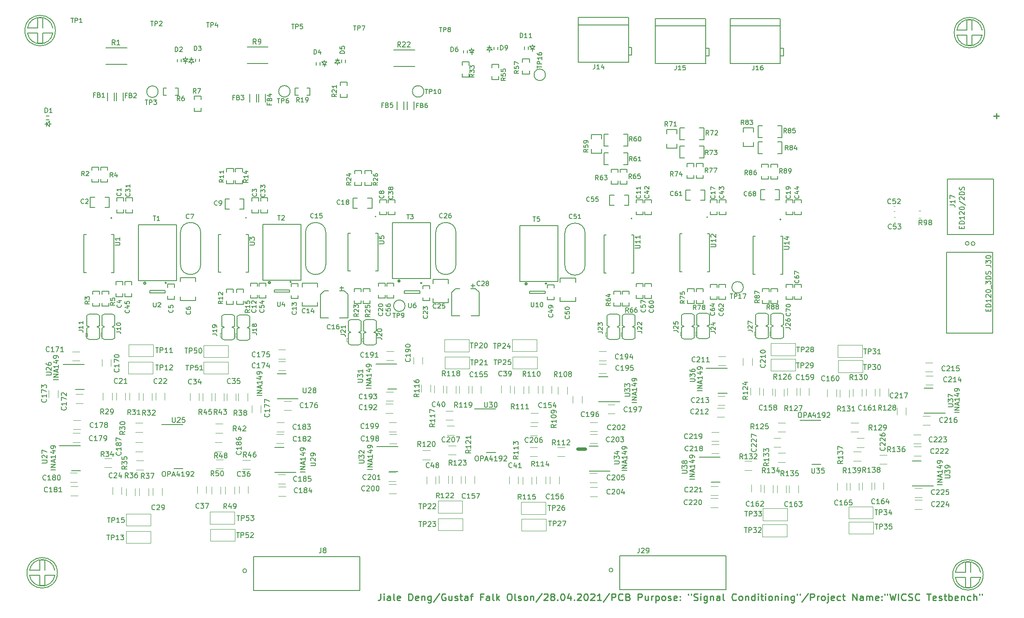
<source format=gbr>
%TF.GenerationSoftware,KiCad,Pcbnew,(5.99.0-10177-gd878cbddbc)*%
%TF.CreationDate,2021-05-19T16:56:41+02:00*%
%TF.ProjectId,PowerMeterDeng,506f7765-724d-4657-9465-7244656e672e,rev?*%
%TF.SameCoordinates,Original*%
%TF.FileFunction,Legend,Top*%
%TF.FilePolarity,Positive*%
%FSLAX46Y46*%
G04 Gerber Fmt 4.6, Leading zero omitted, Abs format (unit mm)*
G04 Created by KiCad (PCBNEW (5.99.0-10177-gd878cbddbc)) date 2021-05-19 16:56:41*
%MOMM*%
%LPD*%
G01*
G04 APERTURE LIST*
%ADD10C,0.254000*%
%ADD11C,0.150000*%
%ADD12C,0.152400*%
%ADD13C,0.120000*%
%ADD14C,0.177800*%
%ADD15C,0.100000*%
%ADD16C,0.203200*%
%ADD17C,0.127000*%
%ADD18C,0.200000*%
%ADD19O,2.200001X0.599999*%
G04 APERTURE END LIST*
D10*
X149083122Y-133833132D02*
X149083122Y-134785269D01*
X149016357Y-134975696D01*
X148882825Y-135102648D01*
X148682528Y-135166124D01*
X148548997Y-135166124D01*
X149750780Y-135166124D02*
X149750780Y-134277462D01*
X149750780Y-133833132D02*
X149684014Y-133896608D01*
X149750780Y-133960083D01*
X149817545Y-133896608D01*
X149750780Y-133833132D01*
X149750780Y-133960083D01*
X151019328Y-135166124D02*
X151019328Y-134467890D01*
X150952562Y-134340938D01*
X150819031Y-134277462D01*
X150551968Y-134277462D01*
X150418437Y-134340938D01*
X151019328Y-135102648D02*
X150885797Y-135166124D01*
X150551968Y-135166124D01*
X150418437Y-135102648D01*
X150351671Y-134975696D01*
X150351671Y-134848745D01*
X150418437Y-134721793D01*
X150551968Y-134658317D01*
X150885797Y-134658317D01*
X151019328Y-134594841D01*
X151887282Y-135166124D02*
X151753751Y-135102648D01*
X151686985Y-134975696D01*
X151686985Y-133833132D01*
X152955534Y-135102648D02*
X152822002Y-135166124D01*
X152554940Y-135166124D01*
X152421408Y-135102648D01*
X152354642Y-134975696D01*
X152354642Y-134467890D01*
X152421408Y-134340938D01*
X152554940Y-134277462D01*
X152822002Y-134277462D01*
X152955534Y-134340938D01*
X153022300Y-134467890D01*
X153022300Y-134594841D01*
X152354642Y-134721793D01*
X154691442Y-135166124D02*
X154691442Y-133833132D01*
X155025271Y-133833132D01*
X155225568Y-133896608D01*
X155359100Y-134023559D01*
X155425865Y-134150511D01*
X155492631Y-134404414D01*
X155492631Y-134594841D01*
X155425865Y-134848745D01*
X155359100Y-134975696D01*
X155225568Y-135102648D01*
X155025271Y-135166124D01*
X154691442Y-135166124D01*
X156627648Y-135102648D02*
X156494117Y-135166124D01*
X156227054Y-135166124D01*
X156093522Y-135102648D01*
X156026757Y-134975696D01*
X156026757Y-134467890D01*
X156093522Y-134340938D01*
X156227054Y-134277462D01*
X156494117Y-134277462D01*
X156627648Y-134340938D01*
X156694414Y-134467890D01*
X156694414Y-134594841D01*
X156026757Y-134721793D01*
X157295305Y-134277462D02*
X157295305Y-135166124D01*
X157295305Y-134404414D02*
X157362071Y-134340938D01*
X157495602Y-134277462D01*
X157695900Y-134277462D01*
X157829431Y-134340938D01*
X157896197Y-134467890D01*
X157896197Y-135166124D01*
X159164745Y-134277462D02*
X159164745Y-135356551D01*
X159097980Y-135483503D01*
X159031214Y-135546979D01*
X158897682Y-135610454D01*
X158697385Y-135610454D01*
X158563854Y-135546979D01*
X159164745Y-135102648D02*
X159031214Y-135166124D01*
X158764151Y-135166124D01*
X158630620Y-135102648D01*
X158563854Y-135039172D01*
X158497088Y-134912220D01*
X158497088Y-134531366D01*
X158563854Y-134404414D01*
X158630620Y-134340938D01*
X158764151Y-134277462D01*
X159031214Y-134277462D01*
X159164745Y-134340938D01*
X160833888Y-133769656D02*
X159632105Y-135483503D01*
X162035671Y-133896608D02*
X161902140Y-133833132D01*
X161701842Y-133833132D01*
X161501545Y-133896608D01*
X161368014Y-134023559D01*
X161301248Y-134150511D01*
X161234482Y-134404414D01*
X161234482Y-134594841D01*
X161301248Y-134848745D01*
X161368014Y-134975696D01*
X161501545Y-135102648D01*
X161701842Y-135166124D01*
X161835374Y-135166124D01*
X162035671Y-135102648D01*
X162102437Y-135039172D01*
X162102437Y-134594841D01*
X161835374Y-134594841D01*
X163304220Y-134277462D02*
X163304220Y-135166124D01*
X162703328Y-134277462D02*
X162703328Y-134975696D01*
X162770094Y-135102648D01*
X162903625Y-135166124D01*
X163103922Y-135166124D01*
X163237454Y-135102648D01*
X163304220Y-135039172D01*
X163905111Y-135102648D02*
X164038642Y-135166124D01*
X164305705Y-135166124D01*
X164439237Y-135102648D01*
X164506002Y-134975696D01*
X164506002Y-134912220D01*
X164439237Y-134785269D01*
X164305705Y-134721793D01*
X164105408Y-134721793D01*
X163971877Y-134658317D01*
X163905111Y-134531366D01*
X163905111Y-134467890D01*
X163971877Y-134340938D01*
X164105408Y-134277462D01*
X164305705Y-134277462D01*
X164439237Y-134340938D01*
X164906597Y-134277462D02*
X165440722Y-134277462D01*
X165106894Y-133833132D02*
X165106894Y-134975696D01*
X165173660Y-135102648D01*
X165307191Y-135166124D01*
X165440722Y-135166124D01*
X166508974Y-135166124D02*
X166508974Y-134467890D01*
X166442208Y-134340938D01*
X166308677Y-134277462D01*
X166041614Y-134277462D01*
X165908082Y-134340938D01*
X166508974Y-135102648D02*
X166375442Y-135166124D01*
X166041614Y-135166124D01*
X165908082Y-135102648D01*
X165841317Y-134975696D01*
X165841317Y-134848745D01*
X165908082Y-134721793D01*
X166041614Y-134658317D01*
X166375442Y-134658317D01*
X166508974Y-134594841D01*
X166976334Y-134277462D02*
X167510460Y-134277462D01*
X167176631Y-135166124D02*
X167176631Y-134023559D01*
X167243397Y-133896608D01*
X167376928Y-133833132D01*
X167510460Y-133833132D01*
X169513431Y-134467890D02*
X169046071Y-134467890D01*
X169046071Y-135166124D02*
X169046071Y-133833132D01*
X169713728Y-133833132D01*
X170848745Y-135166124D02*
X170848745Y-134467890D01*
X170781980Y-134340938D01*
X170648448Y-134277462D01*
X170381385Y-134277462D01*
X170247854Y-134340938D01*
X170848745Y-135102648D02*
X170715214Y-135166124D01*
X170381385Y-135166124D01*
X170247854Y-135102648D01*
X170181088Y-134975696D01*
X170181088Y-134848745D01*
X170247854Y-134721793D01*
X170381385Y-134658317D01*
X170715214Y-134658317D01*
X170848745Y-134594841D01*
X171716700Y-135166124D02*
X171583168Y-135102648D01*
X171516402Y-134975696D01*
X171516402Y-133833132D01*
X172250825Y-135166124D02*
X172250825Y-133833132D01*
X172384357Y-134658317D02*
X172784951Y-135166124D01*
X172784951Y-134277462D02*
X172250825Y-134785269D01*
X174721157Y-133833132D02*
X174988220Y-133833132D01*
X175121751Y-133896608D01*
X175255282Y-134023559D01*
X175322048Y-134277462D01*
X175322048Y-134721793D01*
X175255282Y-134975696D01*
X175121751Y-135102648D01*
X174988220Y-135166124D01*
X174721157Y-135166124D01*
X174587625Y-135102648D01*
X174454094Y-134975696D01*
X174387328Y-134721793D01*
X174387328Y-134277462D01*
X174454094Y-134023559D01*
X174587625Y-133896608D01*
X174721157Y-133833132D01*
X176123237Y-135166124D02*
X175989705Y-135102648D01*
X175922940Y-134975696D01*
X175922940Y-133833132D01*
X176590597Y-135102648D02*
X176724128Y-135166124D01*
X176991191Y-135166124D01*
X177124722Y-135102648D01*
X177191488Y-134975696D01*
X177191488Y-134912220D01*
X177124722Y-134785269D01*
X176991191Y-134721793D01*
X176790894Y-134721793D01*
X176657362Y-134658317D01*
X176590597Y-134531366D01*
X176590597Y-134467890D01*
X176657362Y-134340938D01*
X176790894Y-134277462D01*
X176991191Y-134277462D01*
X177124722Y-134340938D01*
X177992677Y-135166124D02*
X177859145Y-135102648D01*
X177792380Y-135039172D01*
X177725614Y-134912220D01*
X177725614Y-134531366D01*
X177792380Y-134404414D01*
X177859145Y-134340938D01*
X177992677Y-134277462D01*
X178192974Y-134277462D01*
X178326505Y-134340938D01*
X178393271Y-134404414D01*
X178460037Y-134531366D01*
X178460037Y-134912220D01*
X178393271Y-135039172D01*
X178326505Y-135102648D01*
X178192974Y-135166124D01*
X177992677Y-135166124D01*
X179060928Y-134277462D02*
X179060928Y-135166124D01*
X179060928Y-134404414D02*
X179127694Y-134340938D01*
X179261225Y-134277462D01*
X179461522Y-134277462D01*
X179595054Y-134340938D01*
X179661820Y-134467890D01*
X179661820Y-135166124D01*
X181330962Y-133769656D02*
X180129180Y-135483503D01*
X181731557Y-133960083D02*
X181798322Y-133896608D01*
X181931854Y-133833132D01*
X182265682Y-133833132D01*
X182399214Y-133896608D01*
X182465980Y-133960083D01*
X182532745Y-134087035D01*
X182532745Y-134213987D01*
X182465980Y-134404414D01*
X181664791Y-135166124D01*
X182532745Y-135166124D01*
X183333934Y-134404414D02*
X183200402Y-134340938D01*
X183133637Y-134277462D01*
X183066871Y-134150511D01*
X183066871Y-134087035D01*
X183133637Y-133960083D01*
X183200402Y-133896608D01*
X183333934Y-133833132D01*
X183600997Y-133833132D01*
X183734528Y-133896608D01*
X183801294Y-133960083D01*
X183868060Y-134087035D01*
X183868060Y-134150511D01*
X183801294Y-134277462D01*
X183734528Y-134340938D01*
X183600997Y-134404414D01*
X183333934Y-134404414D01*
X183200402Y-134467890D01*
X183133637Y-134531366D01*
X183066871Y-134658317D01*
X183066871Y-134912220D01*
X183133637Y-135039172D01*
X183200402Y-135102648D01*
X183333934Y-135166124D01*
X183600997Y-135166124D01*
X183734528Y-135102648D01*
X183801294Y-135039172D01*
X183868060Y-134912220D01*
X183868060Y-134658317D01*
X183801294Y-134531366D01*
X183734528Y-134467890D01*
X183600997Y-134404414D01*
X184468951Y-135039172D02*
X184535717Y-135102648D01*
X184468951Y-135166124D01*
X184402185Y-135102648D01*
X184468951Y-135039172D01*
X184468951Y-135166124D01*
X185403671Y-133833132D02*
X185537202Y-133833132D01*
X185670734Y-133896608D01*
X185737500Y-133960083D01*
X185804265Y-134087035D01*
X185871031Y-134340938D01*
X185871031Y-134658317D01*
X185804265Y-134912220D01*
X185737500Y-135039172D01*
X185670734Y-135102648D01*
X185537202Y-135166124D01*
X185403671Y-135166124D01*
X185270140Y-135102648D01*
X185203374Y-135039172D01*
X185136608Y-134912220D01*
X185069842Y-134658317D01*
X185069842Y-134340938D01*
X185136608Y-134087035D01*
X185203374Y-133960083D01*
X185270140Y-133896608D01*
X185403671Y-133833132D01*
X187072814Y-134277462D02*
X187072814Y-135166124D01*
X186738985Y-133769656D02*
X186405157Y-134721793D01*
X187273111Y-134721793D01*
X187807237Y-135039172D02*
X187874002Y-135102648D01*
X187807237Y-135166124D01*
X187740471Y-135102648D01*
X187807237Y-135039172D01*
X187807237Y-135166124D01*
X188408128Y-133960083D02*
X188474894Y-133896608D01*
X188608425Y-133833132D01*
X188942254Y-133833132D01*
X189075785Y-133896608D01*
X189142551Y-133960083D01*
X189209317Y-134087035D01*
X189209317Y-134213987D01*
X189142551Y-134404414D01*
X188341362Y-135166124D01*
X189209317Y-135166124D01*
X190077271Y-133833132D02*
X190210802Y-133833132D01*
X190344334Y-133896608D01*
X190411100Y-133960083D01*
X190477865Y-134087035D01*
X190544631Y-134340938D01*
X190544631Y-134658317D01*
X190477865Y-134912220D01*
X190411100Y-135039172D01*
X190344334Y-135102648D01*
X190210802Y-135166124D01*
X190077271Y-135166124D01*
X189943740Y-135102648D01*
X189876974Y-135039172D01*
X189810208Y-134912220D01*
X189743442Y-134658317D01*
X189743442Y-134340938D01*
X189810208Y-134087035D01*
X189876974Y-133960083D01*
X189943740Y-133896608D01*
X190077271Y-133833132D01*
X191078757Y-133960083D02*
X191145522Y-133896608D01*
X191279054Y-133833132D01*
X191612882Y-133833132D01*
X191746414Y-133896608D01*
X191813180Y-133960083D01*
X191879945Y-134087035D01*
X191879945Y-134213987D01*
X191813180Y-134404414D01*
X191011991Y-135166124D01*
X191879945Y-135166124D01*
X193215259Y-135166124D02*
X192414071Y-135166124D01*
X192814665Y-135166124D02*
X192814665Y-133833132D01*
X192681134Y-134023559D01*
X192547602Y-134150511D01*
X192414071Y-134213987D01*
X194817637Y-133769656D02*
X193615854Y-135483503D01*
X195284997Y-135166124D02*
X195284997Y-133833132D01*
X195819122Y-133833132D01*
X195952654Y-133896608D01*
X196019419Y-133960083D01*
X196086185Y-134087035D01*
X196086185Y-134277462D01*
X196019419Y-134404414D01*
X195952654Y-134467890D01*
X195819122Y-134531366D01*
X195284997Y-134531366D01*
X197488265Y-135039172D02*
X197421499Y-135102648D01*
X197221202Y-135166124D01*
X197087671Y-135166124D01*
X196887374Y-135102648D01*
X196753842Y-134975696D01*
X196687077Y-134848745D01*
X196620311Y-134594841D01*
X196620311Y-134404414D01*
X196687077Y-134150511D01*
X196753842Y-134023559D01*
X196887374Y-133896608D01*
X197087671Y-133833132D01*
X197221202Y-133833132D01*
X197421499Y-133896608D01*
X197488265Y-133960083D01*
X198556517Y-134467890D02*
X198756814Y-134531366D01*
X198823579Y-134594841D01*
X198890345Y-134721793D01*
X198890345Y-134912220D01*
X198823579Y-135039172D01*
X198756814Y-135102648D01*
X198623282Y-135166124D01*
X198089157Y-135166124D01*
X198089157Y-133833132D01*
X198556517Y-133833132D01*
X198690048Y-133896608D01*
X198756814Y-133960083D01*
X198823579Y-134087035D01*
X198823579Y-134213987D01*
X198756814Y-134340938D01*
X198690048Y-134404414D01*
X198556517Y-134467890D01*
X198089157Y-134467890D01*
X200559488Y-135166124D02*
X200559488Y-133833132D01*
X201093614Y-133833132D01*
X201227145Y-133896608D01*
X201293911Y-133960083D01*
X201360677Y-134087035D01*
X201360677Y-134277462D01*
X201293911Y-134404414D01*
X201227145Y-134467890D01*
X201093614Y-134531366D01*
X200559488Y-134531366D01*
X202562459Y-134277462D02*
X202562459Y-135166124D01*
X201961568Y-134277462D02*
X201961568Y-134975696D01*
X202028334Y-135102648D01*
X202161865Y-135166124D01*
X202362162Y-135166124D01*
X202495694Y-135102648D01*
X202562459Y-135039172D01*
X203230117Y-135166124D02*
X203230117Y-134277462D01*
X203230117Y-134531366D02*
X203296882Y-134404414D01*
X203363648Y-134340938D01*
X203497179Y-134277462D01*
X203630711Y-134277462D01*
X204098071Y-134277462D02*
X204098071Y-135610454D01*
X204098071Y-134340938D02*
X204231602Y-134277462D01*
X204498665Y-134277462D01*
X204632197Y-134340938D01*
X204698962Y-134404414D01*
X204765728Y-134531366D01*
X204765728Y-134912220D01*
X204698962Y-135039172D01*
X204632197Y-135102648D01*
X204498665Y-135166124D01*
X204231602Y-135166124D01*
X204098071Y-135102648D01*
X205566917Y-135166124D02*
X205433385Y-135102648D01*
X205366620Y-135039172D01*
X205299854Y-134912220D01*
X205299854Y-134531366D01*
X205366620Y-134404414D01*
X205433385Y-134340938D01*
X205566917Y-134277462D01*
X205767214Y-134277462D01*
X205900745Y-134340938D01*
X205967511Y-134404414D01*
X206034277Y-134531366D01*
X206034277Y-134912220D01*
X205967511Y-135039172D01*
X205900745Y-135102648D01*
X205767214Y-135166124D01*
X205566917Y-135166124D01*
X206568402Y-135102648D02*
X206701934Y-135166124D01*
X206968997Y-135166124D01*
X207102528Y-135102648D01*
X207169294Y-134975696D01*
X207169294Y-134912220D01*
X207102528Y-134785269D01*
X206968997Y-134721793D01*
X206768700Y-134721793D01*
X206635168Y-134658317D01*
X206568402Y-134531366D01*
X206568402Y-134467890D01*
X206635168Y-134340938D01*
X206768700Y-134277462D01*
X206968997Y-134277462D01*
X207102528Y-134340938D01*
X208304311Y-135102648D02*
X208170780Y-135166124D01*
X207903717Y-135166124D01*
X207770185Y-135102648D01*
X207703420Y-134975696D01*
X207703420Y-134467890D01*
X207770185Y-134340938D01*
X207903717Y-134277462D01*
X208170780Y-134277462D01*
X208304311Y-134340938D01*
X208371077Y-134467890D01*
X208371077Y-134594841D01*
X207703420Y-134721793D01*
X208971968Y-135039172D02*
X209038734Y-135102648D01*
X208971968Y-135166124D01*
X208905202Y-135102648D01*
X208971968Y-135039172D01*
X208971968Y-135166124D01*
X208971968Y-134340938D02*
X209038734Y-134404414D01*
X208971968Y-134467890D01*
X208905202Y-134404414D01*
X208971968Y-134340938D01*
X208971968Y-134467890D01*
X210641111Y-133833132D02*
X210641111Y-134087035D01*
X211175237Y-133833132D02*
X211175237Y-134087035D01*
X211709362Y-135102648D02*
X211909659Y-135166124D01*
X212243488Y-135166124D01*
X212377019Y-135102648D01*
X212443785Y-135039172D01*
X212510551Y-134912220D01*
X212510551Y-134785269D01*
X212443785Y-134658317D01*
X212377019Y-134594841D01*
X212243488Y-134531366D01*
X211976425Y-134467890D01*
X211842894Y-134404414D01*
X211776128Y-134340938D01*
X211709362Y-134213987D01*
X211709362Y-134087035D01*
X211776128Y-133960083D01*
X211842894Y-133896608D01*
X211976425Y-133833132D01*
X212310254Y-133833132D01*
X212510551Y-133896608D01*
X213111442Y-135166124D02*
X213111442Y-134277462D01*
X213111442Y-133833132D02*
X213044677Y-133896608D01*
X213111442Y-133960083D01*
X213178208Y-133896608D01*
X213111442Y-133833132D01*
X213111442Y-133960083D01*
X214379991Y-134277462D02*
X214379991Y-135356551D01*
X214313225Y-135483503D01*
X214246459Y-135546979D01*
X214112928Y-135610454D01*
X213912631Y-135610454D01*
X213779099Y-135546979D01*
X214379991Y-135102648D02*
X214246459Y-135166124D01*
X213979397Y-135166124D01*
X213845865Y-135102648D01*
X213779099Y-135039172D01*
X213712334Y-134912220D01*
X213712334Y-134531366D01*
X213779099Y-134404414D01*
X213845865Y-134340938D01*
X213979397Y-134277462D01*
X214246459Y-134277462D01*
X214379991Y-134340938D01*
X215047648Y-134277462D02*
X215047648Y-135166124D01*
X215047648Y-134404414D02*
X215114414Y-134340938D01*
X215247945Y-134277462D01*
X215448242Y-134277462D01*
X215581774Y-134340938D01*
X215648539Y-134467890D01*
X215648539Y-135166124D01*
X216917088Y-135166124D02*
X216917088Y-134467890D01*
X216850322Y-134340938D01*
X216716791Y-134277462D01*
X216449728Y-134277462D01*
X216316197Y-134340938D01*
X216917088Y-135102648D02*
X216783557Y-135166124D01*
X216449728Y-135166124D01*
X216316197Y-135102648D01*
X216249431Y-134975696D01*
X216249431Y-134848745D01*
X216316197Y-134721793D01*
X216449728Y-134658317D01*
X216783557Y-134658317D01*
X216917088Y-134594841D01*
X217785042Y-135166124D02*
X217651511Y-135102648D01*
X217584745Y-134975696D01*
X217584745Y-133833132D01*
X220188608Y-135039172D02*
X220121842Y-135102648D01*
X219921545Y-135166124D01*
X219788014Y-135166124D01*
X219587717Y-135102648D01*
X219454185Y-134975696D01*
X219387419Y-134848745D01*
X219320654Y-134594841D01*
X219320654Y-134404414D01*
X219387419Y-134150511D01*
X219454185Y-134023559D01*
X219587717Y-133896608D01*
X219788014Y-133833132D01*
X219921545Y-133833132D01*
X220121842Y-133896608D01*
X220188608Y-133960083D01*
X220989797Y-135166124D02*
X220856265Y-135102648D01*
X220789499Y-135039172D01*
X220722734Y-134912220D01*
X220722734Y-134531366D01*
X220789499Y-134404414D01*
X220856265Y-134340938D01*
X220989797Y-134277462D01*
X221190094Y-134277462D01*
X221323625Y-134340938D01*
X221390391Y-134404414D01*
X221457157Y-134531366D01*
X221457157Y-134912220D01*
X221390391Y-135039172D01*
X221323625Y-135102648D01*
X221190094Y-135166124D01*
X220989797Y-135166124D01*
X222058048Y-134277462D02*
X222058048Y-135166124D01*
X222058048Y-134404414D02*
X222124814Y-134340938D01*
X222258345Y-134277462D01*
X222458642Y-134277462D01*
X222592174Y-134340938D01*
X222658939Y-134467890D01*
X222658939Y-135166124D01*
X223927488Y-135166124D02*
X223927488Y-133833132D01*
X223927488Y-135102648D02*
X223793957Y-135166124D01*
X223526894Y-135166124D01*
X223393362Y-135102648D01*
X223326597Y-135039172D01*
X223259831Y-134912220D01*
X223259831Y-134531366D01*
X223326597Y-134404414D01*
X223393362Y-134340938D01*
X223526894Y-134277462D01*
X223793957Y-134277462D01*
X223927488Y-134340938D01*
X224595145Y-135166124D02*
X224595145Y-134277462D01*
X224595145Y-133833132D02*
X224528379Y-133896608D01*
X224595145Y-133960083D01*
X224661911Y-133896608D01*
X224595145Y-133833132D01*
X224595145Y-133960083D01*
X225062505Y-134277462D02*
X225596631Y-134277462D01*
X225262802Y-133833132D02*
X225262802Y-134975696D01*
X225329568Y-135102648D01*
X225463099Y-135166124D01*
X225596631Y-135166124D01*
X226063991Y-135166124D02*
X226063991Y-134277462D01*
X226063991Y-133833132D02*
X225997225Y-133896608D01*
X226063991Y-133960083D01*
X226130757Y-133896608D01*
X226063991Y-133833132D01*
X226063991Y-133960083D01*
X226931945Y-135166124D02*
X226798414Y-135102648D01*
X226731648Y-135039172D01*
X226664882Y-134912220D01*
X226664882Y-134531366D01*
X226731648Y-134404414D01*
X226798414Y-134340938D01*
X226931945Y-134277462D01*
X227132242Y-134277462D01*
X227265774Y-134340938D01*
X227332539Y-134404414D01*
X227399305Y-134531366D01*
X227399305Y-134912220D01*
X227332539Y-135039172D01*
X227265774Y-135102648D01*
X227132242Y-135166124D01*
X226931945Y-135166124D01*
X228000197Y-134277462D02*
X228000197Y-135166124D01*
X228000197Y-134404414D02*
X228066962Y-134340938D01*
X228200494Y-134277462D01*
X228400791Y-134277462D01*
X228534322Y-134340938D01*
X228601088Y-134467890D01*
X228601088Y-135166124D01*
X229268745Y-135166124D02*
X229268745Y-134277462D01*
X229268745Y-133833132D02*
X229201979Y-133896608D01*
X229268745Y-133960083D01*
X229335511Y-133896608D01*
X229268745Y-133833132D01*
X229268745Y-133960083D01*
X229936402Y-134277462D02*
X229936402Y-135166124D01*
X229936402Y-134404414D02*
X230003168Y-134340938D01*
X230136699Y-134277462D01*
X230336997Y-134277462D01*
X230470528Y-134340938D01*
X230537294Y-134467890D01*
X230537294Y-135166124D01*
X231805842Y-134277462D02*
X231805842Y-135356551D01*
X231739077Y-135483503D01*
X231672311Y-135546979D01*
X231538779Y-135610454D01*
X231338482Y-135610454D01*
X231204951Y-135546979D01*
X231805842Y-135102648D02*
X231672311Y-135166124D01*
X231405248Y-135166124D01*
X231271717Y-135102648D01*
X231204951Y-135039172D01*
X231138185Y-134912220D01*
X231138185Y-134531366D01*
X231204951Y-134404414D01*
X231271717Y-134340938D01*
X231405248Y-134277462D01*
X231672311Y-134277462D01*
X231805842Y-134340938D01*
X232406734Y-133833132D02*
X232406734Y-134087035D01*
X232940859Y-133833132D02*
X232940859Y-134087035D01*
X234543237Y-133769656D02*
X233341454Y-135483503D01*
X235010597Y-135166124D02*
X235010597Y-133833132D01*
X235544722Y-133833132D01*
X235678254Y-133896608D01*
X235745019Y-133960083D01*
X235811785Y-134087035D01*
X235811785Y-134277462D01*
X235745019Y-134404414D01*
X235678254Y-134467890D01*
X235544722Y-134531366D01*
X235010597Y-134531366D01*
X236412677Y-135166124D02*
X236412677Y-134277462D01*
X236412677Y-134531366D02*
X236479442Y-134404414D01*
X236546208Y-134340938D01*
X236679739Y-134277462D01*
X236813271Y-134277462D01*
X237480928Y-135166124D02*
X237347397Y-135102648D01*
X237280631Y-135039172D01*
X237213865Y-134912220D01*
X237213865Y-134531366D01*
X237280631Y-134404414D01*
X237347397Y-134340938D01*
X237480928Y-134277462D01*
X237681225Y-134277462D01*
X237814757Y-134340938D01*
X237881522Y-134404414D01*
X237948288Y-134531366D01*
X237948288Y-134912220D01*
X237881522Y-135039172D01*
X237814757Y-135102648D01*
X237681225Y-135166124D01*
X237480928Y-135166124D01*
X238549179Y-134277462D02*
X238549179Y-135420027D01*
X238482414Y-135546979D01*
X238348882Y-135610454D01*
X238282117Y-135610454D01*
X238549179Y-133833132D02*
X238482414Y-133896608D01*
X238549179Y-133960083D01*
X238615945Y-133896608D01*
X238549179Y-133833132D01*
X238549179Y-133960083D01*
X239750962Y-135102648D02*
X239617431Y-135166124D01*
X239350368Y-135166124D01*
X239216837Y-135102648D01*
X239150071Y-134975696D01*
X239150071Y-134467890D01*
X239216837Y-134340938D01*
X239350368Y-134277462D01*
X239617431Y-134277462D01*
X239750962Y-134340938D01*
X239817728Y-134467890D01*
X239817728Y-134594841D01*
X239150071Y-134721793D01*
X241019511Y-135102648D02*
X240885979Y-135166124D01*
X240618917Y-135166124D01*
X240485385Y-135102648D01*
X240418619Y-135039172D01*
X240351854Y-134912220D01*
X240351854Y-134531366D01*
X240418619Y-134404414D01*
X240485385Y-134340938D01*
X240618917Y-134277462D01*
X240885979Y-134277462D01*
X241019511Y-134340938D01*
X241420105Y-134277462D02*
X241954231Y-134277462D01*
X241620402Y-133833132D02*
X241620402Y-134975696D01*
X241687168Y-135102648D01*
X241820699Y-135166124D01*
X241954231Y-135166124D01*
X243489842Y-135166124D02*
X243489842Y-133833132D01*
X244291031Y-135166124D01*
X244291031Y-133833132D01*
X245559579Y-135166124D02*
X245559579Y-134467890D01*
X245492814Y-134340938D01*
X245359282Y-134277462D01*
X245092219Y-134277462D01*
X244958688Y-134340938D01*
X245559579Y-135102648D02*
X245426048Y-135166124D01*
X245092219Y-135166124D01*
X244958688Y-135102648D01*
X244891922Y-134975696D01*
X244891922Y-134848745D01*
X244958688Y-134721793D01*
X245092219Y-134658317D01*
X245426048Y-134658317D01*
X245559579Y-134594841D01*
X246227237Y-135166124D02*
X246227237Y-134277462D01*
X246227237Y-134404414D02*
X246294002Y-134340938D01*
X246427534Y-134277462D01*
X246627831Y-134277462D01*
X246761362Y-134340938D01*
X246828128Y-134467890D01*
X246828128Y-135166124D01*
X246828128Y-134467890D02*
X246894894Y-134340938D01*
X247028425Y-134277462D01*
X247228722Y-134277462D01*
X247362254Y-134340938D01*
X247429019Y-134467890D01*
X247429019Y-135166124D01*
X248630802Y-135102648D02*
X248497271Y-135166124D01*
X248230208Y-135166124D01*
X248096677Y-135102648D01*
X248029911Y-134975696D01*
X248029911Y-134467890D01*
X248096677Y-134340938D01*
X248230208Y-134277462D01*
X248497271Y-134277462D01*
X248630802Y-134340938D01*
X248697568Y-134467890D01*
X248697568Y-134594841D01*
X248029911Y-134721793D01*
X249298459Y-135039172D02*
X249365225Y-135102648D01*
X249298459Y-135166124D01*
X249231694Y-135102648D01*
X249298459Y-135039172D01*
X249298459Y-135166124D01*
X249298459Y-134340938D02*
X249365225Y-134404414D01*
X249298459Y-134467890D01*
X249231694Y-134404414D01*
X249298459Y-134340938D01*
X249298459Y-134467890D01*
X249899351Y-133833132D02*
X249899351Y-134087035D01*
X250433477Y-133833132D02*
X250433477Y-134087035D01*
X250900837Y-133833132D02*
X251234665Y-135166124D01*
X251501728Y-134213987D01*
X251768791Y-135166124D01*
X252102619Y-133833132D01*
X252636745Y-135166124D02*
X252636745Y-133833132D01*
X254105591Y-135039172D02*
X254038825Y-135102648D01*
X253838528Y-135166124D01*
X253704997Y-135166124D01*
X253504699Y-135102648D01*
X253371168Y-134975696D01*
X253304402Y-134848745D01*
X253237637Y-134594841D01*
X253237637Y-134404414D01*
X253304402Y-134150511D01*
X253371168Y-134023559D01*
X253504699Y-133896608D01*
X253704997Y-133833132D01*
X253838528Y-133833132D01*
X254038825Y-133896608D01*
X254105591Y-133960083D01*
X254639717Y-135102648D02*
X254840014Y-135166124D01*
X255173842Y-135166124D01*
X255307374Y-135102648D01*
X255374139Y-135039172D01*
X255440905Y-134912220D01*
X255440905Y-134785269D01*
X255374139Y-134658317D01*
X255307374Y-134594841D01*
X255173842Y-134531366D01*
X254906779Y-134467890D01*
X254773248Y-134404414D01*
X254706482Y-134340938D01*
X254639717Y-134213987D01*
X254639717Y-134087035D01*
X254706482Y-133960083D01*
X254773248Y-133896608D01*
X254906779Y-133833132D01*
X255240608Y-133833132D01*
X255440905Y-133896608D01*
X256842985Y-135039172D02*
X256776219Y-135102648D01*
X256575922Y-135166124D01*
X256442391Y-135166124D01*
X256242094Y-135102648D01*
X256108562Y-134975696D01*
X256041797Y-134848745D01*
X255975031Y-134594841D01*
X255975031Y-134404414D01*
X256041797Y-134150511D01*
X256108562Y-134023559D01*
X256242094Y-133896608D01*
X256442391Y-133833132D01*
X256575922Y-133833132D01*
X256776219Y-133896608D01*
X256842985Y-133960083D01*
X258311831Y-133833132D02*
X259113019Y-133833132D01*
X258712425Y-135166124D02*
X258712425Y-133833132D01*
X260114505Y-135102648D02*
X259980974Y-135166124D01*
X259713911Y-135166124D01*
X259580379Y-135102648D01*
X259513614Y-134975696D01*
X259513614Y-134467890D01*
X259580379Y-134340938D01*
X259713911Y-134277462D01*
X259980974Y-134277462D01*
X260114505Y-134340938D01*
X260181271Y-134467890D01*
X260181271Y-134594841D01*
X259513614Y-134721793D01*
X260715397Y-135102648D02*
X260848928Y-135166124D01*
X261115991Y-135166124D01*
X261249522Y-135102648D01*
X261316288Y-134975696D01*
X261316288Y-134912220D01*
X261249522Y-134785269D01*
X261115991Y-134721793D01*
X260915694Y-134721793D01*
X260782162Y-134658317D01*
X260715397Y-134531366D01*
X260715397Y-134467890D01*
X260782162Y-134340938D01*
X260915694Y-134277462D01*
X261115991Y-134277462D01*
X261249522Y-134340938D01*
X261716882Y-134277462D02*
X262251008Y-134277462D01*
X261917179Y-133833132D02*
X261917179Y-134975696D01*
X261983945Y-135102648D01*
X262117477Y-135166124D01*
X262251008Y-135166124D01*
X262718368Y-135166124D02*
X262718368Y-133833132D01*
X262718368Y-134340938D02*
X262851899Y-134277462D01*
X263118962Y-134277462D01*
X263252494Y-134340938D01*
X263319259Y-134404414D01*
X263386025Y-134531366D01*
X263386025Y-134912220D01*
X263319259Y-135039172D01*
X263252494Y-135102648D01*
X263118962Y-135166124D01*
X262851899Y-135166124D01*
X262718368Y-135102648D01*
X264521042Y-135102648D02*
X264387511Y-135166124D01*
X264120448Y-135166124D01*
X263986917Y-135102648D01*
X263920151Y-134975696D01*
X263920151Y-134467890D01*
X263986917Y-134340938D01*
X264120448Y-134277462D01*
X264387511Y-134277462D01*
X264521042Y-134340938D01*
X264587808Y-134467890D01*
X264587808Y-134594841D01*
X263920151Y-134721793D01*
X265188699Y-134277462D02*
X265188699Y-135166124D01*
X265188699Y-134404414D02*
X265255465Y-134340938D01*
X265388997Y-134277462D01*
X265589294Y-134277462D01*
X265722825Y-134340938D01*
X265789591Y-134467890D01*
X265789591Y-135166124D01*
X267058139Y-135102648D02*
X266924608Y-135166124D01*
X266657545Y-135166124D01*
X266524014Y-135102648D01*
X266457248Y-135039172D01*
X266390482Y-134912220D01*
X266390482Y-134531366D01*
X266457248Y-134404414D01*
X266524014Y-134340938D01*
X266657545Y-134277462D01*
X266924608Y-134277462D01*
X267058139Y-134340938D01*
X267659031Y-135166124D02*
X267659031Y-133833132D01*
X268259922Y-135166124D02*
X268259922Y-134467890D01*
X268193157Y-134340938D01*
X268059625Y-134277462D01*
X267859328Y-134277462D01*
X267725797Y-134340938D01*
X267659031Y-134404414D01*
X268860814Y-133833132D02*
X268860814Y-134087035D01*
X269394939Y-133833132D02*
X269394939Y-134087035D01*
X271694728Y-38239917D02*
X272762980Y-38239917D01*
X272228854Y-38747724D02*
X272228854Y-37732111D01*
D11*
%TO.C,C52*%
X251121942Y-55729142D02*
X251074323Y-55776761D01*
X250931466Y-55824380D01*
X250836228Y-55824380D01*
X250693371Y-55776761D01*
X250598133Y-55681523D01*
X250550514Y-55586285D01*
X250502895Y-55395809D01*
X250502895Y-55252952D01*
X250550514Y-55062476D01*
X250598133Y-54967238D01*
X250693371Y-54872000D01*
X250836228Y-54824380D01*
X250931466Y-54824380D01*
X251074323Y-54872000D01*
X251121942Y-54919619D01*
X252026704Y-54824380D02*
X251550514Y-54824380D01*
X251502895Y-55300571D01*
X251550514Y-55252952D01*
X251645752Y-55205333D01*
X251883847Y-55205333D01*
X251979085Y-55252952D01*
X252026704Y-55300571D01*
X252074323Y-55395809D01*
X252074323Y-55633904D01*
X252026704Y-55729142D01*
X251979085Y-55776761D01*
X251883847Y-55824380D01*
X251645752Y-55824380D01*
X251550514Y-55776761D01*
X251502895Y-55729142D01*
X252455276Y-54919619D02*
X252502895Y-54872000D01*
X252598133Y-54824380D01*
X252836228Y-54824380D01*
X252931466Y-54872000D01*
X252979085Y-54919619D01*
X253026704Y-55014857D01*
X253026704Y-55110095D01*
X252979085Y-55252952D01*
X252407657Y-55824380D01*
X253026704Y-55824380D01*
%TO.C,C53*%
X251223542Y-60765942D02*
X251175923Y-60813561D01*
X251033066Y-60861180D01*
X250937828Y-60861180D01*
X250794971Y-60813561D01*
X250699733Y-60718323D01*
X250652114Y-60623085D01*
X250604495Y-60432609D01*
X250604495Y-60289752D01*
X250652114Y-60099276D01*
X250699733Y-60004038D01*
X250794971Y-59908800D01*
X250937828Y-59861180D01*
X251033066Y-59861180D01*
X251175923Y-59908800D01*
X251223542Y-59956419D01*
X252128304Y-59861180D02*
X251652114Y-59861180D01*
X251604495Y-60337371D01*
X251652114Y-60289752D01*
X251747352Y-60242133D01*
X251985447Y-60242133D01*
X252080685Y-60289752D01*
X252128304Y-60337371D01*
X252175923Y-60432609D01*
X252175923Y-60670704D01*
X252128304Y-60765942D01*
X252080685Y-60813561D01*
X251985447Y-60861180D01*
X251747352Y-60861180D01*
X251652114Y-60813561D01*
X251604495Y-60765942D01*
X252509257Y-59861180D02*
X253128304Y-59861180D01*
X252794971Y-60242133D01*
X252937828Y-60242133D01*
X253033066Y-60289752D01*
X253080685Y-60337371D01*
X253128304Y-60432609D01*
X253128304Y-60670704D01*
X253080685Y-60765942D01*
X253033066Y-60813561D01*
X252937828Y-60861180D01*
X252652114Y-60861180D01*
X252556876Y-60813561D01*
X252509257Y-60765942D01*
%TO.C,R98*%
X257370342Y-60065180D02*
X257037009Y-59588990D01*
X256798914Y-60065180D02*
X256798914Y-59065180D01*
X257179866Y-59065180D01*
X257275104Y-59112800D01*
X257322723Y-59160419D01*
X257370342Y-59255657D01*
X257370342Y-59398514D01*
X257322723Y-59493752D01*
X257275104Y-59541371D01*
X257179866Y-59588990D01*
X256798914Y-59588990D01*
X257846533Y-60065180D02*
X258037009Y-60065180D01*
X258132247Y-60017561D01*
X258179866Y-59969942D01*
X258275104Y-59827085D01*
X258322723Y-59636609D01*
X258322723Y-59255657D01*
X258275104Y-59160419D01*
X258227485Y-59112800D01*
X258132247Y-59065180D01*
X257941771Y-59065180D01*
X257846533Y-59112800D01*
X257798914Y-59160419D01*
X257751295Y-59255657D01*
X257751295Y-59493752D01*
X257798914Y-59588990D01*
X257846533Y-59636609D01*
X257941771Y-59684228D01*
X258132247Y-59684228D01*
X258227485Y-59636609D01*
X258275104Y-59588990D01*
X258322723Y-59493752D01*
X258894152Y-59493752D02*
X258798914Y-59446133D01*
X258751295Y-59398514D01*
X258703676Y-59303276D01*
X258703676Y-59255657D01*
X258751295Y-59160419D01*
X258798914Y-59112800D01*
X258894152Y-59065180D01*
X259084628Y-59065180D01*
X259179866Y-59112800D01*
X259227485Y-59160419D01*
X259275104Y-59255657D01*
X259275104Y-59303276D01*
X259227485Y-59398514D01*
X259179866Y-59446133D01*
X259084628Y-59493752D01*
X258894152Y-59493752D01*
X258798914Y-59541371D01*
X258751295Y-59588990D01*
X258703676Y-59684228D01*
X258703676Y-59874704D01*
X258751295Y-59969942D01*
X258798914Y-60017561D01*
X258894152Y-60065180D01*
X259084628Y-60065180D01*
X259179866Y-60017561D01*
X259227485Y-59969942D01*
X259275104Y-59874704D01*
X259275104Y-59684228D01*
X259227485Y-59588990D01*
X259179866Y-59541371D01*
X259084628Y-59493752D01*
D12*
%TO.C,R4*%
X95524287Y-50475600D02*
X95214661Y-50055073D01*
X94993499Y-50475600D02*
X94993499Y-49592493D01*
X95347357Y-49592493D01*
X95435822Y-49634546D01*
X95480054Y-49676599D01*
X95524287Y-49760704D01*
X95524287Y-49886862D01*
X95480054Y-49970968D01*
X95435822Y-50013020D01*
X95347357Y-50055073D01*
X94993499Y-50055073D01*
X96320468Y-49886862D02*
X96320468Y-50475600D01*
X96099306Y-49550441D02*
X95878145Y-50181231D01*
X96453165Y-50181231D01*
%TO.C,J26*%
X230097593Y-80609548D02*
X230728384Y-80609548D01*
X230854542Y-80653781D01*
X230938648Y-80742245D01*
X230980700Y-80874942D01*
X230980700Y-80963407D01*
X230181699Y-80211458D02*
X230139646Y-80167226D01*
X230097593Y-80078761D01*
X230097593Y-79857600D01*
X230139646Y-79769135D01*
X230181699Y-79724903D01*
X230265804Y-79680670D01*
X230349910Y-79680670D01*
X230476068Y-79724903D01*
X230980700Y-80255690D01*
X230980700Y-79680670D01*
X230097593Y-78884489D02*
X230097593Y-79061418D01*
X230139646Y-79149883D01*
X230181699Y-79194115D01*
X230307857Y-79282580D01*
X230476068Y-79326812D01*
X230812489Y-79326812D01*
X230896595Y-79282580D01*
X230938648Y-79238348D01*
X230980700Y-79149883D01*
X230980700Y-78972954D01*
X230938648Y-78884489D01*
X230896595Y-78840257D01*
X230812489Y-78796025D01*
X230602226Y-78796025D01*
X230518120Y-78840257D01*
X230476068Y-78884489D01*
X230434015Y-78972954D01*
X230434015Y-79149883D01*
X230476068Y-79238348D01*
X230518120Y-79282580D01*
X230602226Y-79326812D01*
%TO.C,C43*%
X217609695Y-54197485D02*
X217651748Y-54241718D01*
X217693800Y-54374415D01*
X217693800Y-54462879D01*
X217651748Y-54595576D01*
X217567642Y-54684041D01*
X217483537Y-54728273D01*
X217315326Y-54772505D01*
X217189168Y-54772505D01*
X217020957Y-54728273D01*
X216936851Y-54684041D01*
X216852746Y-54595576D01*
X216810693Y-54462879D01*
X216810693Y-54374415D01*
X216852746Y-54241718D01*
X216894799Y-54197485D01*
X217105062Y-53401304D02*
X217693800Y-53401304D01*
X216768641Y-53622466D02*
X217399431Y-53843627D01*
X217399431Y-53268607D01*
X216810693Y-53003214D02*
X216810693Y-52428194D01*
X217147115Y-52737820D01*
X217147115Y-52605123D01*
X217189168Y-52516659D01*
X217231220Y-52472426D01*
X217315326Y-52428194D01*
X217525589Y-52428194D01*
X217609695Y-52472426D01*
X217651748Y-52516659D01*
X217693800Y-52605123D01*
X217693800Y-52870517D01*
X217651748Y-52958981D01*
X217609695Y-53003214D01*
D11*
%TO.C,U31*%
X144499579Y-91499895D02*
X145309103Y-91499895D01*
X145404341Y-91452276D01*
X145451960Y-91404657D01*
X145499579Y-91309419D01*
X145499579Y-91118942D01*
X145451960Y-91023704D01*
X145404341Y-90976085D01*
X145309103Y-90928466D01*
X144499579Y-90928466D01*
X144499579Y-90547514D02*
X144499579Y-89928466D01*
X144880532Y-90261800D01*
X144880532Y-90118942D01*
X144928151Y-90023704D01*
X144975770Y-89976085D01*
X145071008Y-89928466D01*
X145309103Y-89928466D01*
X145404341Y-89976085D01*
X145451960Y-90023704D01*
X145499579Y-90118942D01*
X145499579Y-90404657D01*
X145451960Y-90499895D01*
X145404341Y-90547514D01*
X145499579Y-88976085D02*
X145499579Y-89547514D01*
X145499579Y-89261800D02*
X144499579Y-89261800D01*
X144642437Y-89357038D01*
X144737675Y-89452276D01*
X144785294Y-89547514D01*
X147226779Y-92693552D02*
X146226779Y-92693552D01*
X147226779Y-92217361D02*
X146226779Y-92217361D01*
X147226779Y-91645933D01*
X146226779Y-91645933D01*
X146941065Y-91217361D02*
X146941065Y-90741171D01*
X147226779Y-91312600D02*
X146226779Y-90979266D01*
X147226779Y-90645933D01*
X147226779Y-89788790D02*
X147226779Y-90360219D01*
X147226779Y-90074504D02*
X146226779Y-90074504D01*
X146369637Y-90169742D01*
X146464875Y-90264980D01*
X146512494Y-90360219D01*
X146560113Y-88931647D02*
X147226779Y-88931647D01*
X146179160Y-89169742D02*
X146893446Y-89407838D01*
X146893446Y-88788790D01*
X147226779Y-88360219D02*
X147226779Y-88169742D01*
X147179160Y-88074504D01*
X147131541Y-88026885D01*
X146988684Y-87931647D01*
X146798208Y-87884028D01*
X146417256Y-87884028D01*
X146322018Y-87931647D01*
X146274399Y-87979266D01*
X146226779Y-88074504D01*
X146226779Y-88264980D01*
X146274399Y-88360219D01*
X146322018Y-88407838D01*
X146417256Y-88455457D01*
X146655351Y-88455457D01*
X146750589Y-88407838D01*
X146798208Y-88360219D01*
X146845827Y-88264980D01*
X146845827Y-88074504D01*
X146798208Y-87979266D01*
X146750589Y-87931647D01*
X146655351Y-87884028D01*
%TO.C,J8*%
X137155764Y-124657880D02*
X137155764Y-125372166D01*
X137108145Y-125515023D01*
X137012907Y-125610261D01*
X136870050Y-125657880D01*
X136774812Y-125657880D01*
X137774812Y-125086452D02*
X137679574Y-125038833D01*
X137631955Y-124991214D01*
X137584336Y-124895976D01*
X137584336Y-124848357D01*
X137631955Y-124753119D01*
X137679574Y-124705500D01*
X137774812Y-124657880D01*
X137965288Y-124657880D01*
X138060526Y-124705500D01*
X138108145Y-124753119D01*
X138155764Y-124848357D01*
X138155764Y-124895976D01*
X138108145Y-124991214D01*
X138060526Y-125038833D01*
X137965288Y-125086452D01*
X137774812Y-125086452D01*
X137679574Y-125134071D01*
X137631955Y-125181690D01*
X137584336Y-125276928D01*
X137584336Y-125467404D01*
X137631955Y-125562642D01*
X137679574Y-125610261D01*
X137774812Y-125657880D01*
X137965288Y-125657880D01*
X138060526Y-125610261D01*
X138108145Y-125562642D01*
X138155764Y-125467404D01*
X138155764Y-125276928D01*
X138108145Y-125181690D01*
X138060526Y-125134071D01*
X137965288Y-125086452D01*
%TO.C,R109*%
X184171180Y-99973447D02*
X183694990Y-100306780D01*
X184171180Y-100544876D02*
X183171180Y-100544876D01*
X183171180Y-100163923D01*
X183218800Y-100068685D01*
X183266419Y-100021066D01*
X183361657Y-99973447D01*
X183504514Y-99973447D01*
X183599752Y-100021066D01*
X183647371Y-100068685D01*
X183694990Y-100163923D01*
X183694990Y-100544876D01*
X184171180Y-99021066D02*
X184171180Y-99592495D01*
X184171180Y-99306780D02*
X183171180Y-99306780D01*
X183314038Y-99402019D01*
X183409276Y-99497257D01*
X183456895Y-99592495D01*
X183171180Y-98402019D02*
X183171180Y-98306780D01*
X183218800Y-98211542D01*
X183266419Y-98163923D01*
X183361657Y-98116304D01*
X183552133Y-98068685D01*
X183790228Y-98068685D01*
X183980704Y-98116304D01*
X184075942Y-98163923D01*
X184123561Y-98211542D01*
X184171180Y-98306780D01*
X184171180Y-98402019D01*
X184123561Y-98497257D01*
X184075942Y-98544876D01*
X183980704Y-98592495D01*
X183790228Y-98640114D01*
X183552133Y-98640114D01*
X183361657Y-98592495D01*
X183266419Y-98544876D01*
X183218800Y-98497257D01*
X183171180Y-98402019D01*
X184171180Y-97592495D02*
X184171180Y-97402019D01*
X184123561Y-97306780D01*
X184075942Y-97259161D01*
X183933085Y-97163923D01*
X183742609Y-97116304D01*
X183361657Y-97116304D01*
X183266419Y-97163923D01*
X183218800Y-97211542D01*
X183171180Y-97306780D01*
X183171180Y-97497257D01*
X183218800Y-97592495D01*
X183266419Y-97640114D01*
X183361657Y-97687733D01*
X183599752Y-97687733D01*
X183694990Y-97640114D01*
X183742609Y-97592495D01*
X183790228Y-97497257D01*
X183790228Y-97306780D01*
X183742609Y-97211542D01*
X183694990Y-97163923D01*
X183599752Y-97116304D01*
%TO.C,U29*%
X135062980Y-108222895D02*
X135872504Y-108222895D01*
X135967742Y-108175276D01*
X136015361Y-108127657D01*
X136062980Y-108032419D01*
X136062980Y-107841942D01*
X136015361Y-107746704D01*
X135967742Y-107699085D01*
X135872504Y-107651466D01*
X135062980Y-107651466D01*
X135158219Y-107222895D02*
X135110600Y-107175276D01*
X135062980Y-107080038D01*
X135062980Y-106841942D01*
X135110600Y-106746704D01*
X135158219Y-106699085D01*
X135253457Y-106651466D01*
X135348695Y-106651466D01*
X135491552Y-106699085D01*
X136062980Y-107270514D01*
X136062980Y-106651466D01*
X136062980Y-106175276D02*
X136062980Y-105984800D01*
X136015361Y-105889561D01*
X135967742Y-105841942D01*
X135824885Y-105746704D01*
X135634409Y-105699085D01*
X135253457Y-105699085D01*
X135158219Y-105746704D01*
X135110600Y-105794323D01*
X135062980Y-105889561D01*
X135062980Y-106080038D01*
X135110600Y-106175276D01*
X135158219Y-106222895D01*
X135253457Y-106270514D01*
X135491552Y-106270514D01*
X135586790Y-106222895D01*
X135634409Y-106175276D01*
X135682028Y-106080038D01*
X135682028Y-105889561D01*
X135634409Y-105794323D01*
X135586790Y-105746704D01*
X135491552Y-105699085D01*
X134005580Y-109441952D02*
X133005580Y-109441952D01*
X134005580Y-108965761D02*
X133005580Y-108965761D01*
X134005580Y-108394333D01*
X133005580Y-108394333D01*
X133719866Y-107965761D02*
X133719866Y-107489571D01*
X134005580Y-108061000D02*
X133005580Y-107727666D01*
X134005580Y-107394333D01*
X134005580Y-106537190D02*
X134005580Y-107108619D01*
X134005580Y-106822904D02*
X133005580Y-106822904D01*
X133148438Y-106918142D01*
X133243676Y-107013380D01*
X133291295Y-107108619D01*
X133338914Y-105680047D02*
X134005580Y-105680047D01*
X132957961Y-105918142D02*
X133672247Y-106156238D01*
X133672247Y-105537190D01*
X134005580Y-105108619D02*
X134005580Y-104918142D01*
X133957961Y-104822904D01*
X133910342Y-104775285D01*
X133767485Y-104680047D01*
X133577009Y-104632428D01*
X133196057Y-104632428D01*
X133100819Y-104680047D01*
X133053200Y-104727666D01*
X133005580Y-104822904D01*
X133005580Y-105013380D01*
X133053200Y-105108619D01*
X133100819Y-105156238D01*
X133196057Y-105203857D01*
X133434152Y-105203857D01*
X133529390Y-105156238D01*
X133577009Y-105108619D01*
X133624628Y-105013380D01*
X133624628Y-104822904D01*
X133577009Y-104727666D01*
X133529390Y-104680047D01*
X133434152Y-104632428D01*
D12*
%TO.C,J27*%
X222525693Y-81123898D02*
X223156484Y-81123898D01*
X223282642Y-81168131D01*
X223366748Y-81256595D01*
X223408800Y-81389292D01*
X223408800Y-81477757D01*
X222609799Y-80725808D02*
X222567746Y-80681576D01*
X222525693Y-80593111D01*
X222525693Y-80371950D01*
X222567746Y-80283485D01*
X222609799Y-80239253D01*
X222693904Y-80195020D01*
X222778010Y-80195020D01*
X222904168Y-80239253D01*
X223408800Y-80770040D01*
X223408800Y-80195020D01*
X222525693Y-79885394D02*
X222525693Y-79266142D01*
X223408800Y-79664233D01*
D11*
%TO.C,C196*%
X189831551Y-98322542D02*
X189783932Y-98370161D01*
X189641075Y-98417780D01*
X189545837Y-98417780D01*
X189402979Y-98370161D01*
X189307741Y-98274923D01*
X189260122Y-98179685D01*
X189212503Y-97989209D01*
X189212503Y-97846352D01*
X189260122Y-97655876D01*
X189307741Y-97560638D01*
X189402979Y-97465400D01*
X189545837Y-97417780D01*
X189641075Y-97417780D01*
X189783932Y-97465400D01*
X189831551Y-97513019D01*
X190783932Y-98417780D02*
X190212503Y-98417780D01*
X190498218Y-98417780D02*
X190498218Y-97417780D01*
X190402979Y-97560638D01*
X190307741Y-97655876D01*
X190212503Y-97703495D01*
X191260122Y-98417780D02*
X191450599Y-98417780D01*
X191545837Y-98370161D01*
X191593456Y-98322542D01*
X191688694Y-98179685D01*
X191736313Y-97989209D01*
X191736313Y-97608257D01*
X191688694Y-97513019D01*
X191641075Y-97465400D01*
X191545837Y-97417780D01*
X191355360Y-97417780D01*
X191260122Y-97465400D01*
X191212503Y-97513019D01*
X191164884Y-97608257D01*
X191164884Y-97846352D01*
X191212503Y-97941590D01*
X191260122Y-97989209D01*
X191355360Y-98036828D01*
X191545837Y-98036828D01*
X191641075Y-97989209D01*
X191688694Y-97941590D01*
X191736313Y-97846352D01*
X192593456Y-97417780D02*
X192402979Y-97417780D01*
X192307741Y-97465400D01*
X192260122Y-97513019D01*
X192164884Y-97655876D01*
X192117265Y-97846352D01*
X192117265Y-98227304D01*
X192164884Y-98322542D01*
X192212503Y-98370161D01*
X192307741Y-98417780D01*
X192498218Y-98417780D01*
X192593456Y-98370161D01*
X192641075Y-98322542D01*
X192688694Y-98227304D01*
X192688694Y-97989209D01*
X192641075Y-97893971D01*
X192593456Y-97846352D01*
X192498218Y-97798733D01*
X192307741Y-97798733D01*
X192212503Y-97846352D01*
X192164884Y-97893971D01*
X192117265Y-97989209D01*
%TO.C,C24*%
X95369142Y-110542342D02*
X95321523Y-110589961D01*
X95178666Y-110637580D01*
X95083428Y-110637580D01*
X94940571Y-110589961D01*
X94845333Y-110494723D01*
X94797714Y-110399485D01*
X94750095Y-110209009D01*
X94750095Y-110066152D01*
X94797714Y-109875676D01*
X94845333Y-109780438D01*
X94940571Y-109685200D01*
X95083428Y-109637580D01*
X95178666Y-109637580D01*
X95321523Y-109685200D01*
X95369142Y-109732819D01*
X95750095Y-109732819D02*
X95797714Y-109685200D01*
X95892952Y-109637580D01*
X96131047Y-109637580D01*
X96226285Y-109685200D01*
X96273904Y-109732819D01*
X96321523Y-109828057D01*
X96321523Y-109923295D01*
X96273904Y-110066152D01*
X95702476Y-110637580D01*
X96321523Y-110637580D01*
X97178666Y-109970914D02*
X97178666Y-110637580D01*
X96940571Y-109589961D02*
X96702476Y-110304247D01*
X97321523Y-110304247D01*
%TO.C,R30*%
X97937580Y-101328457D02*
X97461390Y-101661790D01*
X97937580Y-101899885D02*
X96937580Y-101899885D01*
X96937580Y-101518933D01*
X96985200Y-101423695D01*
X97032819Y-101376076D01*
X97128057Y-101328457D01*
X97270914Y-101328457D01*
X97366152Y-101376076D01*
X97413771Y-101423695D01*
X97461390Y-101518933D01*
X97461390Y-101899885D01*
X96937580Y-100995123D02*
X96937580Y-100376076D01*
X97318533Y-100709409D01*
X97318533Y-100566552D01*
X97366152Y-100471314D01*
X97413771Y-100423695D01*
X97509009Y-100376076D01*
X97747104Y-100376076D01*
X97842342Y-100423695D01*
X97889961Y-100471314D01*
X97937580Y-100566552D01*
X97937580Y-100852266D01*
X97889961Y-100947504D01*
X97842342Y-100995123D01*
X96937580Y-99757028D02*
X96937580Y-99661790D01*
X96985200Y-99566552D01*
X97032819Y-99518933D01*
X97128057Y-99471314D01*
X97318533Y-99423695D01*
X97556628Y-99423695D01*
X97747104Y-99471314D01*
X97842342Y-99518933D01*
X97889961Y-99566552D01*
X97937580Y-99661790D01*
X97937580Y-99757028D01*
X97889961Y-99852266D01*
X97842342Y-99899885D01*
X97747104Y-99947504D01*
X97556628Y-99995123D01*
X97318533Y-99995123D01*
X97128057Y-99947504D01*
X97032819Y-99899885D01*
X96985200Y-99852266D01*
X96937580Y-99757028D01*
%TO.C,C210*%
X225934542Y-87961647D02*
X225982161Y-88009266D01*
X226029780Y-88152123D01*
X226029780Y-88247361D01*
X225982161Y-88390219D01*
X225886923Y-88485457D01*
X225791685Y-88533076D01*
X225601209Y-88580695D01*
X225458352Y-88580695D01*
X225267876Y-88533076D01*
X225172638Y-88485457D01*
X225077400Y-88390219D01*
X225029780Y-88247361D01*
X225029780Y-88152123D01*
X225077400Y-88009266D01*
X225125019Y-87961647D01*
X225125019Y-87580695D02*
X225077400Y-87533076D01*
X225029780Y-87437838D01*
X225029780Y-87199742D01*
X225077400Y-87104504D01*
X225125019Y-87056885D01*
X225220257Y-87009266D01*
X225315495Y-87009266D01*
X225458352Y-87056885D01*
X226029780Y-87628314D01*
X226029780Y-87009266D01*
X226029780Y-86056885D02*
X226029780Y-86628314D01*
X226029780Y-86342600D02*
X225029780Y-86342600D01*
X225172638Y-86437838D01*
X225267876Y-86533076D01*
X225315495Y-86628314D01*
X225029780Y-85437838D02*
X225029780Y-85342600D01*
X225077400Y-85247361D01*
X225125019Y-85199742D01*
X225220257Y-85152123D01*
X225410733Y-85104504D01*
X225648828Y-85104504D01*
X225839304Y-85152123D01*
X225934542Y-85199742D01*
X225982161Y-85247361D01*
X226029780Y-85342600D01*
X226029780Y-85437838D01*
X225982161Y-85533076D01*
X225934542Y-85580695D01*
X225839304Y-85628314D01*
X225648828Y-85675933D01*
X225410733Y-85675933D01*
X225220257Y-85628314D01*
X225125019Y-85580695D01*
X225077400Y-85533076D01*
X225029780Y-85437838D01*
%TO.C,R113*%
X176620179Y-106247247D02*
X176143989Y-106580580D01*
X176620179Y-106818676D02*
X175620179Y-106818676D01*
X175620179Y-106437723D01*
X175667799Y-106342485D01*
X175715418Y-106294866D01*
X175810656Y-106247247D01*
X175953513Y-106247247D01*
X176048751Y-106294866D01*
X176096370Y-106342485D01*
X176143989Y-106437723D01*
X176143989Y-106818676D01*
X176620179Y-105294866D02*
X176620179Y-105866295D01*
X176620179Y-105580580D02*
X175620179Y-105580580D01*
X175763037Y-105675819D01*
X175858275Y-105771057D01*
X175905894Y-105866295D01*
X176620179Y-104342485D02*
X176620179Y-104913914D01*
X176620179Y-104628200D02*
X175620179Y-104628200D01*
X175763037Y-104723438D01*
X175858275Y-104818676D01*
X175905894Y-104913914D01*
X175620179Y-104009152D02*
X175620179Y-103390104D01*
X176001132Y-103723438D01*
X176001132Y-103580580D01*
X176048751Y-103485342D01*
X176096370Y-103437723D01*
X176191608Y-103390104D01*
X176429703Y-103390104D01*
X176524941Y-103437723D01*
X176572560Y-103485342D01*
X176620179Y-103580580D01*
X176620179Y-103866295D01*
X176572560Y-103961533D01*
X176524941Y-104009152D01*
%TO.C,R50*%
X115739942Y-110256580D02*
X115406609Y-109780390D01*
X115168514Y-110256580D02*
X115168514Y-109256580D01*
X115549466Y-109256580D01*
X115644704Y-109304200D01*
X115692323Y-109351819D01*
X115739942Y-109447057D01*
X115739942Y-109589914D01*
X115692323Y-109685152D01*
X115644704Y-109732771D01*
X115549466Y-109780390D01*
X115168514Y-109780390D01*
X116644704Y-109256580D02*
X116168514Y-109256580D01*
X116120895Y-109732771D01*
X116168514Y-109685152D01*
X116263752Y-109637533D01*
X116501847Y-109637533D01*
X116597085Y-109685152D01*
X116644704Y-109732771D01*
X116692323Y-109828009D01*
X116692323Y-110066104D01*
X116644704Y-110161342D01*
X116597085Y-110208961D01*
X116501847Y-110256580D01*
X116263752Y-110256580D01*
X116168514Y-110208961D01*
X116120895Y-110161342D01*
X117311371Y-109256580D02*
X117406609Y-109256580D01*
X117501847Y-109304200D01*
X117549466Y-109351819D01*
X117597085Y-109447057D01*
X117644704Y-109637533D01*
X117644704Y-109875628D01*
X117597085Y-110066104D01*
X117549466Y-110161342D01*
X117501847Y-110208961D01*
X117406609Y-110256580D01*
X117311371Y-110256580D01*
X117216133Y-110208961D01*
X117168514Y-110161342D01*
X117120895Y-110066104D01*
X117073276Y-109875628D01*
X117073276Y-109637533D01*
X117120895Y-109447057D01*
X117168514Y-109351819D01*
X117216133Y-109304200D01*
X117311371Y-109256580D01*
%TO.C,C222*%
X259738952Y-105690942D02*
X259691333Y-105738561D01*
X259548476Y-105786180D01*
X259453238Y-105786180D01*
X259310380Y-105738561D01*
X259215142Y-105643323D01*
X259167523Y-105548085D01*
X259119904Y-105357609D01*
X259119904Y-105214752D01*
X259167523Y-105024276D01*
X259215142Y-104929038D01*
X259310380Y-104833800D01*
X259453238Y-104786180D01*
X259548476Y-104786180D01*
X259691333Y-104833800D01*
X259738952Y-104881419D01*
X260119904Y-104881419D02*
X260167523Y-104833800D01*
X260262761Y-104786180D01*
X260500857Y-104786180D01*
X260596095Y-104833800D01*
X260643714Y-104881419D01*
X260691333Y-104976657D01*
X260691333Y-105071895D01*
X260643714Y-105214752D01*
X260072285Y-105786180D01*
X260691333Y-105786180D01*
X261072285Y-104881419D02*
X261119904Y-104833800D01*
X261215142Y-104786180D01*
X261453238Y-104786180D01*
X261548476Y-104833800D01*
X261596095Y-104881419D01*
X261643714Y-104976657D01*
X261643714Y-105071895D01*
X261596095Y-105214752D01*
X261024666Y-105786180D01*
X261643714Y-105786180D01*
X262024666Y-104881419D02*
X262072285Y-104833800D01*
X262167523Y-104786180D01*
X262405619Y-104786180D01*
X262500857Y-104833800D01*
X262548476Y-104881419D01*
X262596095Y-104976657D01*
X262596095Y-105071895D01*
X262548476Y-105214752D01*
X261977047Y-105786180D01*
X262596095Y-105786180D01*
D12*
%TO.C,FB6*%
X156557185Y-36119220D02*
X156247559Y-36119220D01*
X156247559Y-36581800D02*
X156247559Y-35698693D01*
X156689881Y-35698693D01*
X157353366Y-36119220D02*
X157486063Y-36161273D01*
X157530295Y-36203326D01*
X157574527Y-36287431D01*
X157574527Y-36413589D01*
X157530295Y-36497695D01*
X157486063Y-36539748D01*
X157397598Y-36581800D01*
X157043740Y-36581800D01*
X157043740Y-35698693D01*
X157353366Y-35698693D01*
X157441830Y-35740746D01*
X157486063Y-35782799D01*
X157530295Y-35866904D01*
X157530295Y-35951010D01*
X157486063Y-36035115D01*
X157441830Y-36077168D01*
X157353366Y-36119220D01*
X157043740Y-36119220D01*
X158370708Y-35698693D02*
X158193779Y-35698693D01*
X158105315Y-35740746D01*
X158061082Y-35782799D01*
X157972618Y-35908957D01*
X157928385Y-36077168D01*
X157928385Y-36413589D01*
X157972618Y-36497695D01*
X158016850Y-36539748D01*
X158105315Y-36581800D01*
X158282244Y-36581800D01*
X158370708Y-36539748D01*
X158414941Y-36497695D01*
X158459173Y-36413589D01*
X158459173Y-36203326D01*
X158414941Y-36119220D01*
X158370708Y-36077168D01*
X158282244Y-36035115D01*
X158105315Y-36035115D01*
X158016850Y-36077168D01*
X157972618Y-36119220D01*
X157928385Y-36203326D01*
D11*
%TO.C,C186*%
X121108742Y-105360647D02*
X121156361Y-105408266D01*
X121203980Y-105551123D01*
X121203980Y-105646361D01*
X121156361Y-105789219D01*
X121061123Y-105884457D01*
X120965885Y-105932076D01*
X120775409Y-105979695D01*
X120632552Y-105979695D01*
X120442076Y-105932076D01*
X120346838Y-105884457D01*
X120251600Y-105789219D01*
X120203980Y-105646361D01*
X120203980Y-105551123D01*
X120251600Y-105408266D01*
X120299219Y-105360647D01*
X121203980Y-104408266D02*
X121203980Y-104979695D01*
X121203980Y-104693980D02*
X120203980Y-104693980D01*
X120346838Y-104789219D01*
X120442076Y-104884457D01*
X120489695Y-104979695D01*
X120632552Y-103836838D02*
X120584933Y-103932076D01*
X120537314Y-103979695D01*
X120442076Y-104027314D01*
X120394457Y-104027314D01*
X120299219Y-103979695D01*
X120251600Y-103932076D01*
X120203980Y-103836838D01*
X120203980Y-103646361D01*
X120251600Y-103551123D01*
X120299219Y-103503504D01*
X120394457Y-103455885D01*
X120442076Y-103455885D01*
X120537314Y-103503504D01*
X120584933Y-103551123D01*
X120632552Y-103646361D01*
X120632552Y-103836838D01*
X120680171Y-103932076D01*
X120727790Y-103979695D01*
X120823028Y-104027314D01*
X121013504Y-104027314D01*
X121108742Y-103979695D01*
X121156361Y-103932076D01*
X121203980Y-103836838D01*
X121203980Y-103646361D01*
X121156361Y-103551123D01*
X121108742Y-103503504D01*
X121013504Y-103455885D01*
X120823028Y-103455885D01*
X120727790Y-103503504D01*
X120680171Y-103551123D01*
X120632552Y-103646361D01*
X120203980Y-102598742D02*
X120203980Y-102789219D01*
X120251600Y-102884457D01*
X120299219Y-102932076D01*
X120442076Y-103027314D01*
X120632552Y-103074933D01*
X121013504Y-103074933D01*
X121108742Y-103027314D01*
X121156361Y-102979695D01*
X121203980Y-102884457D01*
X121203980Y-102693980D01*
X121156361Y-102598742D01*
X121108742Y-102551123D01*
X121013504Y-102503504D01*
X120775409Y-102503504D01*
X120680171Y-102551123D01*
X120632552Y-102598742D01*
X120584933Y-102693980D01*
X120584933Y-102884457D01*
X120632552Y-102979695D01*
X120680171Y-103027314D01*
X120775409Y-103074933D01*
%TO.C,C223*%
X259408752Y-103379542D02*
X259361133Y-103427161D01*
X259218276Y-103474780D01*
X259123038Y-103474780D01*
X258980180Y-103427161D01*
X258884942Y-103331923D01*
X258837323Y-103236685D01*
X258789704Y-103046209D01*
X258789704Y-102903352D01*
X258837323Y-102712876D01*
X258884942Y-102617638D01*
X258980180Y-102522400D01*
X259123038Y-102474780D01*
X259218276Y-102474780D01*
X259361133Y-102522400D01*
X259408752Y-102570019D01*
X259789704Y-102570019D02*
X259837323Y-102522400D01*
X259932561Y-102474780D01*
X260170657Y-102474780D01*
X260265895Y-102522400D01*
X260313514Y-102570019D01*
X260361133Y-102665257D01*
X260361133Y-102760495D01*
X260313514Y-102903352D01*
X259742085Y-103474780D01*
X260361133Y-103474780D01*
X260742085Y-102570019D02*
X260789704Y-102522400D01*
X260884942Y-102474780D01*
X261123038Y-102474780D01*
X261218276Y-102522400D01*
X261265895Y-102570019D01*
X261313514Y-102665257D01*
X261313514Y-102760495D01*
X261265895Y-102903352D01*
X260694466Y-103474780D01*
X261313514Y-103474780D01*
X261646847Y-102474780D02*
X262265895Y-102474780D01*
X261932561Y-102855733D01*
X262075419Y-102855733D01*
X262170657Y-102903352D01*
X262218276Y-102950971D01*
X262265895Y-103046209D01*
X262265895Y-103284304D01*
X262218276Y-103379542D01*
X262170657Y-103427161D01*
X262075419Y-103474780D01*
X261789704Y-103474780D01*
X261694466Y-103427161D01*
X261646847Y-103379542D01*
%TO.C,C22*%
X104360742Y-91695542D02*
X104313123Y-91743161D01*
X104170266Y-91790780D01*
X104075028Y-91790780D01*
X103932171Y-91743161D01*
X103836933Y-91647923D01*
X103789314Y-91552685D01*
X103741695Y-91362209D01*
X103741695Y-91219352D01*
X103789314Y-91028876D01*
X103836933Y-90933638D01*
X103932171Y-90838400D01*
X104075028Y-90790780D01*
X104170266Y-90790780D01*
X104313123Y-90838400D01*
X104360742Y-90886019D01*
X104741695Y-90886019D02*
X104789314Y-90838400D01*
X104884552Y-90790780D01*
X105122647Y-90790780D01*
X105217885Y-90838400D01*
X105265504Y-90886019D01*
X105313123Y-90981257D01*
X105313123Y-91076495D01*
X105265504Y-91219352D01*
X104694076Y-91790780D01*
X105313123Y-91790780D01*
X105694076Y-90886019D02*
X105741695Y-90838400D01*
X105836933Y-90790780D01*
X106075028Y-90790780D01*
X106170266Y-90838400D01*
X106217885Y-90886019D01*
X106265504Y-90981257D01*
X106265504Y-91076495D01*
X106217885Y-91219352D01*
X105646457Y-91790780D01*
X106265504Y-91790780D01*
D12*
%TO.C,C31*%
X98864695Y-53765685D02*
X98906748Y-53809918D01*
X98948800Y-53942615D01*
X98948800Y-54031079D01*
X98906748Y-54163776D01*
X98822642Y-54252241D01*
X98738537Y-54296473D01*
X98570326Y-54340705D01*
X98444168Y-54340705D01*
X98275957Y-54296473D01*
X98191851Y-54252241D01*
X98107746Y-54163776D01*
X98065693Y-54031079D01*
X98065693Y-53942615D01*
X98107746Y-53809918D01*
X98149799Y-53765685D01*
X98065693Y-53456059D02*
X98065693Y-52881040D01*
X98402115Y-53190666D01*
X98402115Y-53057969D01*
X98444168Y-52969504D01*
X98486220Y-52925272D01*
X98570326Y-52881040D01*
X98780589Y-52881040D01*
X98864695Y-52925272D01*
X98906748Y-52969504D01*
X98948800Y-53057969D01*
X98948800Y-53323363D01*
X98906748Y-53411827D01*
X98864695Y-53456059D01*
X98948800Y-51996394D02*
X98948800Y-52527181D01*
X98948800Y-52261788D02*
X98065693Y-52261788D01*
X98191851Y-52350252D01*
X98275957Y-52438717D01*
X98318010Y-52527181D01*
D11*
%TO.C,R112*%
X184040351Y-104065380D02*
X183707018Y-103589190D01*
X183468922Y-104065380D02*
X183468922Y-103065380D01*
X183849875Y-103065380D01*
X183945113Y-103113000D01*
X183992732Y-103160619D01*
X184040351Y-103255857D01*
X184040351Y-103398714D01*
X183992732Y-103493952D01*
X183945113Y-103541571D01*
X183849875Y-103589190D01*
X183468922Y-103589190D01*
X184992732Y-104065380D02*
X184421303Y-104065380D01*
X184707018Y-104065380D02*
X184707018Y-103065380D01*
X184611779Y-103208238D01*
X184516541Y-103303476D01*
X184421303Y-103351095D01*
X185945113Y-104065380D02*
X185373684Y-104065380D01*
X185659399Y-104065380D02*
X185659399Y-103065380D01*
X185564160Y-103208238D01*
X185468922Y-103303476D01*
X185373684Y-103351095D01*
X186326065Y-103160619D02*
X186373684Y-103113000D01*
X186468922Y-103065380D01*
X186707018Y-103065380D01*
X186802256Y-103113000D01*
X186849875Y-103160619D01*
X186897494Y-103255857D01*
X186897494Y-103351095D01*
X186849875Y-103493952D01*
X186278446Y-104065380D01*
X186897494Y-104065380D01*
%TO.C,R42*%
X120210342Y-101264980D02*
X119877009Y-100788790D01*
X119638914Y-101264980D02*
X119638914Y-100264980D01*
X120019866Y-100264980D01*
X120115104Y-100312600D01*
X120162723Y-100360219D01*
X120210342Y-100455457D01*
X120210342Y-100598314D01*
X120162723Y-100693552D01*
X120115104Y-100741171D01*
X120019866Y-100788790D01*
X119638914Y-100788790D01*
X121067485Y-100598314D02*
X121067485Y-101264980D01*
X120829390Y-100217361D02*
X120591295Y-100931647D01*
X121210342Y-100931647D01*
X121543676Y-100360219D02*
X121591295Y-100312600D01*
X121686533Y-100264980D01*
X121924628Y-100264980D01*
X122019866Y-100312600D01*
X122067485Y-100360219D01*
X122115104Y-100455457D01*
X122115104Y-100550695D01*
X122067485Y-100693552D01*
X121496057Y-101264980D01*
X122115104Y-101264980D01*
%TO.C,C215*%
X261952352Y-89166142D02*
X261904733Y-89213761D01*
X261761876Y-89261380D01*
X261666638Y-89261380D01*
X261523780Y-89213761D01*
X261428542Y-89118523D01*
X261380923Y-89023285D01*
X261333304Y-88832809D01*
X261333304Y-88689952D01*
X261380923Y-88499476D01*
X261428542Y-88404238D01*
X261523780Y-88309000D01*
X261666638Y-88261380D01*
X261761876Y-88261380D01*
X261904733Y-88309000D01*
X261952352Y-88356619D01*
X262333304Y-88356619D02*
X262380923Y-88309000D01*
X262476161Y-88261380D01*
X262714257Y-88261380D01*
X262809495Y-88309000D01*
X262857114Y-88356619D01*
X262904733Y-88451857D01*
X262904733Y-88547095D01*
X262857114Y-88689952D01*
X262285685Y-89261380D01*
X262904733Y-89261380D01*
X263857114Y-89261380D02*
X263285685Y-89261380D01*
X263571400Y-89261380D02*
X263571400Y-88261380D01*
X263476161Y-88404238D01*
X263380923Y-88499476D01*
X263285685Y-88547095D01*
X264761876Y-88261380D02*
X264285685Y-88261380D01*
X264238066Y-88737571D01*
X264285685Y-88689952D01*
X264380923Y-88642333D01*
X264619019Y-88642333D01*
X264714257Y-88689952D01*
X264761876Y-88737571D01*
X264809495Y-88832809D01*
X264809495Y-89070904D01*
X264761876Y-89166142D01*
X264714257Y-89213761D01*
X264619019Y-89261380D01*
X264380923Y-89261380D01*
X264285685Y-89213761D01*
X264238066Y-89166142D01*
D12*
%TO.C,C25*%
X160163114Y-76655095D02*
X160118881Y-76697148D01*
X159986185Y-76739200D01*
X159897720Y-76739200D01*
X159765023Y-76697148D01*
X159676559Y-76613042D01*
X159632326Y-76528937D01*
X159588094Y-76360726D01*
X159588094Y-76234568D01*
X159632326Y-76066357D01*
X159676559Y-75982251D01*
X159765023Y-75898146D01*
X159897720Y-75856093D01*
X159986185Y-75856093D01*
X160118881Y-75898146D01*
X160163114Y-75940199D01*
X160516972Y-75940199D02*
X160561204Y-75898146D01*
X160649669Y-75856093D01*
X160870830Y-75856093D01*
X160959295Y-75898146D01*
X161003527Y-75940199D01*
X161047759Y-76024304D01*
X161047759Y-76108410D01*
X161003527Y-76234568D01*
X160472740Y-76739200D01*
X161047759Y-76739200D01*
X161888173Y-75856093D02*
X161445850Y-75856093D01*
X161401618Y-76276620D01*
X161445850Y-76234568D01*
X161534315Y-76192515D01*
X161755476Y-76192515D01*
X161843941Y-76234568D01*
X161888173Y-76276620D01*
X161932405Y-76360726D01*
X161932405Y-76570989D01*
X161888173Y-76655095D01*
X161843941Y-76697148D01*
X161755476Y-76739200D01*
X161534315Y-76739200D01*
X161445850Y-76697148D01*
X161401618Y-76655095D01*
%TO.C,D2*%
X107998299Y-25380400D02*
X107998299Y-24497293D01*
X108219461Y-24497293D01*
X108352157Y-24539346D01*
X108440622Y-24623451D01*
X108484854Y-24707557D01*
X108529087Y-24875768D01*
X108529087Y-25001926D01*
X108484854Y-25170137D01*
X108440622Y-25254242D01*
X108352157Y-25338348D01*
X108219461Y-25380400D01*
X107998299Y-25380400D01*
X108882945Y-24581399D02*
X108927177Y-24539346D01*
X109015642Y-24497293D01*
X109236803Y-24497293D01*
X109325268Y-24539346D01*
X109369500Y-24581399D01*
X109413732Y-24665504D01*
X109413732Y-24749610D01*
X109369500Y-24875768D01*
X108838713Y-25380400D01*
X109413732Y-25380400D01*
D11*
%TO.C,R46*%
X122242342Y-106471980D02*
X121909009Y-105995790D01*
X121670914Y-106471980D02*
X121670914Y-105471980D01*
X122051866Y-105471980D01*
X122147104Y-105519600D01*
X122194723Y-105567219D01*
X122242342Y-105662457D01*
X122242342Y-105805314D01*
X122194723Y-105900552D01*
X122147104Y-105948171D01*
X122051866Y-105995790D01*
X121670914Y-105995790D01*
X123099485Y-105805314D02*
X123099485Y-106471980D01*
X122861390Y-105424361D02*
X122623295Y-106138647D01*
X123242342Y-106138647D01*
X124051866Y-105471980D02*
X123861390Y-105471980D01*
X123766152Y-105519600D01*
X123718533Y-105567219D01*
X123623295Y-105710076D01*
X123575676Y-105900552D01*
X123575676Y-106281504D01*
X123623295Y-106376742D01*
X123670914Y-106424361D01*
X123766152Y-106471980D01*
X123956628Y-106471980D01*
X124051866Y-106424361D01*
X124099485Y-106376742D01*
X124147104Y-106281504D01*
X124147104Y-106043409D01*
X124099485Y-105948171D01*
X124051866Y-105900552D01*
X123956628Y-105852933D01*
X123766152Y-105852933D01*
X123670914Y-105900552D01*
X123623295Y-105948171D01*
X123575676Y-106043409D01*
D12*
%TO.C,TP7*%
X143662294Y-20230093D02*
X144193081Y-20230093D01*
X143927688Y-21113200D02*
X143927688Y-20230093D01*
X144502707Y-21113200D02*
X144502707Y-20230093D01*
X144856566Y-20230093D01*
X144945030Y-20272146D01*
X144989263Y-20314199D01*
X145033495Y-20398304D01*
X145033495Y-20524462D01*
X144989263Y-20608568D01*
X144945030Y-20650620D01*
X144856566Y-20692673D01*
X144502707Y-20692673D01*
X145343121Y-20230093D02*
X145962373Y-20230093D01*
X145564282Y-21113200D01*
%TO.C,D6*%
X163141699Y-25380400D02*
X163141699Y-24497293D01*
X163362861Y-24497293D01*
X163495557Y-24539346D01*
X163584022Y-24623451D01*
X163628254Y-24707557D01*
X163672487Y-24875768D01*
X163672487Y-25001926D01*
X163628254Y-25170137D01*
X163584022Y-25254242D01*
X163495557Y-25338348D01*
X163362861Y-25380400D01*
X163141699Y-25380400D01*
X164468668Y-24497293D02*
X164291739Y-24497293D01*
X164203274Y-24539346D01*
X164159042Y-24581399D01*
X164070577Y-24707557D01*
X164026345Y-24875768D01*
X164026345Y-25212189D01*
X164070577Y-25296295D01*
X164114809Y-25338348D01*
X164203274Y-25380400D01*
X164380203Y-25380400D01*
X164468668Y-25338348D01*
X164512900Y-25296295D01*
X164557132Y-25212189D01*
X164557132Y-25001926D01*
X164512900Y-24917820D01*
X164468668Y-24875768D01*
X164380203Y-24833715D01*
X164203274Y-24833715D01*
X164114809Y-24875768D01*
X164070577Y-24917820D01*
X164026345Y-25001926D01*
%TO.C,TP16*%
X180415193Y-28690878D02*
X180415193Y-28160091D01*
X181298300Y-28425484D02*
X180415193Y-28425484D01*
X181298300Y-27850465D02*
X180415193Y-27850465D01*
X180415193Y-27496606D01*
X180457246Y-27408142D01*
X180499299Y-27363909D01*
X180583404Y-27319677D01*
X180709562Y-27319677D01*
X180793668Y-27363909D01*
X180835720Y-27408142D01*
X180877773Y-27496606D01*
X180877773Y-27850465D01*
X181298300Y-26435031D02*
X181298300Y-26965819D01*
X181298300Y-26700425D02*
X180415193Y-26700425D01*
X180541351Y-26788890D01*
X180625457Y-26877354D01*
X180667510Y-26965819D01*
X180415193Y-25638850D02*
X180415193Y-25815779D01*
X180457246Y-25904244D01*
X180499299Y-25948476D01*
X180625457Y-26036941D01*
X180793668Y-26081173D01*
X181130089Y-26081173D01*
X181214195Y-26036941D01*
X181256248Y-25992709D01*
X181298300Y-25904244D01*
X181298300Y-25727315D01*
X181256248Y-25638850D01*
X181214195Y-25594618D01*
X181130089Y-25550386D01*
X180919826Y-25550386D01*
X180835720Y-25594618D01*
X180793668Y-25638850D01*
X180751615Y-25727315D01*
X180751615Y-25904244D01*
X180793668Y-25992709D01*
X180835720Y-26036941D01*
X180919826Y-26081173D01*
D11*
%TO.C,R48*%
X116451142Y-106675180D02*
X116117809Y-106198990D01*
X115879714Y-106675180D02*
X115879714Y-105675180D01*
X116260666Y-105675180D01*
X116355904Y-105722800D01*
X116403523Y-105770419D01*
X116451142Y-105865657D01*
X116451142Y-106008514D01*
X116403523Y-106103752D01*
X116355904Y-106151371D01*
X116260666Y-106198990D01*
X115879714Y-106198990D01*
X117308285Y-106008514D02*
X117308285Y-106675180D01*
X117070190Y-105627561D02*
X116832095Y-106341847D01*
X117451142Y-106341847D01*
X117974952Y-106103752D02*
X117879714Y-106056133D01*
X117832095Y-106008514D01*
X117784476Y-105913276D01*
X117784476Y-105865657D01*
X117832095Y-105770419D01*
X117879714Y-105722800D01*
X117974952Y-105675180D01*
X118165428Y-105675180D01*
X118260666Y-105722800D01*
X118308285Y-105770419D01*
X118355904Y-105865657D01*
X118355904Y-105913276D01*
X118308285Y-106008514D01*
X118260666Y-106056133D01*
X118165428Y-106103752D01*
X117974952Y-106103752D01*
X117879714Y-106151371D01*
X117832095Y-106198990D01*
X117784476Y-106294228D01*
X117784476Y-106484704D01*
X117832095Y-106579942D01*
X117879714Y-106627561D01*
X117974952Y-106675180D01*
X118165428Y-106675180D01*
X118260666Y-106627561D01*
X118308285Y-106579942D01*
X118355904Y-106484704D01*
X118355904Y-106294228D01*
X118308285Y-106198990D01*
X118260666Y-106151371D01*
X118165428Y-106103752D01*
%TO.C,C213*%
X211859952Y-95505542D02*
X211812333Y-95553161D01*
X211669476Y-95600780D01*
X211574238Y-95600780D01*
X211431380Y-95553161D01*
X211336142Y-95457923D01*
X211288523Y-95362685D01*
X211240904Y-95172209D01*
X211240904Y-95029352D01*
X211288523Y-94838876D01*
X211336142Y-94743638D01*
X211431380Y-94648400D01*
X211574238Y-94600780D01*
X211669476Y-94600780D01*
X211812333Y-94648400D01*
X211859952Y-94696019D01*
X212240904Y-94696019D02*
X212288523Y-94648400D01*
X212383761Y-94600780D01*
X212621857Y-94600780D01*
X212717095Y-94648400D01*
X212764714Y-94696019D01*
X212812333Y-94791257D01*
X212812333Y-94886495D01*
X212764714Y-95029352D01*
X212193285Y-95600780D01*
X212812333Y-95600780D01*
X213764714Y-95600780D02*
X213193285Y-95600780D01*
X213479000Y-95600780D02*
X213479000Y-94600780D01*
X213383761Y-94743638D01*
X213288523Y-94838876D01*
X213193285Y-94886495D01*
X214098047Y-94600780D02*
X214717095Y-94600780D01*
X214383761Y-94981733D01*
X214526619Y-94981733D01*
X214621857Y-95029352D01*
X214669476Y-95076971D01*
X214717095Y-95172209D01*
X214717095Y-95410304D01*
X214669476Y-95505542D01*
X214621857Y-95553161D01*
X214526619Y-95600780D01*
X214240904Y-95600780D01*
X214145666Y-95553161D01*
X214098047Y-95505542D01*
%TO.C,R110*%
X178129352Y-90340580D02*
X177796019Y-89864390D01*
X177557923Y-90340580D02*
X177557923Y-89340580D01*
X177938876Y-89340580D01*
X178034114Y-89388200D01*
X178081733Y-89435819D01*
X178129352Y-89531057D01*
X178129352Y-89673914D01*
X178081733Y-89769152D01*
X178034114Y-89816771D01*
X177938876Y-89864390D01*
X177557923Y-89864390D01*
X179081733Y-90340580D02*
X178510304Y-90340580D01*
X178796019Y-90340580D02*
X178796019Y-89340580D01*
X178700780Y-89483438D01*
X178605542Y-89578676D01*
X178510304Y-89626295D01*
X180034114Y-90340580D02*
X179462685Y-90340580D01*
X179748400Y-90340580D02*
X179748400Y-89340580D01*
X179653161Y-89483438D01*
X179557923Y-89578676D01*
X179462685Y-89626295D01*
X180653161Y-89340580D02*
X180748400Y-89340580D01*
X180843638Y-89388200D01*
X180891257Y-89435819D01*
X180938876Y-89531057D01*
X180986495Y-89721533D01*
X180986495Y-89959628D01*
X180938876Y-90150104D01*
X180891257Y-90245342D01*
X180843638Y-90292961D01*
X180748400Y-90340580D01*
X180653161Y-90340580D01*
X180557923Y-90292961D01*
X180510304Y-90245342D01*
X180462685Y-90150104D01*
X180415066Y-89959628D01*
X180415066Y-89721533D01*
X180462685Y-89531057D01*
X180510304Y-89435819D01*
X180557923Y-89388200D01*
X180653161Y-89340580D01*
%TO.C,C204*%
X194969552Y-113816542D02*
X194921933Y-113864161D01*
X194779076Y-113911780D01*
X194683838Y-113911780D01*
X194540980Y-113864161D01*
X194445742Y-113768923D01*
X194398123Y-113673685D01*
X194350504Y-113483209D01*
X194350504Y-113340352D01*
X194398123Y-113149876D01*
X194445742Y-113054638D01*
X194540980Y-112959400D01*
X194683838Y-112911780D01*
X194779076Y-112911780D01*
X194921933Y-112959400D01*
X194969552Y-113007019D01*
X195350504Y-113007019D02*
X195398123Y-112959400D01*
X195493361Y-112911780D01*
X195731457Y-112911780D01*
X195826695Y-112959400D01*
X195874314Y-113007019D01*
X195921933Y-113102257D01*
X195921933Y-113197495D01*
X195874314Y-113340352D01*
X195302885Y-113911780D01*
X195921933Y-113911780D01*
X196540980Y-112911780D02*
X196636219Y-112911780D01*
X196731457Y-112959400D01*
X196779076Y-113007019D01*
X196826695Y-113102257D01*
X196874314Y-113292733D01*
X196874314Y-113530828D01*
X196826695Y-113721304D01*
X196779076Y-113816542D01*
X196731457Y-113864161D01*
X196636219Y-113911780D01*
X196540980Y-113911780D01*
X196445742Y-113864161D01*
X196398123Y-113816542D01*
X196350504Y-113721304D01*
X196302885Y-113530828D01*
X196302885Y-113292733D01*
X196350504Y-113102257D01*
X196398123Y-113007019D01*
X196445742Y-112959400D01*
X196540980Y-112911780D01*
X197731457Y-113245114D02*
X197731457Y-113911780D01*
X197493361Y-112864161D02*
X197255266Y-113578447D01*
X197874314Y-113578447D01*
D12*
%TO.C,C56*%
X150960095Y-77616285D02*
X151002148Y-77660518D01*
X151044200Y-77793215D01*
X151044200Y-77881679D01*
X151002148Y-78014376D01*
X150918042Y-78102841D01*
X150833937Y-78147073D01*
X150665726Y-78191305D01*
X150539568Y-78191305D01*
X150371357Y-78147073D01*
X150287251Y-78102841D01*
X150203146Y-78014376D01*
X150161093Y-77881679D01*
X150161093Y-77793215D01*
X150203146Y-77660518D01*
X150245199Y-77616285D01*
X150161093Y-76775872D02*
X150161093Y-77218195D01*
X150581620Y-77262427D01*
X150539568Y-77218195D01*
X150497515Y-77129730D01*
X150497515Y-76908569D01*
X150539568Y-76820104D01*
X150581620Y-76775872D01*
X150665726Y-76731640D01*
X150875989Y-76731640D01*
X150960095Y-76775872D01*
X151002148Y-76820104D01*
X151044200Y-76908569D01*
X151044200Y-77129730D01*
X151002148Y-77218195D01*
X150960095Y-77262427D01*
X150161093Y-75935459D02*
X150161093Y-76112388D01*
X150203146Y-76200852D01*
X150245199Y-76245085D01*
X150371357Y-76333549D01*
X150539568Y-76377781D01*
X150875989Y-76377781D01*
X150960095Y-76333549D01*
X151002148Y-76289317D01*
X151044200Y-76200852D01*
X151044200Y-76023923D01*
X151002148Y-75935459D01*
X150960095Y-75891226D01*
X150875989Y-75846994D01*
X150665726Y-75846994D01*
X150581620Y-75891226D01*
X150539568Y-75935459D01*
X150497515Y-76023923D01*
X150497515Y-76200852D01*
X150539568Y-76289317D01*
X150581620Y-76333549D01*
X150665726Y-76377781D01*
%TO.C,C62*%
X217533495Y-77616285D02*
X217575548Y-77660518D01*
X217617600Y-77793215D01*
X217617600Y-77881679D01*
X217575548Y-78014376D01*
X217491442Y-78102841D01*
X217407337Y-78147073D01*
X217239126Y-78191305D01*
X217112968Y-78191305D01*
X216944757Y-78147073D01*
X216860651Y-78102841D01*
X216776546Y-78014376D01*
X216734493Y-77881679D01*
X216734493Y-77793215D01*
X216776546Y-77660518D01*
X216818599Y-77616285D01*
X216734493Y-76820104D02*
X216734493Y-76997033D01*
X216776546Y-77085498D01*
X216818599Y-77129730D01*
X216944757Y-77218195D01*
X217112968Y-77262427D01*
X217449389Y-77262427D01*
X217533495Y-77218195D01*
X217575548Y-77173963D01*
X217617600Y-77085498D01*
X217617600Y-76908569D01*
X217575548Y-76820104D01*
X217533495Y-76775872D01*
X217449389Y-76731640D01*
X217239126Y-76731640D01*
X217155020Y-76775872D01*
X217112968Y-76820104D01*
X217070915Y-76908569D01*
X217070915Y-77085498D01*
X217112968Y-77173963D01*
X217155020Y-77218195D01*
X217239126Y-77262427D01*
X216818599Y-76377781D02*
X216776546Y-76333549D01*
X216734493Y-76245085D01*
X216734493Y-76023923D01*
X216776546Y-75935459D01*
X216818599Y-75891226D01*
X216902704Y-75846994D01*
X216986810Y-75846994D01*
X217112968Y-75891226D01*
X217617600Y-76422014D01*
X217617600Y-75846994D01*
%TO.C,TP8*%
X160807294Y-20560293D02*
X161338081Y-20560293D01*
X161072688Y-21443400D02*
X161072688Y-20560293D01*
X161647707Y-21443400D02*
X161647707Y-20560293D01*
X162001566Y-20560293D01*
X162090030Y-20602346D01*
X162134263Y-20644399D01*
X162178495Y-20728504D01*
X162178495Y-20854662D01*
X162134263Y-20938768D01*
X162090030Y-20980820D01*
X162001566Y-21022873D01*
X161647707Y-21022873D01*
X162709282Y-20938768D02*
X162620818Y-20896715D01*
X162576585Y-20854662D01*
X162532353Y-20770557D01*
X162532353Y-20728504D01*
X162576585Y-20644399D01*
X162620818Y-20602346D01*
X162709282Y-20560293D01*
X162886211Y-20560293D01*
X162974676Y-20602346D01*
X163018908Y-20644399D01*
X163063141Y-20728504D01*
X163063141Y-20770557D01*
X163018908Y-20854662D01*
X162974676Y-20896715D01*
X162886211Y-20938768D01*
X162709282Y-20938768D01*
X162620818Y-20980820D01*
X162576585Y-21022873D01*
X162532353Y-21106979D01*
X162532353Y-21275189D01*
X162576585Y-21359295D01*
X162620818Y-21401348D01*
X162709282Y-21443400D01*
X162886211Y-21443400D01*
X162974676Y-21401348D01*
X163018908Y-21359295D01*
X163063141Y-21275189D01*
X163063141Y-21106979D01*
X163018908Y-21022873D01*
X162974676Y-20980820D01*
X162886211Y-20938768D01*
D11*
%TO.C,C202*%
X195096552Y-100938742D02*
X195048933Y-100986361D01*
X194906076Y-101033980D01*
X194810838Y-101033980D01*
X194667980Y-100986361D01*
X194572742Y-100891123D01*
X194525123Y-100795885D01*
X194477504Y-100605409D01*
X194477504Y-100462552D01*
X194525123Y-100272076D01*
X194572742Y-100176838D01*
X194667980Y-100081600D01*
X194810838Y-100033980D01*
X194906076Y-100033980D01*
X195048933Y-100081600D01*
X195096552Y-100129219D01*
X195477504Y-100129219D02*
X195525123Y-100081600D01*
X195620361Y-100033980D01*
X195858457Y-100033980D01*
X195953695Y-100081600D01*
X196001314Y-100129219D01*
X196048933Y-100224457D01*
X196048933Y-100319695D01*
X196001314Y-100462552D01*
X195429885Y-101033980D01*
X196048933Y-101033980D01*
X196667980Y-100033980D02*
X196763219Y-100033980D01*
X196858457Y-100081600D01*
X196906076Y-100129219D01*
X196953695Y-100224457D01*
X197001314Y-100414933D01*
X197001314Y-100653028D01*
X196953695Y-100843504D01*
X196906076Y-100938742D01*
X196858457Y-100986361D01*
X196763219Y-101033980D01*
X196667980Y-101033980D01*
X196572742Y-100986361D01*
X196525123Y-100938742D01*
X196477504Y-100843504D01*
X196429885Y-100653028D01*
X196429885Y-100414933D01*
X196477504Y-100224457D01*
X196525123Y-100129219D01*
X196572742Y-100081600D01*
X196667980Y-100033980D01*
X197382266Y-100129219D02*
X197429885Y-100081600D01*
X197525123Y-100033980D01*
X197763219Y-100033980D01*
X197858457Y-100081600D01*
X197906076Y-100129219D01*
X197953695Y-100224457D01*
X197953695Y-100319695D01*
X197906076Y-100462552D01*
X197334647Y-101033980D01*
X197953695Y-101033980D01*
%TO.C,*%
%TO.C,TP29*%
X232221304Y-87641180D02*
X232792733Y-87641180D01*
X232507019Y-88641180D02*
X232507019Y-87641180D01*
X233126066Y-88641180D02*
X233126066Y-87641180D01*
X233507019Y-87641180D01*
X233602257Y-87688800D01*
X233649876Y-87736419D01*
X233697495Y-87831657D01*
X233697495Y-87974514D01*
X233649876Y-88069752D01*
X233602257Y-88117371D01*
X233507019Y-88164990D01*
X233126066Y-88164990D01*
X234078447Y-87736419D02*
X234126066Y-87688800D01*
X234221304Y-87641180D01*
X234459400Y-87641180D01*
X234554638Y-87688800D01*
X234602257Y-87736419D01*
X234649876Y-87831657D01*
X234649876Y-87926895D01*
X234602257Y-88069752D01*
X234030828Y-88641180D01*
X234649876Y-88641180D01*
X235126066Y-88641180D02*
X235316542Y-88641180D01*
X235411780Y-88593561D01*
X235459400Y-88545942D01*
X235554638Y-88403085D01*
X235602257Y-88212609D01*
X235602257Y-87831657D01*
X235554638Y-87736419D01*
X235507019Y-87688800D01*
X235411780Y-87641180D01*
X235221304Y-87641180D01*
X235126066Y-87688800D01*
X235078447Y-87736419D01*
X235030828Y-87831657D01*
X235030828Y-88069752D01*
X235078447Y-88164990D01*
X235126066Y-88212609D01*
X235221304Y-88260228D01*
X235411780Y-88260228D01*
X235507019Y-88212609D01*
X235554638Y-88164990D01*
X235602257Y-88069752D01*
D12*
%TO.C,J20*%
X148408493Y-82647898D02*
X149039284Y-82647898D01*
X149165442Y-82692131D01*
X149249548Y-82780595D01*
X149291600Y-82913292D01*
X149291600Y-83001757D01*
X148492599Y-82249808D02*
X148450546Y-82205576D01*
X148408493Y-82117111D01*
X148408493Y-81895950D01*
X148450546Y-81807485D01*
X148492599Y-81763253D01*
X148576704Y-81719020D01*
X148660810Y-81719020D01*
X148786968Y-81763253D01*
X149291600Y-82294040D01*
X149291600Y-81719020D01*
X148408493Y-81144001D02*
X148408493Y-81055536D01*
X148450546Y-80967072D01*
X148492599Y-80922839D01*
X148576704Y-80878607D01*
X148744915Y-80834375D01*
X148955179Y-80834375D01*
X149123389Y-80878607D01*
X149207495Y-80922839D01*
X149249548Y-80967072D01*
X149291600Y-81055536D01*
X149291600Y-81144001D01*
X149249548Y-81232465D01*
X149207495Y-81276698D01*
X149123389Y-81320930D01*
X148955179Y-81365162D01*
X148744915Y-81365162D01*
X148576704Y-81320930D01*
X148492599Y-81276698D01*
X148450546Y-81232465D01*
X148408493Y-81144001D01*
%TO.C,TP17*%
X218974521Y-73852193D02*
X219505309Y-73852193D01*
X219239915Y-74735300D02*
X219239915Y-73852193D01*
X219814935Y-74735300D02*
X219814935Y-73852193D01*
X220168793Y-73852193D01*
X220257257Y-73894246D01*
X220301490Y-73936299D01*
X220345722Y-74020404D01*
X220345722Y-74146562D01*
X220301490Y-74230668D01*
X220257257Y-74272720D01*
X220168793Y-74314773D01*
X219814935Y-74314773D01*
X221230368Y-74735300D02*
X220699580Y-74735300D01*
X220964974Y-74735300D02*
X220964974Y-73852193D01*
X220876509Y-73978351D01*
X220788045Y-74062457D01*
X220699580Y-74104510D01*
X221539994Y-73852193D02*
X222159246Y-73852193D01*
X221761155Y-74735300D01*
%TO.C,C38*%
X151442695Y-54248285D02*
X151484748Y-54292518D01*
X151526800Y-54425215D01*
X151526800Y-54513679D01*
X151484748Y-54646376D01*
X151400642Y-54734841D01*
X151316537Y-54779073D01*
X151148326Y-54823305D01*
X151022168Y-54823305D01*
X150853957Y-54779073D01*
X150769851Y-54734841D01*
X150685746Y-54646376D01*
X150643693Y-54513679D01*
X150643693Y-54425215D01*
X150685746Y-54292518D01*
X150727799Y-54248285D01*
X150643693Y-53938659D02*
X150643693Y-53363640D01*
X150980115Y-53673266D01*
X150980115Y-53540569D01*
X151022168Y-53452104D01*
X151064220Y-53407872D01*
X151148326Y-53363640D01*
X151358589Y-53363640D01*
X151442695Y-53407872D01*
X151484748Y-53452104D01*
X151526800Y-53540569D01*
X151526800Y-53805963D01*
X151484748Y-53894427D01*
X151442695Y-53938659D01*
X151022168Y-52832852D02*
X150980115Y-52921317D01*
X150938062Y-52965549D01*
X150853957Y-53009781D01*
X150811904Y-53009781D01*
X150727799Y-52965549D01*
X150685746Y-52921317D01*
X150643693Y-52832852D01*
X150643693Y-52655923D01*
X150685746Y-52567459D01*
X150727799Y-52523226D01*
X150811904Y-52478994D01*
X150853957Y-52478994D01*
X150938062Y-52523226D01*
X150980115Y-52567459D01*
X151022168Y-52655923D01*
X151022168Y-52832852D01*
X151064220Y-52921317D01*
X151106273Y-52965549D01*
X151190379Y-53009781D01*
X151358589Y-53009781D01*
X151442695Y-52965549D01*
X151484748Y-52921317D01*
X151526800Y-52832852D01*
X151526800Y-52655923D01*
X151484748Y-52567459D01*
X151442695Y-52523226D01*
X151358589Y-52478994D01*
X151190379Y-52478994D01*
X151106273Y-52523226D01*
X151064220Y-52567459D01*
X151022168Y-52655923D01*
%TO.C,R72*%
X214722314Y-42068200D02*
X214412688Y-41647673D01*
X214191526Y-42068200D02*
X214191526Y-41185093D01*
X214545385Y-41185093D01*
X214633849Y-41227146D01*
X214678081Y-41269199D01*
X214722314Y-41353304D01*
X214722314Y-41479462D01*
X214678081Y-41563568D01*
X214633849Y-41605620D01*
X214545385Y-41647673D01*
X214191526Y-41647673D01*
X215031940Y-41185093D02*
X215651192Y-41185093D01*
X215253101Y-42068200D01*
X215960818Y-41269199D02*
X216005050Y-41227146D01*
X216093515Y-41185093D01*
X216314676Y-41185093D01*
X216403141Y-41227146D01*
X216447373Y-41269199D01*
X216491605Y-41353304D01*
X216491605Y-41437410D01*
X216447373Y-41563568D01*
X215916585Y-42068200D01*
X216491605Y-42068200D01*
%TO.C,C14*%
X133975714Y-77569495D02*
X133931481Y-77611548D01*
X133798785Y-77653600D01*
X133710320Y-77653600D01*
X133577623Y-77611548D01*
X133489159Y-77527442D01*
X133444926Y-77443337D01*
X133400694Y-77275126D01*
X133400694Y-77148968D01*
X133444926Y-76980757D01*
X133489159Y-76896651D01*
X133577623Y-76812546D01*
X133710320Y-76770493D01*
X133798785Y-76770493D01*
X133931481Y-76812546D01*
X133975714Y-76854599D01*
X134860359Y-77653600D02*
X134329572Y-77653600D01*
X134594966Y-77653600D02*
X134594966Y-76770493D01*
X134506501Y-76896651D01*
X134418037Y-76980757D01*
X134329572Y-77022810D01*
X135656541Y-77064862D02*
X135656541Y-77653600D01*
X135435379Y-76728441D02*
X135214218Y-77359231D01*
X135789237Y-77359231D01*
%TO.C,J21*%
X141146793Y-81981148D02*
X141777584Y-81981148D01*
X141903742Y-82025381D01*
X141987848Y-82113845D01*
X142029900Y-82246542D01*
X142029900Y-82335007D01*
X141230899Y-81583058D02*
X141188846Y-81538826D01*
X141146793Y-81450361D01*
X141146793Y-81229200D01*
X141188846Y-81140735D01*
X141230899Y-81096503D01*
X141315004Y-81052270D01*
X141399110Y-81052270D01*
X141525268Y-81096503D01*
X142029900Y-81627290D01*
X142029900Y-81052270D01*
X142029900Y-80167625D02*
X142029900Y-80698412D01*
X142029900Y-80433018D02*
X141146793Y-80433018D01*
X141272951Y-80521483D01*
X141357057Y-80609948D01*
X141399110Y-80698412D01*
D11*
%TO.C,TP21*%
X167063703Y-87054580D02*
X167635132Y-87054580D01*
X167349418Y-88054580D02*
X167349418Y-87054580D01*
X167968465Y-88054580D02*
X167968465Y-87054580D01*
X168349418Y-87054580D01*
X168444656Y-87102200D01*
X168492275Y-87149819D01*
X168539894Y-87245057D01*
X168539894Y-87387914D01*
X168492275Y-87483152D01*
X168444656Y-87530771D01*
X168349418Y-87578390D01*
X167968465Y-87578390D01*
X168920846Y-87149819D02*
X168968465Y-87102200D01*
X169063703Y-87054580D01*
X169301799Y-87054580D01*
X169397037Y-87102200D01*
X169444656Y-87149819D01*
X169492275Y-87245057D01*
X169492275Y-87340295D01*
X169444656Y-87483152D01*
X168873227Y-88054580D01*
X169492275Y-88054580D01*
X170444656Y-88054580D02*
X169873227Y-88054580D01*
X170158941Y-88054580D02*
X170158941Y-87054580D01*
X170063703Y-87197438D01*
X169968465Y-87292676D01*
X169873227Y-87340295D01*
D12*
%TO.C,C5*%
X107475295Y-77002513D02*
X107517348Y-77046745D01*
X107559400Y-77179442D01*
X107559400Y-77267906D01*
X107517348Y-77400603D01*
X107433242Y-77489068D01*
X107349137Y-77533300D01*
X107180926Y-77577532D01*
X107054768Y-77577532D01*
X106886557Y-77533300D01*
X106802451Y-77489068D01*
X106718346Y-77400603D01*
X106676293Y-77267906D01*
X106676293Y-77179442D01*
X106718346Y-77046745D01*
X106760399Y-77002513D01*
X106676293Y-76162099D02*
X106676293Y-76604422D01*
X107096820Y-76648654D01*
X107054768Y-76604422D01*
X107012715Y-76515957D01*
X107012715Y-76294796D01*
X107054768Y-76206331D01*
X107096820Y-76162099D01*
X107180926Y-76117867D01*
X107391189Y-76117867D01*
X107475295Y-76162099D01*
X107517348Y-76206331D01*
X107559400Y-76294796D01*
X107559400Y-76515957D01*
X107517348Y-76604422D01*
X107475295Y-76648654D01*
%TO.C,R26*%
X148478800Y-51555885D02*
X148058273Y-51865511D01*
X148478800Y-52086673D02*
X147595693Y-52086673D01*
X147595693Y-51732815D01*
X147637746Y-51644350D01*
X147679799Y-51600118D01*
X147763904Y-51555885D01*
X147890062Y-51555885D01*
X147974168Y-51600118D01*
X148016220Y-51644350D01*
X148058273Y-51732815D01*
X148058273Y-52086673D01*
X147679799Y-51202027D02*
X147637746Y-51157795D01*
X147595693Y-51069330D01*
X147595693Y-50848169D01*
X147637746Y-50759704D01*
X147679799Y-50715472D01*
X147763904Y-50671240D01*
X147848010Y-50671240D01*
X147974168Y-50715472D01*
X148478800Y-51246259D01*
X148478800Y-50671240D01*
X147595693Y-49875059D02*
X147595693Y-50051988D01*
X147637746Y-50140452D01*
X147679799Y-50184685D01*
X147805957Y-50273149D01*
X147974168Y-50317381D01*
X148310589Y-50317381D01*
X148394695Y-50273149D01*
X148436748Y-50228917D01*
X148478800Y-50140452D01*
X148478800Y-49963523D01*
X148436748Y-49875059D01*
X148394695Y-49830826D01*
X148310589Y-49786594D01*
X148100326Y-49786594D01*
X148016220Y-49830826D01*
X147974168Y-49875059D01*
X147932115Y-49963523D01*
X147932115Y-50140452D01*
X147974168Y-50228917D01*
X148016220Y-50273149D01*
X148100326Y-50317381D01*
%TO.C,R57*%
X176698200Y-29178485D02*
X176277673Y-29488111D01*
X176698200Y-29709273D02*
X175815093Y-29709273D01*
X175815093Y-29355415D01*
X175857146Y-29266950D01*
X175899199Y-29222718D01*
X175983304Y-29178485D01*
X176109462Y-29178485D01*
X176193568Y-29222718D01*
X176235620Y-29266950D01*
X176277673Y-29355415D01*
X176277673Y-29709273D01*
X175815093Y-28338072D02*
X175815093Y-28780395D01*
X176235620Y-28824627D01*
X176193568Y-28780395D01*
X176151515Y-28691930D01*
X176151515Y-28470769D01*
X176193568Y-28382304D01*
X176235620Y-28338072D01*
X176319726Y-28293840D01*
X176529989Y-28293840D01*
X176614095Y-28338072D01*
X176656148Y-28382304D01*
X176698200Y-28470769D01*
X176698200Y-28691930D01*
X176656148Y-28780395D01*
X176614095Y-28824627D01*
X175815093Y-27984214D02*
X175815093Y-27364962D01*
X176698200Y-27763052D01*
D11*
%TO.C,TP15*%
X94426304Y-118578380D02*
X94997733Y-118578380D01*
X94712019Y-119578380D02*
X94712019Y-118578380D01*
X95331066Y-119578380D02*
X95331066Y-118578380D01*
X95712019Y-118578380D01*
X95807257Y-118626000D01*
X95854876Y-118673619D01*
X95902495Y-118768857D01*
X95902495Y-118911714D01*
X95854876Y-119006952D01*
X95807257Y-119054571D01*
X95712019Y-119102190D01*
X95331066Y-119102190D01*
X96854876Y-119578380D02*
X96283447Y-119578380D01*
X96569161Y-119578380D02*
X96569161Y-118578380D01*
X96473923Y-118721238D01*
X96378685Y-118816476D01*
X96283447Y-118864095D01*
X97759638Y-118578380D02*
X97283447Y-118578380D01*
X97235828Y-119054571D01*
X97283447Y-119006952D01*
X97378685Y-118959333D01*
X97616780Y-118959333D01*
X97712019Y-119006952D01*
X97759638Y-119054571D01*
X97807257Y-119149809D01*
X97807257Y-119387904D01*
X97759638Y-119483142D01*
X97712019Y-119530761D01*
X97616780Y-119578380D01*
X97378685Y-119578380D01*
X97283447Y-119530761D01*
X97235828Y-119483142D01*
%TO.C,R111*%
X175817952Y-96817580D02*
X175484619Y-96341390D01*
X175246523Y-96817580D02*
X175246523Y-95817580D01*
X175627476Y-95817580D01*
X175722714Y-95865200D01*
X175770333Y-95912819D01*
X175817952Y-96008057D01*
X175817952Y-96150914D01*
X175770333Y-96246152D01*
X175722714Y-96293771D01*
X175627476Y-96341390D01*
X175246523Y-96341390D01*
X176770333Y-96817580D02*
X176198904Y-96817580D01*
X176484619Y-96817580D02*
X176484619Y-95817580D01*
X176389380Y-95960438D01*
X176294142Y-96055676D01*
X176198904Y-96103295D01*
X177722714Y-96817580D02*
X177151285Y-96817580D01*
X177437000Y-96817580D02*
X177437000Y-95817580D01*
X177341761Y-95960438D01*
X177246523Y-96055676D01*
X177151285Y-96103295D01*
X178675095Y-96817580D02*
X178103666Y-96817580D01*
X178389380Y-96817580D02*
X178389380Y-95817580D01*
X178294142Y-95960438D01*
X178198904Y-96055676D01*
X178103666Y-96103295D01*
D12*
%TO.C,C8*%
X149639295Y-54142513D02*
X149681348Y-54186745D01*
X149723400Y-54319442D01*
X149723400Y-54407906D01*
X149681348Y-54540603D01*
X149597242Y-54629068D01*
X149513137Y-54673300D01*
X149344926Y-54717532D01*
X149218768Y-54717532D01*
X149050557Y-54673300D01*
X148966451Y-54629068D01*
X148882346Y-54540603D01*
X148840293Y-54407906D01*
X148840293Y-54319442D01*
X148882346Y-54186745D01*
X148924399Y-54142513D01*
X149218768Y-53611725D02*
X149176715Y-53700190D01*
X149134662Y-53744422D01*
X149050557Y-53788654D01*
X149008504Y-53788654D01*
X148924399Y-53744422D01*
X148882346Y-53700190D01*
X148840293Y-53611725D01*
X148840293Y-53434796D01*
X148882346Y-53346331D01*
X148924399Y-53302099D01*
X149008504Y-53257867D01*
X149050557Y-53257867D01*
X149134662Y-53302099D01*
X149176715Y-53346331D01*
X149218768Y-53434796D01*
X149218768Y-53611725D01*
X149260820Y-53700190D01*
X149302873Y-53744422D01*
X149386979Y-53788654D01*
X149555189Y-53788654D01*
X149639295Y-53744422D01*
X149681348Y-53700190D01*
X149723400Y-53611725D01*
X149723400Y-53434796D01*
X149681348Y-53346331D01*
X149639295Y-53302099D01*
X149555189Y-53257867D01*
X149386979Y-53257867D01*
X149302873Y-53302099D01*
X149260820Y-53346331D01*
X149218768Y-53434796D01*
D11*
%TO.C,*%
D12*
%TO.C,R84*%
X230571914Y-45065400D02*
X230262288Y-44644873D01*
X230041126Y-45065400D02*
X230041126Y-44182293D01*
X230394985Y-44182293D01*
X230483449Y-44224346D01*
X230527681Y-44266399D01*
X230571914Y-44350504D01*
X230571914Y-44476662D01*
X230527681Y-44560768D01*
X230483449Y-44602820D01*
X230394985Y-44644873D01*
X230041126Y-44644873D01*
X231102701Y-44560768D02*
X231014237Y-44518715D01*
X230970004Y-44476662D01*
X230925772Y-44392557D01*
X230925772Y-44350504D01*
X230970004Y-44266399D01*
X231014237Y-44224346D01*
X231102701Y-44182293D01*
X231279630Y-44182293D01*
X231368095Y-44224346D01*
X231412327Y-44266399D01*
X231456559Y-44350504D01*
X231456559Y-44392557D01*
X231412327Y-44476662D01*
X231368095Y-44518715D01*
X231279630Y-44560768D01*
X231102701Y-44560768D01*
X231014237Y-44602820D01*
X230970004Y-44644873D01*
X230925772Y-44728979D01*
X230925772Y-44897189D01*
X230970004Y-44981295D01*
X231014237Y-45023348D01*
X231102701Y-45065400D01*
X231279630Y-45065400D01*
X231368095Y-45023348D01*
X231412327Y-44981295D01*
X231456559Y-44897189D01*
X231456559Y-44728979D01*
X231412327Y-44644873D01*
X231368095Y-44602820D01*
X231279630Y-44560768D01*
X232252741Y-44476662D02*
X232252741Y-45065400D01*
X232031579Y-44140241D02*
X231810418Y-44771031D01*
X232385437Y-44771031D01*
D11*
%TO.C,R131*%
X241069952Y-97302580D02*
X240736619Y-96826390D01*
X240498523Y-97302580D02*
X240498523Y-96302580D01*
X240879476Y-96302580D01*
X240974714Y-96350200D01*
X241022333Y-96397819D01*
X241069952Y-96493057D01*
X241069952Y-96635914D01*
X241022333Y-96731152D01*
X240974714Y-96778771D01*
X240879476Y-96826390D01*
X240498523Y-96826390D01*
X242022333Y-97302580D02*
X241450904Y-97302580D01*
X241736619Y-97302580D02*
X241736619Y-96302580D01*
X241641380Y-96445438D01*
X241546142Y-96540676D01*
X241450904Y-96588295D01*
X242355666Y-96302580D02*
X242974714Y-96302580D01*
X242641380Y-96683533D01*
X242784238Y-96683533D01*
X242879476Y-96731152D01*
X242927095Y-96778771D01*
X242974714Y-96874009D01*
X242974714Y-97112104D01*
X242927095Y-97207342D01*
X242879476Y-97254961D01*
X242784238Y-97302580D01*
X242498523Y-97302580D01*
X242403285Y-97254961D01*
X242355666Y-97207342D01*
X243927095Y-97302580D02*
X243355666Y-97302580D01*
X243641380Y-97302580D02*
X243641380Y-96302580D01*
X243546142Y-96445438D01*
X243450904Y-96540676D01*
X243355666Y-96588295D01*
%TO.C,TP33*%
X221908904Y-117308080D02*
X222480333Y-117308080D01*
X222194619Y-118308080D02*
X222194619Y-117308080D01*
X222813666Y-118308080D02*
X222813666Y-117308080D01*
X223194619Y-117308080D01*
X223289857Y-117355700D01*
X223337476Y-117403319D01*
X223385095Y-117498557D01*
X223385095Y-117641414D01*
X223337476Y-117736652D01*
X223289857Y-117784271D01*
X223194619Y-117831890D01*
X222813666Y-117831890D01*
X223718428Y-117308080D02*
X224337476Y-117308080D01*
X224004142Y-117689033D01*
X224147000Y-117689033D01*
X224242238Y-117736652D01*
X224289857Y-117784271D01*
X224337476Y-117879509D01*
X224337476Y-118117604D01*
X224289857Y-118212842D01*
X224242238Y-118260461D01*
X224147000Y-118308080D01*
X223861285Y-118308080D01*
X223766047Y-118260461D01*
X223718428Y-118212842D01*
X224670809Y-117308080D02*
X225289857Y-117308080D01*
X224956523Y-117689033D01*
X225099380Y-117689033D01*
X225194619Y-117736652D01*
X225242238Y-117784271D01*
X225289857Y-117879509D01*
X225289857Y-118117604D01*
X225242238Y-118212842D01*
X225194619Y-118260461D01*
X225099380Y-118308080D01*
X224813666Y-118308080D01*
X224718428Y-118260461D01*
X224670809Y-118212842D01*
%TO.C,R9*%
X124191733Y-23871180D02*
X123858400Y-23394990D01*
X123620304Y-23871180D02*
X123620304Y-22871180D01*
X124001257Y-22871180D01*
X124096495Y-22918800D01*
X124144114Y-22966419D01*
X124191733Y-23061657D01*
X124191733Y-23204514D01*
X124144114Y-23299752D01*
X124096495Y-23347371D01*
X124001257Y-23394990D01*
X123620304Y-23394990D01*
X124667923Y-23871180D02*
X124858400Y-23871180D01*
X124953638Y-23823561D01*
X125001257Y-23775942D01*
X125096495Y-23633085D01*
X125144114Y-23442609D01*
X125144114Y-23061657D01*
X125096495Y-22966419D01*
X125048876Y-22918800D01*
X124953638Y-22871180D01*
X124763161Y-22871180D01*
X124667923Y-22918800D01*
X124620304Y-22966419D01*
X124572685Y-23061657D01*
X124572685Y-23299752D01*
X124620304Y-23394990D01*
X124667923Y-23442609D01*
X124763161Y-23490228D01*
X124953638Y-23490228D01*
X125048876Y-23442609D01*
X125096495Y-23394990D01*
X125144114Y-23299752D01*
%TO.C,C207*%
X161974952Y-103372942D02*
X161927333Y-103420561D01*
X161784476Y-103468180D01*
X161689238Y-103468180D01*
X161546380Y-103420561D01*
X161451142Y-103325323D01*
X161403523Y-103230085D01*
X161355904Y-103039609D01*
X161355904Y-102896752D01*
X161403523Y-102706276D01*
X161451142Y-102611038D01*
X161546380Y-102515800D01*
X161689238Y-102468180D01*
X161784476Y-102468180D01*
X161927333Y-102515800D01*
X161974952Y-102563419D01*
X162355904Y-102563419D02*
X162403523Y-102515800D01*
X162498761Y-102468180D01*
X162736857Y-102468180D01*
X162832095Y-102515800D01*
X162879714Y-102563419D01*
X162927333Y-102658657D01*
X162927333Y-102753895D01*
X162879714Y-102896752D01*
X162308285Y-103468180D01*
X162927333Y-103468180D01*
X163546380Y-102468180D02*
X163641619Y-102468180D01*
X163736857Y-102515800D01*
X163784476Y-102563419D01*
X163832095Y-102658657D01*
X163879714Y-102849133D01*
X163879714Y-103087228D01*
X163832095Y-103277704D01*
X163784476Y-103372942D01*
X163736857Y-103420561D01*
X163641619Y-103468180D01*
X163546380Y-103468180D01*
X163451142Y-103420561D01*
X163403523Y-103372942D01*
X163355904Y-103277704D01*
X163308285Y-103087228D01*
X163308285Y-102849133D01*
X163355904Y-102658657D01*
X163403523Y-102563419D01*
X163451142Y-102515800D01*
X163546380Y-102468180D01*
X164213047Y-102468180D02*
X164879714Y-102468180D01*
X164451142Y-103468180D01*
%TO.C,R129*%
X247369152Y-101061780D02*
X247035819Y-100585590D01*
X246797723Y-101061780D02*
X246797723Y-100061780D01*
X247178676Y-100061780D01*
X247273914Y-100109400D01*
X247321533Y-100157019D01*
X247369152Y-100252257D01*
X247369152Y-100395114D01*
X247321533Y-100490352D01*
X247273914Y-100537971D01*
X247178676Y-100585590D01*
X246797723Y-100585590D01*
X248321533Y-101061780D02*
X247750104Y-101061780D01*
X248035819Y-101061780D02*
X248035819Y-100061780D01*
X247940580Y-100204638D01*
X247845342Y-100299876D01*
X247750104Y-100347495D01*
X248702485Y-100157019D02*
X248750104Y-100109400D01*
X248845342Y-100061780D01*
X249083438Y-100061780D01*
X249178676Y-100109400D01*
X249226295Y-100157019D01*
X249273914Y-100252257D01*
X249273914Y-100347495D01*
X249226295Y-100490352D01*
X248654866Y-101061780D01*
X249273914Y-101061780D01*
X249750104Y-101061780D02*
X249940580Y-101061780D01*
X250035819Y-101014161D01*
X250083438Y-100966542D01*
X250178676Y-100823685D01*
X250226295Y-100633209D01*
X250226295Y-100252257D01*
X250178676Y-100157019D01*
X250131057Y-100109400D01*
X250035819Y-100061780D01*
X249845342Y-100061780D01*
X249750104Y-100109400D01*
X249702485Y-100157019D01*
X249654866Y-100252257D01*
X249654866Y-100490352D01*
X249702485Y-100585590D01*
X249750104Y-100633209D01*
X249845342Y-100680828D01*
X250035819Y-100680828D01*
X250131057Y-100633209D01*
X250178676Y-100585590D01*
X250226295Y-100490352D01*
D12*
%TO.C,C3*%
X124213895Y-53761513D02*
X124255948Y-53805745D01*
X124298000Y-53938442D01*
X124298000Y-54026906D01*
X124255948Y-54159603D01*
X124171842Y-54248068D01*
X124087737Y-54292300D01*
X123919526Y-54336532D01*
X123793368Y-54336532D01*
X123625157Y-54292300D01*
X123541051Y-54248068D01*
X123456946Y-54159603D01*
X123414893Y-54026906D01*
X123414893Y-53938442D01*
X123456946Y-53805745D01*
X123498999Y-53761513D01*
X123414893Y-53451887D02*
X123414893Y-52876867D01*
X123751315Y-53186493D01*
X123751315Y-53053796D01*
X123793368Y-52965331D01*
X123835420Y-52921099D01*
X123919526Y-52876867D01*
X124129789Y-52876867D01*
X124213895Y-52921099D01*
X124255948Y-52965331D01*
X124298000Y-53053796D01*
X124298000Y-53319190D01*
X124255948Y-53407654D01*
X124213895Y-53451887D01*
D11*
%TO.C,R36*%
X98569542Y-110637580D02*
X98236209Y-110161390D01*
X97998114Y-110637580D02*
X97998114Y-109637580D01*
X98379066Y-109637580D01*
X98474304Y-109685200D01*
X98521923Y-109732819D01*
X98569542Y-109828057D01*
X98569542Y-109970914D01*
X98521923Y-110066152D01*
X98474304Y-110113771D01*
X98379066Y-110161390D01*
X97998114Y-110161390D01*
X98902876Y-109637580D02*
X99521923Y-109637580D01*
X99188590Y-110018533D01*
X99331447Y-110018533D01*
X99426685Y-110066152D01*
X99474304Y-110113771D01*
X99521923Y-110209009D01*
X99521923Y-110447104D01*
X99474304Y-110542342D01*
X99426685Y-110589961D01*
X99331447Y-110637580D01*
X99045733Y-110637580D01*
X98950495Y-110589961D01*
X98902876Y-110542342D01*
X100379066Y-109637580D02*
X100188590Y-109637580D01*
X100093352Y-109685200D01*
X100045733Y-109732819D01*
X99950495Y-109875676D01*
X99902876Y-110066152D01*
X99902876Y-110447104D01*
X99950495Y-110542342D01*
X99998114Y-110589961D01*
X100093352Y-110637580D01*
X100283828Y-110637580D01*
X100379066Y-110589961D01*
X100426685Y-110542342D01*
X100474304Y-110447104D01*
X100474304Y-110209009D01*
X100426685Y-110113771D01*
X100379066Y-110066152D01*
X100283828Y-110018533D01*
X100093352Y-110018533D01*
X99998114Y-110066152D01*
X99950495Y-110113771D01*
X99902876Y-110209009D01*
%TO.C,R38*%
X120362742Y-98140780D02*
X120029409Y-97664590D01*
X119791314Y-98140780D02*
X119791314Y-97140780D01*
X120172266Y-97140780D01*
X120267504Y-97188400D01*
X120315123Y-97236019D01*
X120362742Y-97331257D01*
X120362742Y-97474114D01*
X120315123Y-97569352D01*
X120267504Y-97616971D01*
X120172266Y-97664590D01*
X119791314Y-97664590D01*
X120696076Y-97140780D02*
X121315123Y-97140780D01*
X120981790Y-97521733D01*
X121124647Y-97521733D01*
X121219885Y-97569352D01*
X121267504Y-97616971D01*
X121315123Y-97712209D01*
X121315123Y-97950304D01*
X121267504Y-98045542D01*
X121219885Y-98093161D01*
X121124647Y-98140780D01*
X120838933Y-98140780D01*
X120743695Y-98093161D01*
X120696076Y-98045542D01*
X121886552Y-97569352D02*
X121791314Y-97521733D01*
X121743695Y-97474114D01*
X121696076Y-97378876D01*
X121696076Y-97331257D01*
X121743695Y-97236019D01*
X121791314Y-97188400D01*
X121886552Y-97140780D01*
X122077028Y-97140780D01*
X122172266Y-97188400D01*
X122219885Y-97236019D01*
X122267504Y-97331257D01*
X122267504Y-97378876D01*
X122219885Y-97474114D01*
X122172266Y-97521733D01*
X122077028Y-97569352D01*
X121886552Y-97569352D01*
X121791314Y-97616971D01*
X121743695Y-97664590D01*
X121696076Y-97759828D01*
X121696076Y-97950304D01*
X121743695Y-98045542D01*
X121791314Y-98093161D01*
X121886552Y-98140780D01*
X122077028Y-98140780D01*
X122172266Y-98093161D01*
X122219885Y-98045542D01*
X122267504Y-97950304D01*
X122267504Y-97759828D01*
X122219885Y-97664590D01*
X122172266Y-97616971D01*
X122077028Y-97569352D01*
D12*
%TO.C,J15*%
X208217501Y-28154893D02*
X208217501Y-28785684D01*
X208173268Y-28911842D01*
X208084804Y-28995948D01*
X207952107Y-29038000D01*
X207863642Y-29038000D01*
X209146379Y-29038000D02*
X208615591Y-29038000D01*
X208880985Y-29038000D02*
X208880985Y-28154893D01*
X208792520Y-28281051D01*
X208704056Y-28365157D01*
X208615591Y-28407210D01*
X209986792Y-28154893D02*
X209544469Y-28154893D01*
X209500237Y-28575420D01*
X209544469Y-28533368D01*
X209632934Y-28491315D01*
X209854095Y-28491315D01*
X209942560Y-28533368D01*
X209986792Y-28575420D01*
X210031024Y-28659526D01*
X210031024Y-28869789D01*
X209986792Y-28953895D01*
X209942560Y-28995948D01*
X209854095Y-29038000D01*
X209632934Y-29038000D01*
X209544469Y-28995948D01*
X209500237Y-28953895D01*
D11*
%TO.C,R132*%
X221511952Y-106852980D02*
X221178619Y-106376790D01*
X220940523Y-106852980D02*
X220940523Y-105852980D01*
X221321476Y-105852980D01*
X221416714Y-105900600D01*
X221464333Y-105948219D01*
X221511952Y-106043457D01*
X221511952Y-106186314D01*
X221464333Y-106281552D01*
X221416714Y-106329171D01*
X221321476Y-106376790D01*
X220940523Y-106376790D01*
X222464333Y-106852980D02*
X221892904Y-106852980D01*
X222178619Y-106852980D02*
X222178619Y-105852980D01*
X222083380Y-105995838D01*
X221988142Y-106091076D01*
X221892904Y-106138695D01*
X222797666Y-105852980D02*
X223416714Y-105852980D01*
X223083380Y-106233933D01*
X223226238Y-106233933D01*
X223321476Y-106281552D01*
X223369095Y-106329171D01*
X223416714Y-106424409D01*
X223416714Y-106662504D01*
X223369095Y-106757742D01*
X223321476Y-106805361D01*
X223226238Y-106852980D01*
X222940523Y-106852980D01*
X222845285Y-106805361D01*
X222797666Y-106757742D01*
X223797666Y-105948219D02*
X223845285Y-105900600D01*
X223940523Y-105852980D01*
X224178619Y-105852980D01*
X224273857Y-105900600D01*
X224321476Y-105948219D01*
X224369095Y-106043457D01*
X224369095Y-106138695D01*
X224321476Y-106281552D01*
X223750047Y-106852980D01*
X224369095Y-106852980D01*
%TO.C,C212*%
X211732952Y-97766142D02*
X211685333Y-97813761D01*
X211542476Y-97861380D01*
X211447238Y-97861380D01*
X211304380Y-97813761D01*
X211209142Y-97718523D01*
X211161523Y-97623285D01*
X211113904Y-97432809D01*
X211113904Y-97289952D01*
X211161523Y-97099476D01*
X211209142Y-97004238D01*
X211304380Y-96909000D01*
X211447238Y-96861380D01*
X211542476Y-96861380D01*
X211685333Y-96909000D01*
X211732952Y-96956619D01*
X212113904Y-96956619D02*
X212161523Y-96909000D01*
X212256761Y-96861380D01*
X212494857Y-96861380D01*
X212590095Y-96909000D01*
X212637714Y-96956619D01*
X212685333Y-97051857D01*
X212685333Y-97147095D01*
X212637714Y-97289952D01*
X212066285Y-97861380D01*
X212685333Y-97861380D01*
X213637714Y-97861380D02*
X213066285Y-97861380D01*
X213352000Y-97861380D02*
X213352000Y-96861380D01*
X213256761Y-97004238D01*
X213161523Y-97099476D01*
X213066285Y-97147095D01*
X214018666Y-96956619D02*
X214066285Y-96909000D01*
X214161523Y-96861380D01*
X214399619Y-96861380D01*
X214494857Y-96909000D01*
X214542476Y-96956619D01*
X214590095Y-97051857D01*
X214590095Y-97147095D01*
X214542476Y-97289952D01*
X213971047Y-97861380D01*
X214590095Y-97861380D01*
%TO.C,TP22*%
X156725903Y-115806780D02*
X157297332Y-115806780D01*
X157011618Y-116806780D02*
X157011618Y-115806780D01*
X157630665Y-116806780D02*
X157630665Y-115806780D01*
X158011618Y-115806780D01*
X158106856Y-115854400D01*
X158154475Y-115902019D01*
X158202094Y-115997257D01*
X158202094Y-116140114D01*
X158154475Y-116235352D01*
X158106856Y-116282971D01*
X158011618Y-116330590D01*
X157630665Y-116330590D01*
X158583046Y-115902019D02*
X158630665Y-115854400D01*
X158725903Y-115806780D01*
X158963999Y-115806780D01*
X159059237Y-115854400D01*
X159106856Y-115902019D01*
X159154475Y-115997257D01*
X159154475Y-116092495D01*
X159106856Y-116235352D01*
X158535427Y-116806780D01*
X159154475Y-116806780D01*
X159535427Y-115902019D02*
X159583046Y-115854400D01*
X159678284Y-115806780D01*
X159916379Y-115806780D01*
X160011618Y-115854400D01*
X160059237Y-115902019D01*
X160106856Y-115997257D01*
X160106856Y-116092495D01*
X160059237Y-116235352D01*
X159487808Y-116806780D01*
X160106856Y-116806780D01*
D12*
%TO.C,C64*%
X215806295Y-77565485D02*
X215848348Y-77609718D01*
X215890400Y-77742415D01*
X215890400Y-77830879D01*
X215848348Y-77963576D01*
X215764242Y-78052041D01*
X215680137Y-78096273D01*
X215511926Y-78140505D01*
X215385768Y-78140505D01*
X215217557Y-78096273D01*
X215133451Y-78052041D01*
X215049346Y-77963576D01*
X215007293Y-77830879D01*
X215007293Y-77742415D01*
X215049346Y-77609718D01*
X215091399Y-77565485D01*
X215007293Y-76769304D02*
X215007293Y-76946233D01*
X215049346Y-77034698D01*
X215091399Y-77078930D01*
X215217557Y-77167395D01*
X215385768Y-77211627D01*
X215722189Y-77211627D01*
X215806295Y-77167395D01*
X215848348Y-77123163D01*
X215890400Y-77034698D01*
X215890400Y-76857769D01*
X215848348Y-76769304D01*
X215806295Y-76725072D01*
X215722189Y-76680840D01*
X215511926Y-76680840D01*
X215427820Y-76725072D01*
X215385768Y-76769304D01*
X215343715Y-76857769D01*
X215343715Y-77034698D01*
X215385768Y-77123163D01*
X215427820Y-77167395D01*
X215511926Y-77211627D01*
X215301662Y-75884659D02*
X215890400Y-75884659D01*
X214965241Y-76105820D02*
X215596031Y-76326981D01*
X215596031Y-75751962D01*
D11*
%TO.C,C216*%
X261493352Y-99478542D02*
X261445733Y-99526161D01*
X261302876Y-99573780D01*
X261207638Y-99573780D01*
X261064780Y-99526161D01*
X260969542Y-99430923D01*
X260921923Y-99335685D01*
X260874304Y-99145209D01*
X260874304Y-99002352D01*
X260921923Y-98811876D01*
X260969542Y-98716638D01*
X261064780Y-98621400D01*
X261207638Y-98573780D01*
X261302876Y-98573780D01*
X261445733Y-98621400D01*
X261493352Y-98669019D01*
X261874304Y-98669019D02*
X261921923Y-98621400D01*
X262017161Y-98573780D01*
X262255257Y-98573780D01*
X262350495Y-98621400D01*
X262398114Y-98669019D01*
X262445733Y-98764257D01*
X262445733Y-98859495D01*
X262398114Y-99002352D01*
X261826685Y-99573780D01*
X262445733Y-99573780D01*
X263398114Y-99573780D02*
X262826685Y-99573780D01*
X263112400Y-99573780D02*
X263112400Y-98573780D01*
X263017161Y-98716638D01*
X262921923Y-98811876D01*
X262826685Y-98859495D01*
X264255257Y-98573780D02*
X264064780Y-98573780D01*
X263969542Y-98621400D01*
X263921923Y-98669019D01*
X263826685Y-98811876D01*
X263779066Y-99002352D01*
X263779066Y-99383304D01*
X263826685Y-99478542D01*
X263874304Y-99526161D01*
X263969542Y-99573780D01*
X264160019Y-99573780D01*
X264255257Y-99526161D01*
X264302876Y-99478542D01*
X264350495Y-99383304D01*
X264350495Y-99145209D01*
X264302876Y-99049971D01*
X264255257Y-99002352D01*
X264160019Y-98954733D01*
X263969542Y-98954733D01*
X263874304Y-99002352D01*
X263826685Y-99049971D01*
X263779066Y-99145209D01*
%TO.C,C227*%
X224131142Y-104776447D02*
X224178761Y-104824066D01*
X224226380Y-104966923D01*
X224226380Y-105062161D01*
X224178761Y-105205019D01*
X224083523Y-105300257D01*
X223988285Y-105347876D01*
X223797809Y-105395495D01*
X223654952Y-105395495D01*
X223464476Y-105347876D01*
X223369238Y-105300257D01*
X223274000Y-105205019D01*
X223226380Y-105062161D01*
X223226380Y-104966923D01*
X223274000Y-104824066D01*
X223321619Y-104776447D01*
X223321619Y-104395495D02*
X223274000Y-104347876D01*
X223226380Y-104252638D01*
X223226380Y-104014542D01*
X223274000Y-103919304D01*
X223321619Y-103871685D01*
X223416857Y-103824066D01*
X223512095Y-103824066D01*
X223654952Y-103871685D01*
X224226380Y-104443114D01*
X224226380Y-103824066D01*
X223321619Y-103443114D02*
X223274000Y-103395495D01*
X223226380Y-103300257D01*
X223226380Y-103062161D01*
X223274000Y-102966923D01*
X223321619Y-102919304D01*
X223416857Y-102871685D01*
X223512095Y-102871685D01*
X223654952Y-102919304D01*
X224226380Y-103490733D01*
X224226380Y-102871685D01*
X223226380Y-102538352D02*
X223226380Y-101871685D01*
X224226380Y-102300257D01*
%TO.C,TP23*%
X156718702Y-119388180D02*
X157290131Y-119388180D01*
X157004417Y-120388180D02*
X157004417Y-119388180D01*
X157623464Y-120388180D02*
X157623464Y-119388180D01*
X158004417Y-119388180D01*
X158099655Y-119435800D01*
X158147274Y-119483419D01*
X158194893Y-119578657D01*
X158194893Y-119721514D01*
X158147274Y-119816752D01*
X158099655Y-119864371D01*
X158004417Y-119911990D01*
X157623464Y-119911990D01*
X158575845Y-119483419D02*
X158623464Y-119435800D01*
X158718702Y-119388180D01*
X158956798Y-119388180D01*
X159052036Y-119435800D01*
X159099655Y-119483419D01*
X159147274Y-119578657D01*
X159147274Y-119673895D01*
X159099655Y-119816752D01*
X158528226Y-120388180D01*
X159147274Y-120388180D01*
X159480607Y-119388180D02*
X160099655Y-119388180D01*
X159766321Y-119769133D01*
X159909178Y-119769133D01*
X160004417Y-119816752D01*
X160052036Y-119864371D01*
X160099655Y-119959609D01*
X160099655Y-120197704D01*
X160052036Y-120292942D01*
X160004417Y-120340561D01*
X159909178Y-120388180D01*
X159623464Y-120388180D01*
X159528226Y-120340561D01*
X159480607Y-120292942D01*
D12*
%TO.C,T2*%
X128499383Y-58177693D02*
X129030170Y-58177693D01*
X128764777Y-59060800D02*
X128764777Y-58177693D01*
X129295564Y-58261799D02*
X129339796Y-58219746D01*
X129428261Y-58177693D01*
X129649422Y-58177693D01*
X129737887Y-58219746D01*
X129782119Y-58261799D01*
X129826352Y-58345904D01*
X129826352Y-58430010D01*
X129782119Y-58556168D01*
X129251332Y-59060800D01*
X129826352Y-59060800D01*
%TO.C,J11*%
X88667693Y-81149298D02*
X89298484Y-81149298D01*
X89424642Y-81193531D01*
X89508748Y-81281995D01*
X89550800Y-81414692D01*
X89550800Y-81503157D01*
X89550800Y-80220420D02*
X89550800Y-80751208D01*
X89550800Y-80485814D02*
X88667693Y-80485814D01*
X88793851Y-80574279D01*
X88877957Y-80662743D01*
X88920010Y-80751208D01*
X89550800Y-79335775D02*
X89550800Y-79866562D01*
X89550800Y-79601168D02*
X88667693Y-79601168D01*
X88793851Y-79689633D01*
X88877957Y-79778098D01*
X88920010Y-79866562D01*
D11*
%TO.C,R122*%
X160799351Y-114673180D02*
X160466018Y-114196990D01*
X160227922Y-114673180D02*
X160227922Y-113673180D01*
X160608875Y-113673180D01*
X160704113Y-113720800D01*
X160751732Y-113768419D01*
X160799351Y-113863657D01*
X160799351Y-114006514D01*
X160751732Y-114101752D01*
X160704113Y-114149371D01*
X160608875Y-114196990D01*
X160227922Y-114196990D01*
X161751732Y-114673180D02*
X161180303Y-114673180D01*
X161466018Y-114673180D02*
X161466018Y-113673180D01*
X161370779Y-113816038D01*
X161275541Y-113911276D01*
X161180303Y-113958895D01*
X162132684Y-113768419D02*
X162180303Y-113720800D01*
X162275541Y-113673180D01*
X162513637Y-113673180D01*
X162608875Y-113720800D01*
X162656494Y-113768419D01*
X162704113Y-113863657D01*
X162704113Y-113958895D01*
X162656494Y-114101752D01*
X162085065Y-114673180D01*
X162704113Y-114673180D01*
X163085065Y-113768419D02*
X163132684Y-113720800D01*
X163227922Y-113673180D01*
X163466018Y-113673180D01*
X163561256Y-113720800D01*
X163608875Y-113768419D01*
X163656494Y-113863657D01*
X163656494Y-113958895D01*
X163608875Y-114101752D01*
X163037446Y-114673180D01*
X163656494Y-114673180D01*
%TO.C,C164*%
X247902552Y-115749342D02*
X247854933Y-115796961D01*
X247712076Y-115844580D01*
X247616838Y-115844580D01*
X247473980Y-115796961D01*
X247378742Y-115701723D01*
X247331123Y-115606485D01*
X247283504Y-115416009D01*
X247283504Y-115273152D01*
X247331123Y-115082676D01*
X247378742Y-114987438D01*
X247473980Y-114892200D01*
X247616838Y-114844580D01*
X247712076Y-114844580D01*
X247854933Y-114892200D01*
X247902552Y-114939819D01*
X248854933Y-115844580D02*
X248283504Y-115844580D01*
X248569219Y-115844580D02*
X248569219Y-114844580D01*
X248473980Y-114987438D01*
X248378742Y-115082676D01*
X248283504Y-115130295D01*
X249712076Y-114844580D02*
X249521600Y-114844580D01*
X249426361Y-114892200D01*
X249378742Y-114939819D01*
X249283504Y-115082676D01*
X249235885Y-115273152D01*
X249235885Y-115654104D01*
X249283504Y-115749342D01*
X249331123Y-115796961D01*
X249426361Y-115844580D01*
X249616838Y-115844580D01*
X249712076Y-115796961D01*
X249759695Y-115749342D01*
X249807314Y-115654104D01*
X249807314Y-115416009D01*
X249759695Y-115320771D01*
X249712076Y-115273152D01*
X249616838Y-115225533D01*
X249426361Y-115225533D01*
X249331123Y-115273152D01*
X249283504Y-115320771D01*
X249235885Y-115416009D01*
X250664457Y-115177914D02*
X250664457Y-115844580D01*
X250426361Y-114796961D02*
X250188266Y-115511247D01*
X250807314Y-115511247D01*
%TO.C,C48*%
X158786341Y-108509142D02*
X158738722Y-108556761D01*
X158595865Y-108604380D01*
X158500627Y-108604380D01*
X158357770Y-108556761D01*
X158262532Y-108461523D01*
X158214913Y-108366285D01*
X158167294Y-108175809D01*
X158167294Y-108032952D01*
X158214913Y-107842476D01*
X158262532Y-107747238D01*
X158357770Y-107652000D01*
X158500627Y-107604380D01*
X158595865Y-107604380D01*
X158738722Y-107652000D01*
X158786341Y-107699619D01*
X159643484Y-107937714D02*
X159643484Y-108604380D01*
X159405389Y-107556761D02*
X159167294Y-108271047D01*
X159786341Y-108271047D01*
X160310151Y-108032952D02*
X160214913Y-107985333D01*
X160167294Y-107937714D01*
X160119675Y-107842476D01*
X160119675Y-107794857D01*
X160167294Y-107699619D01*
X160214913Y-107652000D01*
X160310151Y-107604380D01*
X160500627Y-107604380D01*
X160595865Y-107652000D01*
X160643484Y-107699619D01*
X160691103Y-107794857D01*
X160691103Y-107842476D01*
X160643484Y-107937714D01*
X160595865Y-107985333D01*
X160500627Y-108032952D01*
X160310151Y-108032952D01*
X160214913Y-108080571D01*
X160167294Y-108128190D01*
X160119675Y-108223428D01*
X160119675Y-108413904D01*
X160167294Y-108509142D01*
X160214913Y-108556761D01*
X160310151Y-108604380D01*
X160500627Y-108604380D01*
X160595865Y-108556761D01*
X160643484Y-108509142D01*
X160691103Y-108413904D01*
X160691103Y-108223428D01*
X160643484Y-108128190D01*
X160595865Y-108080571D01*
X160500627Y-108032952D01*
D12*
%TO.C,C50*%
X186774095Y-78225885D02*
X186816148Y-78270118D01*
X186858200Y-78402815D01*
X186858200Y-78491279D01*
X186816148Y-78623976D01*
X186732042Y-78712441D01*
X186647937Y-78756673D01*
X186479726Y-78800905D01*
X186353568Y-78800905D01*
X186185357Y-78756673D01*
X186101251Y-78712441D01*
X186017146Y-78623976D01*
X185975093Y-78491279D01*
X185975093Y-78402815D01*
X186017146Y-78270118D01*
X186059199Y-78225885D01*
X185975093Y-77385472D02*
X185975093Y-77827795D01*
X186395620Y-77872027D01*
X186353568Y-77827795D01*
X186311515Y-77739330D01*
X186311515Y-77518169D01*
X186353568Y-77429704D01*
X186395620Y-77385472D01*
X186479726Y-77341240D01*
X186689989Y-77341240D01*
X186774095Y-77385472D01*
X186816148Y-77429704D01*
X186858200Y-77518169D01*
X186858200Y-77739330D01*
X186816148Y-77827795D01*
X186774095Y-77872027D01*
X185975093Y-76766220D02*
X185975093Y-76677755D01*
X186017146Y-76589291D01*
X186059199Y-76545059D01*
X186143304Y-76500826D01*
X186311515Y-76456594D01*
X186521779Y-76456594D01*
X186689989Y-76500826D01*
X186774095Y-76545059D01*
X186816148Y-76589291D01*
X186858200Y-76677755D01*
X186858200Y-76766220D01*
X186816148Y-76854685D01*
X186774095Y-76898917D01*
X186689989Y-76943149D01*
X186521779Y-76987381D01*
X186311515Y-76987381D01*
X186143304Y-76943149D01*
X186059199Y-76898917D01*
X186017146Y-76854685D01*
X185975093Y-76766220D01*
D11*
%TO.C,C35*%
X119041942Y-91695542D02*
X118994323Y-91743161D01*
X118851466Y-91790780D01*
X118756228Y-91790780D01*
X118613371Y-91743161D01*
X118518133Y-91647923D01*
X118470514Y-91552685D01*
X118422895Y-91362209D01*
X118422895Y-91219352D01*
X118470514Y-91028876D01*
X118518133Y-90933638D01*
X118613371Y-90838400D01*
X118756228Y-90790780D01*
X118851466Y-90790780D01*
X118994323Y-90838400D01*
X119041942Y-90886019D01*
X119375276Y-90790780D02*
X119994323Y-90790780D01*
X119660990Y-91171733D01*
X119803847Y-91171733D01*
X119899085Y-91219352D01*
X119946704Y-91266971D01*
X119994323Y-91362209D01*
X119994323Y-91600304D01*
X119946704Y-91695542D01*
X119899085Y-91743161D01*
X119803847Y-91790780D01*
X119518133Y-91790780D01*
X119422895Y-91743161D01*
X119375276Y-91695542D01*
X120899085Y-90790780D02*
X120422895Y-90790780D01*
X120375276Y-91266971D01*
X120422895Y-91219352D01*
X120518133Y-91171733D01*
X120756228Y-91171733D01*
X120851466Y-91219352D01*
X120899085Y-91266971D01*
X120946704Y-91362209D01*
X120946704Y-91600304D01*
X120899085Y-91695542D01*
X120851466Y-91743161D01*
X120756228Y-91790780D01*
X120518133Y-91790780D01*
X120422895Y-91743161D01*
X120375276Y-91695542D01*
%TO.C,C29*%
X103928942Y-116943142D02*
X103881323Y-116990761D01*
X103738466Y-117038380D01*
X103643228Y-117038380D01*
X103500371Y-116990761D01*
X103405133Y-116895523D01*
X103357514Y-116800285D01*
X103309895Y-116609809D01*
X103309895Y-116466952D01*
X103357514Y-116276476D01*
X103405133Y-116181238D01*
X103500371Y-116086000D01*
X103643228Y-116038380D01*
X103738466Y-116038380D01*
X103881323Y-116086000D01*
X103928942Y-116133619D01*
X104309895Y-116133619D02*
X104357514Y-116086000D01*
X104452752Y-116038380D01*
X104690847Y-116038380D01*
X104786085Y-116086000D01*
X104833704Y-116133619D01*
X104881323Y-116228857D01*
X104881323Y-116324095D01*
X104833704Y-116466952D01*
X104262276Y-117038380D01*
X104881323Y-117038380D01*
X105357514Y-117038380D02*
X105547990Y-117038380D01*
X105643228Y-116990761D01*
X105690847Y-116943142D01*
X105786085Y-116800285D01*
X105833704Y-116609809D01*
X105833704Y-116228857D01*
X105786085Y-116133619D01*
X105738466Y-116086000D01*
X105643228Y-116038380D01*
X105452752Y-116038380D01*
X105357514Y-116086000D01*
X105309895Y-116133619D01*
X105262276Y-116228857D01*
X105262276Y-116466952D01*
X105309895Y-116562190D01*
X105357514Y-116609809D01*
X105452752Y-116657428D01*
X105643228Y-116657428D01*
X105738466Y-116609809D01*
X105786085Y-116562190D01*
X105833704Y-116466952D01*
D12*
%TO.C,C19*%
X230944695Y-54172085D02*
X230986748Y-54216318D01*
X231028800Y-54349015D01*
X231028800Y-54437479D01*
X230986748Y-54570176D01*
X230902642Y-54658641D01*
X230818537Y-54702873D01*
X230650326Y-54747105D01*
X230524168Y-54747105D01*
X230355957Y-54702873D01*
X230271851Y-54658641D01*
X230187746Y-54570176D01*
X230145693Y-54437479D01*
X230145693Y-54349015D01*
X230187746Y-54216318D01*
X230229799Y-54172085D01*
X231028800Y-53287440D02*
X231028800Y-53818227D01*
X231028800Y-53552833D02*
X230145693Y-53552833D01*
X230271851Y-53641298D01*
X230355957Y-53729763D01*
X230398010Y-53818227D01*
X231028800Y-52845117D02*
X231028800Y-52668188D01*
X230986748Y-52579723D01*
X230944695Y-52535491D01*
X230818537Y-52447026D01*
X230650326Y-52402794D01*
X230313904Y-52402794D01*
X230229799Y-52447026D01*
X230187746Y-52491259D01*
X230145693Y-52579723D01*
X230145693Y-52756652D01*
X230187746Y-52845117D01*
X230229799Y-52889349D01*
X230313904Y-52933581D01*
X230524168Y-52933581D01*
X230608273Y-52889349D01*
X230650326Y-52845117D01*
X230692379Y-52756652D01*
X230692379Y-52579723D01*
X230650326Y-52491259D01*
X230608273Y-52447026D01*
X230524168Y-52402794D01*
D11*
%TO.C,C191*%
X145706151Y-86427942D02*
X145658532Y-86475561D01*
X145515675Y-86523180D01*
X145420437Y-86523180D01*
X145277579Y-86475561D01*
X145182341Y-86380323D01*
X145134722Y-86285085D01*
X145087103Y-86094609D01*
X145087103Y-85951752D01*
X145134722Y-85761276D01*
X145182341Y-85666038D01*
X145277579Y-85570800D01*
X145420437Y-85523180D01*
X145515675Y-85523180D01*
X145658532Y-85570800D01*
X145706151Y-85618419D01*
X146658532Y-86523180D02*
X146087103Y-86523180D01*
X146372818Y-86523180D02*
X146372818Y-85523180D01*
X146277579Y-85666038D01*
X146182341Y-85761276D01*
X146087103Y-85808895D01*
X147134722Y-86523180D02*
X147325199Y-86523180D01*
X147420437Y-86475561D01*
X147468056Y-86427942D01*
X147563294Y-86285085D01*
X147610913Y-86094609D01*
X147610913Y-85713657D01*
X147563294Y-85618419D01*
X147515675Y-85570800D01*
X147420437Y-85523180D01*
X147229960Y-85523180D01*
X147134722Y-85570800D01*
X147087103Y-85618419D01*
X147039484Y-85713657D01*
X147039484Y-85951752D01*
X147087103Y-86046990D01*
X147134722Y-86094609D01*
X147229960Y-86142228D01*
X147420437Y-86142228D01*
X147515675Y-86094609D01*
X147563294Y-86046990D01*
X147610913Y-85951752D01*
X148563294Y-86523180D02*
X147991865Y-86523180D01*
X148277579Y-86523180D02*
X148277579Y-85523180D01*
X148182341Y-85666038D01*
X148087103Y-85761276D01*
X147991865Y-85808895D01*
D12*
%TO.C,T1*%
X103556583Y-58279293D02*
X104087370Y-58279293D01*
X103821977Y-59162400D02*
X103821977Y-58279293D01*
X104883552Y-59162400D02*
X104352764Y-59162400D01*
X104618158Y-59162400D02*
X104618158Y-58279293D01*
X104529693Y-58405451D01*
X104441229Y-58489557D01*
X104352764Y-58531610D01*
%TO.C,FB5*%
X149597585Y-36068420D02*
X149287959Y-36068420D01*
X149287959Y-36531000D02*
X149287959Y-35647893D01*
X149730281Y-35647893D01*
X150393766Y-36068420D02*
X150526463Y-36110473D01*
X150570695Y-36152526D01*
X150614927Y-36236631D01*
X150614927Y-36362789D01*
X150570695Y-36446895D01*
X150526463Y-36488948D01*
X150437998Y-36531000D01*
X150084140Y-36531000D01*
X150084140Y-35647893D01*
X150393766Y-35647893D01*
X150482230Y-35689946D01*
X150526463Y-35731999D01*
X150570695Y-35816104D01*
X150570695Y-35900210D01*
X150526463Y-35984315D01*
X150482230Y-36026368D01*
X150393766Y-36068420D01*
X150084140Y-36068420D01*
X151455341Y-35647893D02*
X151013018Y-35647893D01*
X150968785Y-36068420D01*
X151013018Y-36026368D01*
X151101482Y-35984315D01*
X151322644Y-35984315D01*
X151411108Y-36026368D01*
X151455341Y-36068420D01*
X151499573Y-36152526D01*
X151499573Y-36362789D01*
X151455341Y-36446895D01*
X151411108Y-36488948D01*
X151322644Y-36531000D01*
X151101482Y-36531000D01*
X151013018Y-36488948D01*
X150968785Y-36446895D01*
D11*
%TO.C,U36*%
X210932780Y-91382695D02*
X211742304Y-91382695D01*
X211837542Y-91335076D01*
X211885161Y-91287457D01*
X211932780Y-91192219D01*
X211932780Y-91001742D01*
X211885161Y-90906504D01*
X211837542Y-90858885D01*
X211742304Y-90811266D01*
X210932780Y-90811266D01*
X210932780Y-90430314D02*
X210932780Y-89811266D01*
X211313733Y-90144600D01*
X211313733Y-90001742D01*
X211361352Y-89906504D01*
X211408971Y-89858885D01*
X211504209Y-89811266D01*
X211742304Y-89811266D01*
X211837542Y-89858885D01*
X211885161Y-89906504D01*
X211932780Y-90001742D01*
X211932780Y-90287457D01*
X211885161Y-90382695D01*
X211837542Y-90430314D01*
X210932780Y-88954123D02*
X210932780Y-89144600D01*
X210980400Y-89239838D01*
X211028019Y-89287457D01*
X211170876Y-89382695D01*
X211361352Y-89430314D01*
X211742304Y-89430314D01*
X211837542Y-89382695D01*
X211885161Y-89335076D01*
X211932780Y-89239838D01*
X211932780Y-89049361D01*
X211885161Y-88954123D01*
X211837542Y-88906504D01*
X211742304Y-88858885D01*
X211504209Y-88858885D01*
X211408971Y-88906504D01*
X211361352Y-88954123D01*
X211313733Y-89049361D01*
X211313733Y-89239838D01*
X211361352Y-89335076D01*
X211408971Y-89382695D01*
X211504209Y-89430314D01*
X213431380Y-93211352D02*
X212431380Y-93211352D01*
X213431380Y-92735161D02*
X212431380Y-92735161D01*
X213431380Y-92163733D01*
X212431380Y-92163733D01*
X213145666Y-91735161D02*
X213145666Y-91258971D01*
X213431380Y-91830400D02*
X212431380Y-91497066D01*
X213431380Y-91163733D01*
X213431380Y-90306590D02*
X213431380Y-90878019D01*
X213431380Y-90592304D02*
X212431380Y-90592304D01*
X212574238Y-90687542D01*
X212669476Y-90782780D01*
X212717095Y-90878019D01*
X212764714Y-89449447D02*
X213431380Y-89449447D01*
X212383761Y-89687542D02*
X213098047Y-89925638D01*
X213098047Y-89306590D01*
X213431380Y-88878019D02*
X213431380Y-88687542D01*
X213383761Y-88592304D01*
X213336142Y-88544685D01*
X213193285Y-88449447D01*
X213002809Y-88401828D01*
X212621857Y-88401828D01*
X212526619Y-88449447D01*
X212479000Y-88497066D01*
X212431380Y-88592304D01*
X212431380Y-88782780D01*
X212479000Y-88878019D01*
X212526619Y-88925638D01*
X212621857Y-88973257D01*
X212859952Y-88973257D01*
X212955190Y-88925638D01*
X213002809Y-88878019D01*
X213050428Y-88782780D01*
X213050428Y-88592304D01*
X213002809Y-88497066D01*
X212955190Y-88449447D01*
X212859952Y-88401828D01*
%TO.C,C41*%
X175321741Y-108532742D02*
X175274122Y-108580361D01*
X175131265Y-108627980D01*
X175036027Y-108627980D01*
X174893170Y-108580361D01*
X174797932Y-108485123D01*
X174750313Y-108389885D01*
X174702694Y-108199409D01*
X174702694Y-108056552D01*
X174750313Y-107866076D01*
X174797932Y-107770838D01*
X174893170Y-107675600D01*
X175036027Y-107627980D01*
X175131265Y-107627980D01*
X175274122Y-107675600D01*
X175321741Y-107723219D01*
X176178884Y-107961314D02*
X176178884Y-108627980D01*
X175940789Y-107580361D02*
X175702694Y-108294647D01*
X176321741Y-108294647D01*
X177226503Y-108627980D02*
X176655075Y-108627980D01*
X176940789Y-108627980D02*
X176940789Y-107627980D01*
X176845551Y-107770838D01*
X176750313Y-107866076D01*
X176655075Y-107913695D01*
%TO.C,C158*%
X225423552Y-96978742D02*
X225375933Y-97026361D01*
X225233076Y-97073980D01*
X225137838Y-97073980D01*
X224994980Y-97026361D01*
X224899742Y-96931123D01*
X224852123Y-96835885D01*
X224804504Y-96645409D01*
X224804504Y-96502552D01*
X224852123Y-96312076D01*
X224899742Y-96216838D01*
X224994980Y-96121600D01*
X225137838Y-96073980D01*
X225233076Y-96073980D01*
X225375933Y-96121600D01*
X225423552Y-96169219D01*
X226375933Y-97073980D02*
X225804504Y-97073980D01*
X226090219Y-97073980D02*
X226090219Y-96073980D01*
X225994980Y-96216838D01*
X225899742Y-96312076D01*
X225804504Y-96359695D01*
X227280695Y-96073980D02*
X226804504Y-96073980D01*
X226756885Y-96550171D01*
X226804504Y-96502552D01*
X226899742Y-96454933D01*
X227137838Y-96454933D01*
X227233076Y-96502552D01*
X227280695Y-96550171D01*
X227328314Y-96645409D01*
X227328314Y-96883504D01*
X227280695Y-96978742D01*
X227233076Y-97026361D01*
X227137838Y-97073980D01*
X226899742Y-97073980D01*
X226804504Y-97026361D01*
X226756885Y-96978742D01*
X227899742Y-96502552D02*
X227804504Y-96454933D01*
X227756885Y-96407314D01*
X227709266Y-96312076D01*
X227709266Y-96264457D01*
X227756885Y-96169219D01*
X227804504Y-96121600D01*
X227899742Y-96073980D01*
X228090219Y-96073980D01*
X228185457Y-96121600D01*
X228233076Y-96169219D01*
X228280695Y-96264457D01*
X228280695Y-96312076D01*
X228233076Y-96407314D01*
X228185457Y-96454933D01*
X228090219Y-96502552D01*
X227899742Y-96502552D01*
X227804504Y-96550171D01*
X227756885Y-96597790D01*
X227709266Y-96693028D01*
X227709266Y-96883504D01*
X227756885Y-96978742D01*
X227804504Y-97026361D01*
X227899742Y-97073980D01*
X228090219Y-97073980D01*
X228185457Y-97026361D01*
X228233076Y-96978742D01*
X228280695Y-96883504D01*
X228280695Y-96693028D01*
X228233076Y-96597790D01*
X228185457Y-96550171D01*
X228090219Y-96502552D01*
%TO.C,TP35*%
X247969304Y-119874080D02*
X248540733Y-119874080D01*
X248255019Y-120874080D02*
X248255019Y-119874080D01*
X248874066Y-120874080D02*
X248874066Y-119874080D01*
X249255019Y-119874080D01*
X249350257Y-119921700D01*
X249397876Y-119969319D01*
X249445495Y-120064557D01*
X249445495Y-120207414D01*
X249397876Y-120302652D01*
X249350257Y-120350271D01*
X249255019Y-120397890D01*
X248874066Y-120397890D01*
X249778828Y-119874080D02*
X250397876Y-119874080D01*
X250064542Y-120255033D01*
X250207400Y-120255033D01*
X250302638Y-120302652D01*
X250350257Y-120350271D01*
X250397876Y-120445509D01*
X250397876Y-120683604D01*
X250350257Y-120778842D01*
X250302638Y-120826461D01*
X250207400Y-120874080D01*
X249921685Y-120874080D01*
X249826447Y-120826461D01*
X249778828Y-120778842D01*
X251302638Y-119874080D02*
X250826447Y-119874080D01*
X250778828Y-120350271D01*
X250826447Y-120302652D01*
X250921685Y-120255033D01*
X251159780Y-120255033D01*
X251255019Y-120302652D01*
X251302638Y-120350271D01*
X251350257Y-120445509D01*
X251350257Y-120683604D01*
X251302638Y-120778842D01*
X251255019Y-120826461D01*
X251159780Y-120874080D01*
X250921685Y-120874080D01*
X250826447Y-120826461D01*
X250778828Y-120778842D01*
D12*
%TO.C,U4*%
X128448583Y-75449693D02*
X128448583Y-76164589D01*
X128492815Y-76248695D01*
X128537048Y-76290748D01*
X128625512Y-76332800D01*
X128802441Y-76332800D01*
X128890906Y-76290748D01*
X128935138Y-76248695D01*
X128979370Y-76164589D01*
X128979370Y-75449693D01*
X129819784Y-75744062D02*
X129819784Y-76332800D01*
X129598622Y-75407641D02*
X129377461Y-76038431D01*
X129952481Y-76038431D01*
D11*
%TO.C,R115*%
X177182351Y-114927180D02*
X176849018Y-114450990D01*
X176610922Y-114927180D02*
X176610922Y-113927180D01*
X176991875Y-113927180D01*
X177087113Y-113974800D01*
X177134732Y-114022419D01*
X177182351Y-114117657D01*
X177182351Y-114260514D01*
X177134732Y-114355752D01*
X177087113Y-114403371D01*
X176991875Y-114450990D01*
X176610922Y-114450990D01*
X178134732Y-114927180D02*
X177563303Y-114927180D01*
X177849018Y-114927180D02*
X177849018Y-113927180D01*
X177753779Y-114070038D01*
X177658541Y-114165276D01*
X177563303Y-114212895D01*
X179087113Y-114927180D02*
X178515684Y-114927180D01*
X178801399Y-114927180D02*
X178801399Y-113927180D01*
X178706160Y-114070038D01*
X178610922Y-114165276D01*
X178515684Y-114212895D01*
X179991875Y-113927180D02*
X179515684Y-113927180D01*
X179468065Y-114403371D01*
X179515684Y-114355752D01*
X179610922Y-114308133D01*
X179849018Y-114308133D01*
X179944256Y-114355752D01*
X179991875Y-114403371D01*
X180039494Y-114498609D01*
X180039494Y-114736704D01*
X179991875Y-114831942D01*
X179944256Y-114879561D01*
X179849018Y-114927180D01*
X179610922Y-114927180D01*
X179515684Y-114879561D01*
X179468065Y-114831942D01*
D12*
%TO.C,U10*%
X179168210Y-75551293D02*
X179168210Y-76266189D01*
X179212442Y-76350295D01*
X179256675Y-76392348D01*
X179345139Y-76434400D01*
X179522068Y-76434400D01*
X179610533Y-76392348D01*
X179654765Y-76350295D01*
X179698998Y-76266189D01*
X179698998Y-75551293D01*
X180627876Y-76434400D02*
X180097088Y-76434400D01*
X180362482Y-76434400D02*
X180362482Y-75551293D01*
X180274017Y-75677451D01*
X180185553Y-75761557D01*
X180097088Y-75803610D01*
X181202895Y-75551293D02*
X181291360Y-75551293D01*
X181379824Y-75593346D01*
X181424057Y-75635399D01*
X181468289Y-75719504D01*
X181512521Y-75887715D01*
X181512521Y-76097979D01*
X181468289Y-76266189D01*
X181424057Y-76350295D01*
X181379824Y-76392348D01*
X181291360Y-76434400D01*
X181202895Y-76434400D01*
X181114431Y-76392348D01*
X181070198Y-76350295D01*
X181025966Y-76266189D01*
X180981734Y-76097979D01*
X180981734Y-75887715D01*
X181025966Y-75719504D01*
X181070198Y-75635399D01*
X181114431Y-75593346D01*
X181202895Y-75551293D01*
%TO.C,U12*%
X215126180Y-64452795D02*
X215935704Y-64452795D01*
X216030942Y-64405176D01*
X216078561Y-64357557D01*
X216126180Y-64262319D01*
X216126180Y-64071842D01*
X216078561Y-63976604D01*
X216030942Y-63928985D01*
X215935704Y-63881366D01*
X215126180Y-63881366D01*
X216126180Y-62881366D02*
X216126180Y-63452795D01*
X216126180Y-63167080D02*
X215126180Y-63167080D01*
X215269038Y-63262319D01*
X215364276Y-63357557D01*
X215411895Y-63452795D01*
X215221419Y-62500414D02*
X215173800Y-62452795D01*
X215126180Y-62357557D01*
X215126180Y-62119461D01*
X215173800Y-62024223D01*
X215221419Y-61976604D01*
X215316657Y-61928985D01*
X215411895Y-61928985D01*
X215554752Y-61976604D01*
X216126180Y-62548033D01*
X216126180Y-61928985D01*
D11*
%TO.C,C183*%
X132180152Y-100839542D02*
X132132533Y-100887161D01*
X131989676Y-100934780D01*
X131894438Y-100934780D01*
X131751580Y-100887161D01*
X131656342Y-100791923D01*
X131608723Y-100696685D01*
X131561104Y-100506209D01*
X131561104Y-100363352D01*
X131608723Y-100172876D01*
X131656342Y-100077638D01*
X131751580Y-99982400D01*
X131894438Y-99934780D01*
X131989676Y-99934780D01*
X132132533Y-99982400D01*
X132180152Y-100030019D01*
X133132533Y-100934780D02*
X132561104Y-100934780D01*
X132846819Y-100934780D02*
X132846819Y-99934780D01*
X132751580Y-100077638D01*
X132656342Y-100172876D01*
X132561104Y-100220495D01*
X133703961Y-100363352D02*
X133608723Y-100315733D01*
X133561104Y-100268114D01*
X133513485Y-100172876D01*
X133513485Y-100125257D01*
X133561104Y-100030019D01*
X133608723Y-99982400D01*
X133703961Y-99934780D01*
X133894438Y-99934780D01*
X133989676Y-99982400D01*
X134037295Y-100030019D01*
X134084914Y-100125257D01*
X134084914Y-100172876D01*
X134037295Y-100268114D01*
X133989676Y-100315733D01*
X133894438Y-100363352D01*
X133703961Y-100363352D01*
X133608723Y-100410971D01*
X133561104Y-100458590D01*
X133513485Y-100553828D01*
X133513485Y-100744304D01*
X133561104Y-100839542D01*
X133608723Y-100887161D01*
X133703961Y-100934780D01*
X133894438Y-100934780D01*
X133989676Y-100887161D01*
X134037295Y-100839542D01*
X134084914Y-100744304D01*
X134084914Y-100553828D01*
X134037295Y-100458590D01*
X133989676Y-100410971D01*
X133894438Y-100363352D01*
X134418247Y-99934780D02*
X135037295Y-99934780D01*
X134703961Y-100315733D01*
X134846819Y-100315733D01*
X134942057Y-100363352D01*
X134989676Y-100410971D01*
X135037295Y-100506209D01*
X135037295Y-100744304D01*
X134989676Y-100839542D01*
X134942057Y-100887161D01*
X134846819Y-100934780D01*
X134561104Y-100934780D01*
X134465866Y-100887161D01*
X134418247Y-100839542D01*
%TO.C,C219*%
X210488352Y-102719142D02*
X210440733Y-102766761D01*
X210297876Y-102814380D01*
X210202638Y-102814380D01*
X210059780Y-102766761D01*
X209964542Y-102671523D01*
X209916923Y-102576285D01*
X209869304Y-102385809D01*
X209869304Y-102242952D01*
X209916923Y-102052476D01*
X209964542Y-101957238D01*
X210059780Y-101862000D01*
X210202638Y-101814380D01*
X210297876Y-101814380D01*
X210440733Y-101862000D01*
X210488352Y-101909619D01*
X210869304Y-101909619D02*
X210916923Y-101862000D01*
X211012161Y-101814380D01*
X211250257Y-101814380D01*
X211345495Y-101862000D01*
X211393114Y-101909619D01*
X211440733Y-102004857D01*
X211440733Y-102100095D01*
X211393114Y-102242952D01*
X210821685Y-102814380D01*
X211440733Y-102814380D01*
X212393114Y-102814380D02*
X211821685Y-102814380D01*
X212107400Y-102814380D02*
X212107400Y-101814380D01*
X212012161Y-101957238D01*
X211916923Y-102052476D01*
X211821685Y-102100095D01*
X212869304Y-102814380D02*
X213059780Y-102814380D01*
X213155019Y-102766761D01*
X213202638Y-102719142D01*
X213297876Y-102576285D01*
X213345495Y-102385809D01*
X213345495Y-102004857D01*
X213297876Y-101909619D01*
X213250257Y-101862000D01*
X213155019Y-101814380D01*
X212964542Y-101814380D01*
X212869304Y-101862000D01*
X212821685Y-101909619D01*
X212774066Y-102004857D01*
X212774066Y-102242952D01*
X212821685Y-102338190D01*
X212869304Y-102385809D01*
X212964542Y-102433428D01*
X213155019Y-102433428D01*
X213250257Y-102385809D01*
X213297876Y-102338190D01*
X213345495Y-102242952D01*
D12*
%TO.C,R12*%
X117516200Y-75279485D02*
X117095673Y-75589111D01*
X117516200Y-75810273D02*
X116633093Y-75810273D01*
X116633093Y-75456415D01*
X116675146Y-75367950D01*
X116717199Y-75323718D01*
X116801304Y-75279485D01*
X116927462Y-75279485D01*
X117011568Y-75323718D01*
X117053620Y-75367950D01*
X117095673Y-75456415D01*
X117095673Y-75810273D01*
X117516200Y-74394840D02*
X117516200Y-74925627D01*
X117516200Y-74660233D02*
X116633093Y-74660233D01*
X116759251Y-74748698D01*
X116843357Y-74837163D01*
X116885410Y-74925627D01*
X116717199Y-74040981D02*
X116675146Y-73996749D01*
X116633093Y-73908285D01*
X116633093Y-73687123D01*
X116675146Y-73598659D01*
X116717199Y-73554426D01*
X116801304Y-73510194D01*
X116885410Y-73510194D01*
X117011568Y-73554426D01*
X117516200Y-74085214D01*
X117516200Y-73510194D01*
D11*
%TO.C,J29*%
X200798074Y-124674380D02*
X200798074Y-125388666D01*
X200750455Y-125531523D01*
X200655217Y-125626761D01*
X200512359Y-125674380D01*
X200417121Y-125674380D01*
X201226645Y-124769619D02*
X201274264Y-124722000D01*
X201369502Y-124674380D01*
X201607598Y-124674380D01*
X201702836Y-124722000D01*
X201750455Y-124769619D01*
X201798074Y-124864857D01*
X201798074Y-124960095D01*
X201750455Y-125102952D01*
X201179026Y-125674380D01*
X201798074Y-125674380D01*
X202274264Y-125674380D02*
X202464740Y-125674380D01*
X202559978Y-125626761D01*
X202607598Y-125579142D01*
X202702836Y-125436285D01*
X202750455Y-125245809D01*
X202750455Y-124864857D01*
X202702836Y-124769619D01*
X202655217Y-124722000D01*
X202559978Y-124674380D01*
X202369502Y-124674380D01*
X202274264Y-124722000D01*
X202226645Y-124769619D01*
X202179026Y-124864857D01*
X202179026Y-125102952D01*
X202226645Y-125198190D01*
X202274264Y-125245809D01*
X202369502Y-125293428D01*
X202559978Y-125293428D01*
X202655217Y-125245809D01*
X202702836Y-125198190D01*
X202750455Y-125102952D01*
%TO.C,C194*%
X196638751Y-86790942D02*
X196591132Y-86838561D01*
X196448275Y-86886180D01*
X196353037Y-86886180D01*
X196210179Y-86838561D01*
X196114941Y-86743323D01*
X196067322Y-86648085D01*
X196019703Y-86457609D01*
X196019703Y-86314752D01*
X196067322Y-86124276D01*
X196114941Y-86029038D01*
X196210179Y-85933800D01*
X196353037Y-85886180D01*
X196448275Y-85886180D01*
X196591132Y-85933800D01*
X196638751Y-85981419D01*
X197591132Y-86886180D02*
X197019703Y-86886180D01*
X197305418Y-86886180D02*
X197305418Y-85886180D01*
X197210179Y-86029038D01*
X197114941Y-86124276D01*
X197019703Y-86171895D01*
X198067322Y-86886180D02*
X198257799Y-86886180D01*
X198353037Y-86838561D01*
X198400656Y-86790942D01*
X198495894Y-86648085D01*
X198543513Y-86457609D01*
X198543513Y-86076657D01*
X198495894Y-85981419D01*
X198448275Y-85933800D01*
X198353037Y-85886180D01*
X198162560Y-85886180D01*
X198067322Y-85933800D01*
X198019703Y-85981419D01*
X197972084Y-86076657D01*
X197972084Y-86314752D01*
X198019703Y-86409990D01*
X198067322Y-86457609D01*
X198162560Y-86505228D01*
X198353037Y-86505228D01*
X198448275Y-86457609D01*
X198495894Y-86409990D01*
X198543513Y-86314752D01*
X199400656Y-86219514D02*
X199400656Y-86886180D01*
X199162560Y-85838561D02*
X198924465Y-86552847D01*
X199543513Y-86552847D01*
D12*
%TO.C,TP5*%
X131241694Y-19925293D02*
X131772481Y-19925293D01*
X131507088Y-20808400D02*
X131507088Y-19925293D01*
X132082107Y-20808400D02*
X132082107Y-19925293D01*
X132435966Y-19925293D01*
X132524430Y-19967346D01*
X132568663Y-20009399D01*
X132612895Y-20093504D01*
X132612895Y-20219662D01*
X132568663Y-20303768D01*
X132524430Y-20345820D01*
X132435966Y-20387873D01*
X132082107Y-20387873D01*
X133453308Y-19925293D02*
X133010985Y-19925293D01*
X132966753Y-20345820D01*
X133010985Y-20303768D01*
X133099450Y-20261715D01*
X133320611Y-20261715D01*
X133409076Y-20303768D01*
X133453308Y-20345820D01*
X133497541Y-20429926D01*
X133497541Y-20640189D01*
X133453308Y-20724295D01*
X133409076Y-20766348D01*
X133320611Y-20808400D01*
X133099450Y-20808400D01*
X133010985Y-20766348D01*
X132966753Y-20724295D01*
%TO.C,R3*%
X90820800Y-75300713D02*
X90400273Y-75610339D01*
X90820800Y-75831500D02*
X89937693Y-75831500D01*
X89937693Y-75477642D01*
X89979746Y-75389177D01*
X90021799Y-75344945D01*
X90105904Y-75300713D01*
X90232062Y-75300713D01*
X90316168Y-75344945D01*
X90358220Y-75389177D01*
X90400273Y-75477642D01*
X90400273Y-75831500D01*
X89937693Y-74991087D02*
X89937693Y-74416067D01*
X90274115Y-74725693D01*
X90274115Y-74592996D01*
X90316168Y-74504531D01*
X90358220Y-74460299D01*
X90442326Y-74416067D01*
X90652589Y-74416067D01*
X90736695Y-74460299D01*
X90778748Y-74504531D01*
X90820800Y-74592996D01*
X90820800Y-74858390D01*
X90778748Y-74946854D01*
X90736695Y-74991087D01*
%TO.C,U2*%
X103632783Y-75576693D02*
X103632783Y-76291589D01*
X103677015Y-76375695D01*
X103721248Y-76417748D01*
X103809712Y-76459800D01*
X103986641Y-76459800D01*
X104075106Y-76417748D01*
X104119338Y-76375695D01*
X104163570Y-76291589D01*
X104163570Y-75576693D01*
X104561661Y-75660799D02*
X104605893Y-75618746D01*
X104694358Y-75576693D01*
X104915519Y-75576693D01*
X105003984Y-75618746D01*
X105048216Y-75660799D01*
X105092448Y-75744904D01*
X105092448Y-75829010D01*
X105048216Y-75955168D01*
X104517429Y-76459800D01*
X105092448Y-76459800D01*
D11*
%TO.C,U33*%
X197946779Y-94326695D02*
X198756303Y-94326695D01*
X198851541Y-94279076D01*
X198899160Y-94231457D01*
X198946779Y-94136219D01*
X198946779Y-93945742D01*
X198899160Y-93850504D01*
X198851541Y-93802885D01*
X198756303Y-93755266D01*
X197946779Y-93755266D01*
X197946779Y-93374314D02*
X197946779Y-92755266D01*
X198327732Y-93088600D01*
X198327732Y-92945742D01*
X198375351Y-92850504D01*
X198422970Y-92802885D01*
X198518208Y-92755266D01*
X198756303Y-92755266D01*
X198851541Y-92802885D01*
X198899160Y-92850504D01*
X198946779Y-92945742D01*
X198946779Y-93231457D01*
X198899160Y-93326695D01*
X198851541Y-93374314D01*
X197946779Y-92421933D02*
X197946779Y-91802885D01*
X198327732Y-92136219D01*
X198327732Y-91993361D01*
X198375351Y-91898123D01*
X198422970Y-91850504D01*
X198518208Y-91802885D01*
X198756303Y-91802885D01*
X198851541Y-91850504D01*
X198899160Y-91898123D01*
X198946779Y-91993361D01*
X198946779Y-92279076D01*
X198899160Y-92374314D01*
X198851541Y-92421933D01*
X200318379Y-95545752D02*
X199318379Y-95545752D01*
X200318379Y-95069561D02*
X199318379Y-95069561D01*
X200318379Y-94498133D01*
X199318379Y-94498133D01*
X200032665Y-94069561D02*
X200032665Y-93593371D01*
X200318379Y-94164800D02*
X199318379Y-93831466D01*
X200318379Y-93498133D01*
X200318379Y-92640990D02*
X200318379Y-93212419D01*
X200318379Y-92926704D02*
X199318379Y-92926704D01*
X199461237Y-93021942D01*
X199556475Y-93117180D01*
X199604094Y-93212419D01*
X199651713Y-91783847D02*
X200318379Y-91783847D01*
X199270760Y-92021942D02*
X199985046Y-92260038D01*
X199985046Y-91640990D01*
X200318379Y-91212419D02*
X200318379Y-91021942D01*
X200270760Y-90926704D01*
X200223141Y-90879085D01*
X200080284Y-90783847D01*
X199889808Y-90736228D01*
X199508856Y-90736228D01*
X199413618Y-90783847D01*
X199365999Y-90831466D01*
X199318379Y-90926704D01*
X199318379Y-91117180D01*
X199365999Y-91212419D01*
X199413618Y-91260038D01*
X199508856Y-91307657D01*
X199746951Y-91307657D01*
X199842189Y-91260038D01*
X199889808Y-91212419D01*
X199937427Y-91117180D01*
X199937427Y-90926704D01*
X199889808Y-90831466D01*
X199842189Y-90783847D01*
X199746951Y-90736228D01*
D12*
%TO.C,J18*%
X123389493Y-81657298D02*
X124020284Y-81657298D01*
X124146442Y-81701531D01*
X124230548Y-81789995D01*
X124272600Y-81922692D01*
X124272600Y-82011157D01*
X124272600Y-80728420D02*
X124272600Y-81259208D01*
X124272600Y-80993814D02*
X123389493Y-80993814D01*
X123515651Y-81082279D01*
X123599757Y-81170743D01*
X123641810Y-81259208D01*
X123767968Y-80197633D02*
X123725915Y-80286098D01*
X123683862Y-80330330D01*
X123599757Y-80374562D01*
X123557704Y-80374562D01*
X123473599Y-80330330D01*
X123431546Y-80286098D01*
X123389493Y-80197633D01*
X123389493Y-80020704D01*
X123431546Y-79932239D01*
X123473599Y-79888007D01*
X123557704Y-79843775D01*
X123599757Y-79843775D01*
X123683862Y-79888007D01*
X123725915Y-79932239D01*
X123767968Y-80020704D01*
X123767968Y-80197633D01*
X123810020Y-80286098D01*
X123852073Y-80330330D01*
X123936179Y-80374562D01*
X124104389Y-80374562D01*
X124188495Y-80330330D01*
X124230548Y-80286098D01*
X124272600Y-80197633D01*
X124272600Y-80020704D01*
X124230548Y-79932239D01*
X124188495Y-79888007D01*
X124104389Y-79843775D01*
X123936179Y-79843775D01*
X123852073Y-79888007D01*
X123810020Y-79932239D01*
X123767968Y-80020704D01*
D11*
%TO.C,TP53*%
X120334304Y-118171980D02*
X120905733Y-118171980D01*
X120620019Y-119171980D02*
X120620019Y-118171980D01*
X121239066Y-119171980D02*
X121239066Y-118171980D01*
X121620019Y-118171980D01*
X121715257Y-118219600D01*
X121762876Y-118267219D01*
X121810495Y-118362457D01*
X121810495Y-118505314D01*
X121762876Y-118600552D01*
X121715257Y-118648171D01*
X121620019Y-118695790D01*
X121239066Y-118695790D01*
X122715257Y-118171980D02*
X122239066Y-118171980D01*
X122191447Y-118648171D01*
X122239066Y-118600552D01*
X122334304Y-118552933D01*
X122572400Y-118552933D01*
X122667638Y-118600552D01*
X122715257Y-118648171D01*
X122762876Y-118743409D01*
X122762876Y-118981504D01*
X122715257Y-119076742D01*
X122667638Y-119124361D01*
X122572400Y-119171980D01*
X122334304Y-119171980D01*
X122239066Y-119124361D01*
X122191447Y-119076742D01*
X123096209Y-118171980D02*
X123715257Y-118171980D01*
X123381923Y-118552933D01*
X123524780Y-118552933D01*
X123620019Y-118600552D01*
X123667638Y-118648171D01*
X123715257Y-118743409D01*
X123715257Y-118981504D01*
X123667638Y-119076742D01*
X123620019Y-119124361D01*
X123524780Y-119171980D01*
X123239066Y-119171980D01*
X123143828Y-119124361D01*
X123096209Y-119076742D01*
%TO.C,C37*%
X112742742Y-116638342D02*
X112695123Y-116685961D01*
X112552266Y-116733580D01*
X112457028Y-116733580D01*
X112314171Y-116685961D01*
X112218933Y-116590723D01*
X112171314Y-116495485D01*
X112123695Y-116305009D01*
X112123695Y-116162152D01*
X112171314Y-115971676D01*
X112218933Y-115876438D01*
X112314171Y-115781200D01*
X112457028Y-115733580D01*
X112552266Y-115733580D01*
X112695123Y-115781200D01*
X112742742Y-115828819D01*
X113076076Y-115733580D02*
X113695123Y-115733580D01*
X113361790Y-116114533D01*
X113504647Y-116114533D01*
X113599885Y-116162152D01*
X113647504Y-116209771D01*
X113695123Y-116305009D01*
X113695123Y-116543104D01*
X113647504Y-116638342D01*
X113599885Y-116685961D01*
X113504647Y-116733580D01*
X113218933Y-116733580D01*
X113123695Y-116685961D01*
X113076076Y-116638342D01*
X114028457Y-115733580D02*
X114695123Y-115733580D01*
X114266552Y-116733580D01*
%TO.C,*%
D12*
%TO.C,C70*%
X230970095Y-77692485D02*
X231012148Y-77736718D01*
X231054200Y-77869415D01*
X231054200Y-77957879D01*
X231012148Y-78090576D01*
X230928042Y-78179041D01*
X230843937Y-78223273D01*
X230675726Y-78267505D01*
X230549568Y-78267505D01*
X230381357Y-78223273D01*
X230297251Y-78179041D01*
X230213146Y-78090576D01*
X230171093Y-77957879D01*
X230171093Y-77869415D01*
X230213146Y-77736718D01*
X230255199Y-77692485D01*
X230171093Y-77382859D02*
X230171093Y-76763607D01*
X231054200Y-77161698D01*
X230171093Y-76232820D02*
X230171093Y-76144355D01*
X230213146Y-76055891D01*
X230255199Y-76011659D01*
X230339304Y-75967426D01*
X230507515Y-75923194D01*
X230717779Y-75923194D01*
X230885989Y-75967426D01*
X230970095Y-76011659D01*
X231012148Y-76055891D01*
X231054200Y-76144355D01*
X231054200Y-76232820D01*
X231012148Y-76321285D01*
X230970095Y-76365517D01*
X230885989Y-76409749D01*
X230717779Y-76453981D01*
X230507515Y-76453981D01*
X230339304Y-76409749D01*
X230255199Y-76365517D01*
X230213146Y-76321285D01*
X230171093Y-76232820D01*
D11*
%TO.C,U28*%
X133610504Y-92644980D02*
X133610504Y-93454504D01*
X133658123Y-93549742D01*
X133705742Y-93597361D01*
X133800980Y-93644980D01*
X133991457Y-93644980D01*
X134086695Y-93597361D01*
X134134314Y-93549742D01*
X134181933Y-93454504D01*
X134181933Y-92644980D01*
X134610504Y-92740219D02*
X134658123Y-92692600D01*
X134753361Y-92644980D01*
X134991457Y-92644980D01*
X135086695Y-92692600D01*
X135134314Y-92740219D01*
X135181933Y-92835457D01*
X135181933Y-92930695D01*
X135134314Y-93073552D01*
X134562885Y-93644980D01*
X135181933Y-93644980D01*
X135753361Y-93073552D02*
X135658123Y-93025933D01*
X135610504Y-92978314D01*
X135562885Y-92883076D01*
X135562885Y-92835457D01*
X135610504Y-92740219D01*
X135658123Y-92692600D01*
X135753361Y-92644980D01*
X135943838Y-92644980D01*
X136039076Y-92692600D01*
X136086695Y-92740219D01*
X136134314Y-92835457D01*
X136134314Y-92883076D01*
X136086695Y-92978314D01*
X136039076Y-93025933D01*
X135943838Y-93073552D01*
X135753361Y-93073552D01*
X135658123Y-93121171D01*
X135610504Y-93168790D01*
X135562885Y-93264028D01*
X135562885Y-93454504D01*
X135610504Y-93549742D01*
X135658123Y-93597361D01*
X135753361Y-93644980D01*
X135943838Y-93644980D01*
X136039076Y-93597361D01*
X136086695Y-93549742D01*
X136134314Y-93454504D01*
X136134314Y-93264028D01*
X136086695Y-93168790D01*
X136039076Y-93121171D01*
X135943838Y-93073552D01*
X125318780Y-94176552D02*
X124318780Y-94176552D01*
X125318780Y-93700361D02*
X124318780Y-93700361D01*
X125318780Y-93128933D01*
X124318780Y-93128933D01*
X125033066Y-92700361D02*
X125033066Y-92224171D01*
X125318780Y-92795600D02*
X124318780Y-92462266D01*
X125318780Y-92128933D01*
X125318780Y-91271790D02*
X125318780Y-91843219D01*
X125318780Y-91557504D02*
X124318780Y-91557504D01*
X124461638Y-91652742D01*
X124556876Y-91747980D01*
X124604495Y-91843219D01*
X124652114Y-90414647D02*
X125318780Y-90414647D01*
X124271161Y-90652742D02*
X124985447Y-90890838D01*
X124985447Y-90271790D01*
X125318780Y-89843219D02*
X125318780Y-89652742D01*
X125271161Y-89557504D01*
X125223542Y-89509885D01*
X125080685Y-89414647D01*
X124890209Y-89367028D01*
X124509257Y-89367028D01*
X124414019Y-89414647D01*
X124366400Y-89462266D01*
X124318780Y-89557504D01*
X124318780Y-89747980D01*
X124366400Y-89843219D01*
X124414019Y-89890838D01*
X124509257Y-89938457D01*
X124747352Y-89938457D01*
X124842590Y-89890838D01*
X124890209Y-89843219D01*
X124937828Y-89747980D01*
X124937828Y-89557504D01*
X124890209Y-89462266D01*
X124842590Y-89414647D01*
X124747352Y-89367028D01*
%TO.C,C197*%
X198384150Y-97331942D02*
X198336531Y-97379561D01*
X198193674Y-97427180D01*
X198098436Y-97427180D01*
X197955578Y-97379561D01*
X197860340Y-97284323D01*
X197812721Y-97189085D01*
X197765102Y-96998609D01*
X197765102Y-96855752D01*
X197812721Y-96665276D01*
X197860340Y-96570038D01*
X197955578Y-96474800D01*
X198098436Y-96427180D01*
X198193674Y-96427180D01*
X198336531Y-96474800D01*
X198384150Y-96522419D01*
X199336531Y-97427180D02*
X198765102Y-97427180D01*
X199050817Y-97427180D02*
X199050817Y-96427180D01*
X198955578Y-96570038D01*
X198860340Y-96665276D01*
X198765102Y-96712895D01*
X199812721Y-97427180D02*
X200003198Y-97427180D01*
X200098436Y-97379561D01*
X200146055Y-97331942D01*
X200241293Y-97189085D01*
X200288912Y-96998609D01*
X200288912Y-96617657D01*
X200241293Y-96522419D01*
X200193674Y-96474800D01*
X200098436Y-96427180D01*
X199907959Y-96427180D01*
X199812721Y-96474800D01*
X199765102Y-96522419D01*
X199717483Y-96617657D01*
X199717483Y-96855752D01*
X199765102Y-96950990D01*
X199812721Y-96998609D01*
X199907959Y-97046228D01*
X200098436Y-97046228D01*
X200193674Y-96998609D01*
X200241293Y-96950990D01*
X200288912Y-96855752D01*
X200622245Y-96427180D02*
X201288912Y-96427180D01*
X200860340Y-97427180D01*
D12*
%TO.C,J22*%
X200430393Y-81320748D02*
X201061184Y-81320748D01*
X201187342Y-81364981D01*
X201271448Y-81453445D01*
X201313500Y-81586142D01*
X201313500Y-81674607D01*
X200514499Y-80922658D02*
X200472446Y-80878426D01*
X200430393Y-80789961D01*
X200430393Y-80568800D01*
X200472446Y-80480335D01*
X200514499Y-80436103D01*
X200598604Y-80391870D01*
X200682710Y-80391870D01*
X200808868Y-80436103D01*
X201313500Y-80966890D01*
X201313500Y-80391870D01*
X200514499Y-80038012D02*
X200472446Y-79993780D01*
X200430393Y-79905315D01*
X200430393Y-79684154D01*
X200472446Y-79595689D01*
X200514499Y-79551457D01*
X200598604Y-79507225D01*
X200682710Y-79507225D01*
X200808868Y-79551457D01*
X201313500Y-80082244D01*
X201313500Y-79507225D01*
%TO.C,C2*%
X89707687Y-55674695D02*
X89663454Y-55716748D01*
X89530757Y-55758800D01*
X89442293Y-55758800D01*
X89309596Y-55716748D01*
X89221131Y-55632642D01*
X89176899Y-55548537D01*
X89132667Y-55380326D01*
X89132667Y-55254168D01*
X89176899Y-55085957D01*
X89221131Y-55001851D01*
X89309596Y-54917746D01*
X89442293Y-54875693D01*
X89530757Y-54875693D01*
X89663454Y-54917746D01*
X89707687Y-54959799D01*
X90061545Y-54959799D02*
X90105777Y-54917746D01*
X90194242Y-54875693D01*
X90415403Y-54875693D01*
X90503868Y-54917746D01*
X90548100Y-54959799D01*
X90592332Y-55043904D01*
X90592332Y-55128010D01*
X90548100Y-55254168D01*
X90017313Y-55758800D01*
X90592332Y-55758800D01*
D11*
%TO.C,TP31*%
X245683304Y-84847180D02*
X246254733Y-84847180D01*
X245969019Y-85847180D02*
X245969019Y-84847180D01*
X246588066Y-85847180D02*
X246588066Y-84847180D01*
X246969019Y-84847180D01*
X247064257Y-84894800D01*
X247111876Y-84942419D01*
X247159495Y-85037657D01*
X247159495Y-85180514D01*
X247111876Y-85275752D01*
X247064257Y-85323371D01*
X246969019Y-85370990D01*
X246588066Y-85370990D01*
X247492828Y-84847180D02*
X248111876Y-84847180D01*
X247778542Y-85228133D01*
X247921400Y-85228133D01*
X248016638Y-85275752D01*
X248064257Y-85323371D01*
X248111876Y-85418609D01*
X248111876Y-85656704D01*
X248064257Y-85751942D01*
X248016638Y-85799561D01*
X247921400Y-85847180D01*
X247635685Y-85847180D01*
X247540447Y-85799561D01*
X247492828Y-85751942D01*
X249064257Y-85847180D02*
X248492828Y-85847180D01*
X248778542Y-85847180D02*
X248778542Y-84847180D01*
X248683304Y-84990038D01*
X248588066Y-85085276D01*
X248492828Y-85132895D01*
D12*
%TO.C,J23*%
X192579093Y-81428698D02*
X193209884Y-81428698D01*
X193336042Y-81472931D01*
X193420148Y-81561395D01*
X193462200Y-81694092D01*
X193462200Y-81782557D01*
X192663199Y-81030608D02*
X192621146Y-80986376D01*
X192579093Y-80897911D01*
X192579093Y-80676750D01*
X192621146Y-80588285D01*
X192663199Y-80544053D01*
X192747304Y-80499820D01*
X192831410Y-80499820D01*
X192957568Y-80544053D01*
X193462200Y-81074840D01*
X193462200Y-80499820D01*
X192579093Y-80190194D02*
X192579093Y-79615175D01*
X192915515Y-79924801D01*
X192915515Y-79792104D01*
X192957568Y-79703639D01*
X192999620Y-79659407D01*
X193083726Y-79615175D01*
X193293989Y-79615175D01*
X193378095Y-79659407D01*
X193420148Y-79703639D01*
X193462200Y-79792104D01*
X193462200Y-80057498D01*
X193420148Y-80145962D01*
X193378095Y-80190194D01*
%TO.C,R86*%
X222469314Y-50018400D02*
X222159688Y-49597873D01*
X221938526Y-50018400D02*
X221938526Y-49135293D01*
X222292385Y-49135293D01*
X222380849Y-49177346D01*
X222425081Y-49219399D01*
X222469314Y-49303504D01*
X222469314Y-49429662D01*
X222425081Y-49513768D01*
X222380849Y-49555820D01*
X222292385Y-49597873D01*
X221938526Y-49597873D01*
X223000101Y-49513768D02*
X222911637Y-49471715D01*
X222867404Y-49429662D01*
X222823172Y-49345557D01*
X222823172Y-49303504D01*
X222867404Y-49219399D01*
X222911637Y-49177346D01*
X223000101Y-49135293D01*
X223177030Y-49135293D01*
X223265495Y-49177346D01*
X223309727Y-49219399D01*
X223353959Y-49303504D01*
X223353959Y-49345557D01*
X223309727Y-49429662D01*
X223265495Y-49471715D01*
X223177030Y-49513768D01*
X223000101Y-49513768D01*
X222911637Y-49555820D01*
X222867404Y-49597873D01*
X222823172Y-49681979D01*
X222823172Y-49850189D01*
X222867404Y-49934295D01*
X222911637Y-49976348D01*
X223000101Y-50018400D01*
X223177030Y-50018400D01*
X223265495Y-49976348D01*
X223309727Y-49934295D01*
X223353959Y-49850189D01*
X223353959Y-49681979D01*
X223309727Y-49597873D01*
X223265495Y-49555820D01*
X223177030Y-49513768D01*
X224150141Y-49135293D02*
X223973211Y-49135293D01*
X223884747Y-49177346D01*
X223840515Y-49219399D01*
X223752050Y-49345557D01*
X223707818Y-49513768D01*
X223707818Y-49850189D01*
X223752050Y-49934295D01*
X223796282Y-49976348D01*
X223884747Y-50018400D01*
X224061676Y-50018400D01*
X224150141Y-49976348D01*
X224194373Y-49934295D01*
X224238605Y-49850189D01*
X224238605Y-49639926D01*
X224194373Y-49555820D01*
X224150141Y-49513768D01*
X224061676Y-49471715D01*
X223884747Y-49471715D01*
X223796282Y-49513768D01*
X223752050Y-49555820D01*
X223707818Y-49639926D01*
%TO.C,D11*%
X176980526Y-22586400D02*
X176980526Y-21703293D01*
X177201688Y-21703293D01*
X177334385Y-21745346D01*
X177422849Y-21829451D01*
X177467081Y-21913557D01*
X177511314Y-22081768D01*
X177511314Y-22207926D01*
X177467081Y-22376137D01*
X177422849Y-22460242D01*
X177334385Y-22544348D01*
X177201688Y-22586400D01*
X176980526Y-22586400D01*
X178395959Y-22586400D02*
X177865172Y-22586400D01*
X178130566Y-22586400D02*
X178130566Y-21703293D01*
X178042101Y-21829451D01*
X177953637Y-21913557D01*
X177865172Y-21955610D01*
X179280605Y-22586400D02*
X178749818Y-22586400D01*
X179015211Y-22586400D02*
X179015211Y-21703293D01*
X178926747Y-21829451D01*
X178838282Y-21913557D01*
X178749818Y-21955610D01*
D11*
%TO.C,R118*%
X162025752Y-90238980D02*
X161692419Y-89762790D01*
X161454323Y-90238980D02*
X161454323Y-89238980D01*
X161835276Y-89238980D01*
X161930514Y-89286600D01*
X161978133Y-89334219D01*
X162025752Y-89429457D01*
X162025752Y-89572314D01*
X161978133Y-89667552D01*
X161930514Y-89715171D01*
X161835276Y-89762790D01*
X161454323Y-89762790D01*
X162978133Y-90238980D02*
X162406704Y-90238980D01*
X162692419Y-90238980D02*
X162692419Y-89238980D01*
X162597180Y-89381838D01*
X162501942Y-89477076D01*
X162406704Y-89524695D01*
X163930514Y-90238980D02*
X163359085Y-90238980D01*
X163644800Y-90238980D02*
X163644800Y-89238980D01*
X163549561Y-89381838D01*
X163454323Y-89477076D01*
X163359085Y-89524695D01*
X164501942Y-89667552D02*
X164406704Y-89619933D01*
X164359085Y-89572314D01*
X164311466Y-89477076D01*
X164311466Y-89429457D01*
X164359085Y-89334219D01*
X164406704Y-89286600D01*
X164501942Y-89238980D01*
X164692419Y-89238980D01*
X164787657Y-89286600D01*
X164835276Y-89334219D01*
X164882895Y-89429457D01*
X164882895Y-89477076D01*
X164835276Y-89572314D01*
X164787657Y-89619933D01*
X164692419Y-89667552D01*
X164501942Y-89667552D01*
X164406704Y-89715171D01*
X164359085Y-89762790D01*
X164311466Y-89858028D01*
X164311466Y-90048504D01*
X164359085Y-90143742D01*
X164406704Y-90191361D01*
X164501942Y-90238980D01*
X164692419Y-90238980D01*
X164787657Y-90191361D01*
X164835276Y-90143742D01*
X164882895Y-90048504D01*
X164882895Y-89858028D01*
X164835276Y-89762790D01*
X164787657Y-89715171D01*
X164692419Y-89667552D01*
D12*
%TO.C,C61*%
X207610314Y-54125295D02*
X207566081Y-54167348D01*
X207433385Y-54209400D01*
X207344920Y-54209400D01*
X207212223Y-54167348D01*
X207123759Y-54083242D01*
X207079526Y-53999137D01*
X207035294Y-53830926D01*
X207035294Y-53704768D01*
X207079526Y-53536557D01*
X207123759Y-53452451D01*
X207212223Y-53368346D01*
X207344920Y-53326293D01*
X207433385Y-53326293D01*
X207566081Y-53368346D01*
X207610314Y-53410399D01*
X208406495Y-53326293D02*
X208229566Y-53326293D01*
X208141101Y-53368346D01*
X208096869Y-53410399D01*
X208008404Y-53536557D01*
X207964172Y-53704768D01*
X207964172Y-54041189D01*
X208008404Y-54125295D01*
X208052637Y-54167348D01*
X208141101Y-54209400D01*
X208318030Y-54209400D01*
X208406495Y-54167348D01*
X208450727Y-54125295D01*
X208494959Y-54041189D01*
X208494959Y-53830926D01*
X208450727Y-53746820D01*
X208406495Y-53704768D01*
X208318030Y-53662715D01*
X208141101Y-53662715D01*
X208052637Y-53704768D01*
X208008404Y-53746820D01*
X207964172Y-53830926D01*
X209379605Y-54209400D02*
X208848818Y-54209400D01*
X209114211Y-54209400D02*
X209114211Y-53326293D01*
X209025747Y-53452451D01*
X208937282Y-53536557D01*
X208848818Y-53578610D01*
D11*
%TO.C,U37*%
X262572780Y-96422495D02*
X263382304Y-96422495D01*
X263477542Y-96374876D01*
X263525161Y-96327257D01*
X263572780Y-96232019D01*
X263572780Y-96041542D01*
X263525161Y-95946304D01*
X263477542Y-95898685D01*
X263382304Y-95851066D01*
X262572780Y-95851066D01*
X262572780Y-95470114D02*
X262572780Y-94851066D01*
X262953733Y-95184400D01*
X262953733Y-95041542D01*
X263001352Y-94946304D01*
X263048971Y-94898685D01*
X263144209Y-94851066D01*
X263382304Y-94851066D01*
X263477542Y-94898685D01*
X263525161Y-94946304D01*
X263572780Y-95041542D01*
X263572780Y-95327257D01*
X263525161Y-95422495D01*
X263477542Y-95470114D01*
X262572780Y-94517733D02*
X262572780Y-93851066D01*
X263572780Y-94279638D01*
X264842780Y-97565352D02*
X263842780Y-97565352D01*
X264842780Y-97089161D02*
X263842780Y-97089161D01*
X264842780Y-96517733D01*
X263842780Y-96517733D01*
X264557066Y-96089161D02*
X264557066Y-95612971D01*
X264842780Y-96184400D02*
X263842780Y-95851066D01*
X264842780Y-95517733D01*
X264842780Y-94660590D02*
X264842780Y-95232019D01*
X264842780Y-94946304D02*
X263842780Y-94946304D01*
X263985638Y-95041542D01*
X264080876Y-95136780D01*
X264128495Y-95232019D01*
X264176114Y-93803447D02*
X264842780Y-93803447D01*
X263795161Y-94041542D02*
X264509447Y-94279638D01*
X264509447Y-93660590D01*
X264842780Y-93232019D02*
X264842780Y-93041542D01*
X264795161Y-92946304D01*
X264747542Y-92898685D01*
X264604685Y-92803447D01*
X264414209Y-92755828D01*
X264033257Y-92755828D01*
X263938019Y-92803447D01*
X263890400Y-92851066D01*
X263842780Y-92946304D01*
X263842780Y-93136780D01*
X263890400Y-93232019D01*
X263938019Y-93279638D01*
X264033257Y-93327257D01*
X264271352Y-93327257D01*
X264366590Y-93279638D01*
X264414209Y-93232019D01*
X264461828Y-93136780D01*
X264461828Y-92946304D01*
X264414209Y-92851066D01*
X264366590Y-92803447D01*
X264271352Y-92755828D01*
D12*
%TO.C,J25*%
X207666693Y-81200098D02*
X208297484Y-81200098D01*
X208423642Y-81244331D01*
X208507748Y-81332795D01*
X208549800Y-81465492D01*
X208549800Y-81553957D01*
X207750799Y-80802008D02*
X207708746Y-80757776D01*
X207666693Y-80669311D01*
X207666693Y-80448150D01*
X207708746Y-80359685D01*
X207750799Y-80315453D01*
X207834904Y-80271220D01*
X207919010Y-80271220D01*
X208045168Y-80315453D01*
X208549800Y-80846240D01*
X208549800Y-80271220D01*
X207666693Y-79430807D02*
X207666693Y-79873130D01*
X208087220Y-79917362D01*
X208045168Y-79873130D01*
X208003115Y-79784665D01*
X208003115Y-79563504D01*
X208045168Y-79475039D01*
X208087220Y-79430807D01*
X208171326Y-79386575D01*
X208381589Y-79386575D01*
X208465695Y-79430807D01*
X208507748Y-79475039D01*
X208549800Y-79563504D01*
X208549800Y-79784665D01*
X208507748Y-79873130D01*
X208465695Y-79917362D01*
%TO.C,C54*%
X125689795Y-77000335D02*
X125731848Y-77044568D01*
X125773900Y-77177265D01*
X125773900Y-77265729D01*
X125731848Y-77398426D01*
X125647742Y-77486891D01*
X125563637Y-77531123D01*
X125395426Y-77575355D01*
X125269268Y-77575355D01*
X125101057Y-77531123D01*
X125016951Y-77486891D01*
X124932846Y-77398426D01*
X124890793Y-77265729D01*
X124890793Y-77177265D01*
X124932846Y-77044568D01*
X124974899Y-77000335D01*
X124890793Y-76159922D02*
X124890793Y-76602245D01*
X125311320Y-76646477D01*
X125269268Y-76602245D01*
X125227215Y-76513780D01*
X125227215Y-76292619D01*
X125269268Y-76204154D01*
X125311320Y-76159922D01*
X125395426Y-76115690D01*
X125605689Y-76115690D01*
X125689795Y-76159922D01*
X125731848Y-76204154D01*
X125773900Y-76292619D01*
X125773900Y-76513780D01*
X125731848Y-76602245D01*
X125689795Y-76646477D01*
X125185162Y-75319509D02*
X125773900Y-75319509D01*
X124848741Y-75540670D02*
X125479531Y-75761831D01*
X125479531Y-75186812D01*
D11*
%TO.C,R125*%
X223747152Y-100858580D02*
X223413819Y-100382390D01*
X223175723Y-100858580D02*
X223175723Y-99858580D01*
X223556676Y-99858580D01*
X223651914Y-99906200D01*
X223699533Y-99953819D01*
X223747152Y-100049057D01*
X223747152Y-100191914D01*
X223699533Y-100287152D01*
X223651914Y-100334771D01*
X223556676Y-100382390D01*
X223175723Y-100382390D01*
X224699533Y-100858580D02*
X224128104Y-100858580D01*
X224413819Y-100858580D02*
X224413819Y-99858580D01*
X224318580Y-100001438D01*
X224223342Y-100096676D01*
X224128104Y-100144295D01*
X225080485Y-99953819D02*
X225128104Y-99906200D01*
X225223342Y-99858580D01*
X225461438Y-99858580D01*
X225556676Y-99906200D01*
X225604295Y-99953819D01*
X225651914Y-100049057D01*
X225651914Y-100144295D01*
X225604295Y-100287152D01*
X225032866Y-100858580D01*
X225651914Y-100858580D01*
X226556676Y-99858580D02*
X226080485Y-99858580D01*
X226032866Y-100334771D01*
X226080485Y-100287152D01*
X226175723Y-100239533D01*
X226413819Y-100239533D01*
X226509057Y-100287152D01*
X226556676Y-100334771D01*
X226604295Y-100430009D01*
X226604295Y-100668104D01*
X226556676Y-100763342D01*
X226509057Y-100810961D01*
X226413819Y-100858580D01*
X226175723Y-100858580D01*
X226080485Y-100810961D01*
X226032866Y-100763342D01*
D12*
%TO.C,C9*%
X116403087Y-56030295D02*
X116358854Y-56072348D01*
X116226157Y-56114400D01*
X116137693Y-56114400D01*
X116004996Y-56072348D01*
X115916531Y-55988242D01*
X115872299Y-55904137D01*
X115828067Y-55735926D01*
X115828067Y-55609768D01*
X115872299Y-55441557D01*
X115916531Y-55357451D01*
X116004996Y-55273346D01*
X116137693Y-55231293D01*
X116226157Y-55231293D01*
X116358854Y-55273346D01*
X116403087Y-55315399D01*
X116845409Y-56114400D02*
X117022339Y-56114400D01*
X117110803Y-56072348D01*
X117155035Y-56030295D01*
X117243500Y-55904137D01*
X117287732Y-55735926D01*
X117287732Y-55399504D01*
X117243500Y-55315399D01*
X117199268Y-55273346D01*
X117110803Y-55231293D01*
X116933874Y-55231293D01*
X116845409Y-55273346D01*
X116801177Y-55315399D01*
X116756945Y-55399504D01*
X116756945Y-55609768D01*
X116801177Y-55693873D01*
X116845409Y-55735926D01*
X116933874Y-55777979D01*
X117110803Y-55777979D01*
X117199268Y-55735926D01*
X117243500Y-55693873D01*
X117287732Y-55609768D01*
%TO.C,R7*%
X112135887Y-33686200D02*
X111826261Y-33265673D01*
X111605099Y-33686200D02*
X111605099Y-32803093D01*
X111958957Y-32803093D01*
X112047422Y-32845146D01*
X112091654Y-32887199D01*
X112135887Y-32971304D01*
X112135887Y-33097462D01*
X112091654Y-33181568D01*
X112047422Y-33223620D01*
X111958957Y-33265673D01*
X111605099Y-33265673D01*
X112445513Y-32803093D02*
X113064765Y-32803093D01*
X112666674Y-33686200D01*
%TO.C,C6*%
X110980495Y-77332713D02*
X111022548Y-77376945D01*
X111064600Y-77509642D01*
X111064600Y-77598106D01*
X111022548Y-77730803D01*
X110938442Y-77819268D01*
X110854337Y-77863500D01*
X110686126Y-77907732D01*
X110559968Y-77907732D01*
X110391757Y-77863500D01*
X110307651Y-77819268D01*
X110223546Y-77730803D01*
X110181493Y-77598106D01*
X110181493Y-77509642D01*
X110223546Y-77376945D01*
X110265599Y-77332713D01*
X110181493Y-76536531D02*
X110181493Y-76713461D01*
X110223546Y-76801925D01*
X110265599Y-76846157D01*
X110391757Y-76934622D01*
X110559968Y-76978854D01*
X110896389Y-76978854D01*
X110980495Y-76934622D01*
X111022548Y-76890390D01*
X111064600Y-76801925D01*
X111064600Y-76624996D01*
X111022548Y-76536531D01*
X110980495Y-76492299D01*
X110896389Y-76448067D01*
X110686126Y-76448067D01*
X110602020Y-76492299D01*
X110559968Y-76536531D01*
X110517915Y-76624996D01*
X110517915Y-76801925D01*
X110559968Y-76890390D01*
X110602020Y-76934622D01*
X110686126Y-76978854D01*
D11*
%TO.C,C225*%
X259865952Y-113895142D02*
X259818333Y-113942761D01*
X259675476Y-113990380D01*
X259580238Y-113990380D01*
X259437380Y-113942761D01*
X259342142Y-113847523D01*
X259294523Y-113752285D01*
X259246904Y-113561809D01*
X259246904Y-113418952D01*
X259294523Y-113228476D01*
X259342142Y-113133238D01*
X259437380Y-113038000D01*
X259580238Y-112990380D01*
X259675476Y-112990380D01*
X259818333Y-113038000D01*
X259865952Y-113085619D01*
X260246904Y-113085619D02*
X260294523Y-113038000D01*
X260389761Y-112990380D01*
X260627857Y-112990380D01*
X260723095Y-113038000D01*
X260770714Y-113085619D01*
X260818333Y-113180857D01*
X260818333Y-113276095D01*
X260770714Y-113418952D01*
X260199285Y-113990380D01*
X260818333Y-113990380D01*
X261199285Y-113085619D02*
X261246904Y-113038000D01*
X261342142Y-112990380D01*
X261580238Y-112990380D01*
X261675476Y-113038000D01*
X261723095Y-113085619D01*
X261770714Y-113180857D01*
X261770714Y-113276095D01*
X261723095Y-113418952D01*
X261151666Y-113990380D01*
X261770714Y-113990380D01*
X262675476Y-112990380D02*
X262199285Y-112990380D01*
X262151666Y-113466571D01*
X262199285Y-113418952D01*
X262294523Y-113371333D01*
X262532619Y-113371333D01*
X262627857Y-113418952D01*
X262675476Y-113466571D01*
X262723095Y-113561809D01*
X262723095Y-113799904D01*
X262675476Y-113895142D01*
X262627857Y-113942761D01*
X262532619Y-113990380D01*
X262294523Y-113990380D01*
X262199285Y-113942761D01*
X262151666Y-113895142D01*
%TO.C,C206*%
X178586552Y-103474542D02*
X178538933Y-103522161D01*
X178396076Y-103569780D01*
X178300838Y-103569780D01*
X178157980Y-103522161D01*
X178062742Y-103426923D01*
X178015123Y-103331685D01*
X177967504Y-103141209D01*
X177967504Y-102998352D01*
X178015123Y-102807876D01*
X178062742Y-102712638D01*
X178157980Y-102617400D01*
X178300838Y-102569780D01*
X178396076Y-102569780D01*
X178538933Y-102617400D01*
X178586552Y-102665019D01*
X178967504Y-102665019D02*
X179015123Y-102617400D01*
X179110361Y-102569780D01*
X179348457Y-102569780D01*
X179443695Y-102617400D01*
X179491314Y-102665019D01*
X179538933Y-102760257D01*
X179538933Y-102855495D01*
X179491314Y-102998352D01*
X178919885Y-103569780D01*
X179538933Y-103569780D01*
X180157980Y-102569780D02*
X180253219Y-102569780D01*
X180348457Y-102617400D01*
X180396076Y-102665019D01*
X180443695Y-102760257D01*
X180491314Y-102950733D01*
X180491314Y-103188828D01*
X180443695Y-103379304D01*
X180396076Y-103474542D01*
X180348457Y-103522161D01*
X180253219Y-103569780D01*
X180157980Y-103569780D01*
X180062742Y-103522161D01*
X180015123Y-103474542D01*
X179967504Y-103379304D01*
X179919885Y-103188828D01*
X179919885Y-102950733D01*
X179967504Y-102760257D01*
X180015123Y-102665019D01*
X180062742Y-102617400D01*
X180157980Y-102569780D01*
X181348457Y-102569780D02*
X181157980Y-102569780D01*
X181062742Y-102617400D01*
X181015123Y-102665019D01*
X180919885Y-102807876D01*
X180872266Y-102998352D01*
X180872266Y-103379304D01*
X180919885Y-103474542D01*
X180967504Y-103522161D01*
X181062742Y-103569780D01*
X181253219Y-103569780D01*
X181348457Y-103522161D01*
X181396076Y-103474542D01*
X181443695Y-103379304D01*
X181443695Y-103141209D01*
X181396076Y-103045971D01*
X181348457Y-102998352D01*
X181253219Y-102950733D01*
X181062742Y-102950733D01*
X180967504Y-102998352D01*
X180919885Y-103045971D01*
X180872266Y-103141209D01*
%TO.C,R126*%
X228319152Y-90901780D02*
X227985819Y-90425590D01*
X227747723Y-90901780D02*
X227747723Y-89901780D01*
X228128676Y-89901780D01*
X228223914Y-89949400D01*
X228271533Y-89997019D01*
X228319152Y-90092257D01*
X228319152Y-90235114D01*
X228271533Y-90330352D01*
X228223914Y-90377971D01*
X228128676Y-90425590D01*
X227747723Y-90425590D01*
X229271533Y-90901780D02*
X228700104Y-90901780D01*
X228985819Y-90901780D02*
X228985819Y-89901780D01*
X228890580Y-90044638D01*
X228795342Y-90139876D01*
X228700104Y-90187495D01*
X229652485Y-89997019D02*
X229700104Y-89949400D01*
X229795342Y-89901780D01*
X230033438Y-89901780D01*
X230128676Y-89949400D01*
X230176295Y-89997019D01*
X230223914Y-90092257D01*
X230223914Y-90187495D01*
X230176295Y-90330352D01*
X229604866Y-90901780D01*
X230223914Y-90901780D01*
X231081057Y-89901780D02*
X230890580Y-89901780D01*
X230795342Y-89949400D01*
X230747723Y-89997019D01*
X230652485Y-90139876D01*
X230604866Y-90330352D01*
X230604866Y-90711304D01*
X230652485Y-90806542D01*
X230700104Y-90854161D01*
X230795342Y-90901780D01*
X230985819Y-90901780D01*
X231081057Y-90854161D01*
X231128676Y-90806542D01*
X231176295Y-90711304D01*
X231176295Y-90473209D01*
X231128676Y-90377971D01*
X231081057Y-90330352D01*
X230985819Y-90282733D01*
X230795342Y-90282733D01*
X230700104Y-90330352D01*
X230652485Y-90377971D01*
X230604866Y-90473209D01*
%TO.C,C200*%
X145909351Y-113148742D02*
X145861732Y-113196361D01*
X145718875Y-113243980D01*
X145623637Y-113243980D01*
X145480779Y-113196361D01*
X145385541Y-113101123D01*
X145337922Y-113005885D01*
X145290303Y-112815409D01*
X145290303Y-112672552D01*
X145337922Y-112482076D01*
X145385541Y-112386838D01*
X145480779Y-112291600D01*
X145623637Y-112243980D01*
X145718875Y-112243980D01*
X145861732Y-112291600D01*
X145909351Y-112339219D01*
X146290303Y-112339219D02*
X146337922Y-112291600D01*
X146433160Y-112243980D01*
X146671256Y-112243980D01*
X146766494Y-112291600D01*
X146814113Y-112339219D01*
X146861732Y-112434457D01*
X146861732Y-112529695D01*
X146814113Y-112672552D01*
X146242684Y-113243980D01*
X146861732Y-113243980D01*
X147480779Y-112243980D02*
X147576018Y-112243980D01*
X147671256Y-112291600D01*
X147718875Y-112339219D01*
X147766494Y-112434457D01*
X147814113Y-112624933D01*
X147814113Y-112863028D01*
X147766494Y-113053504D01*
X147718875Y-113148742D01*
X147671256Y-113196361D01*
X147576018Y-113243980D01*
X147480779Y-113243980D01*
X147385541Y-113196361D01*
X147337922Y-113148742D01*
X147290303Y-113053504D01*
X147242684Y-112863028D01*
X147242684Y-112624933D01*
X147290303Y-112434457D01*
X147337922Y-112339219D01*
X147385541Y-112291600D01*
X147480779Y-112243980D01*
X148433160Y-112243980D02*
X148528399Y-112243980D01*
X148623637Y-112291600D01*
X148671256Y-112339219D01*
X148718875Y-112434457D01*
X148766494Y-112624933D01*
X148766494Y-112863028D01*
X148718875Y-113053504D01*
X148671256Y-113148742D01*
X148623637Y-113196361D01*
X148528399Y-113243980D01*
X148433160Y-113243980D01*
X148337922Y-113196361D01*
X148290303Y-113148742D01*
X148242684Y-113053504D01*
X148195065Y-112863028D01*
X148195065Y-112624933D01*
X148242684Y-112434457D01*
X148290303Y-112339219D01*
X148337922Y-112291600D01*
X148433160Y-112243980D01*
%TO.C,R139*%
X242212952Y-109621580D02*
X241879619Y-109145390D01*
X241641523Y-109621580D02*
X241641523Y-108621580D01*
X242022476Y-108621580D01*
X242117714Y-108669200D01*
X242165333Y-108716819D01*
X242212952Y-108812057D01*
X242212952Y-108954914D01*
X242165333Y-109050152D01*
X242117714Y-109097771D01*
X242022476Y-109145390D01*
X241641523Y-109145390D01*
X243165333Y-109621580D02*
X242593904Y-109621580D01*
X242879619Y-109621580D02*
X242879619Y-108621580D01*
X242784380Y-108764438D01*
X242689142Y-108859676D01*
X242593904Y-108907295D01*
X243498666Y-108621580D02*
X244117714Y-108621580D01*
X243784380Y-109002533D01*
X243927238Y-109002533D01*
X244022476Y-109050152D01*
X244070095Y-109097771D01*
X244117714Y-109193009D01*
X244117714Y-109431104D01*
X244070095Y-109526342D01*
X244022476Y-109573961D01*
X243927238Y-109621580D01*
X243641523Y-109621580D01*
X243546285Y-109573961D01*
X243498666Y-109526342D01*
X244593904Y-109621580D02*
X244784380Y-109621580D01*
X244879619Y-109573961D01*
X244927238Y-109526342D01*
X245022476Y-109383485D01*
X245070095Y-109193009D01*
X245070095Y-108812057D01*
X245022476Y-108716819D01*
X244974857Y-108669200D01*
X244879619Y-108621580D01*
X244689142Y-108621580D01*
X244593904Y-108669200D01*
X244546285Y-108716819D01*
X244498666Y-108812057D01*
X244498666Y-109050152D01*
X244546285Y-109145390D01*
X244593904Y-109193009D01*
X244689142Y-109240628D01*
X244879619Y-109240628D01*
X244974857Y-109193009D01*
X245022476Y-109145390D01*
X245070095Y-109050152D01*
%TO.C,TP52*%
X120258104Y-121600980D02*
X120829533Y-121600980D01*
X120543819Y-122600980D02*
X120543819Y-121600980D01*
X121162866Y-122600980D02*
X121162866Y-121600980D01*
X121543819Y-121600980D01*
X121639057Y-121648600D01*
X121686676Y-121696219D01*
X121734295Y-121791457D01*
X121734295Y-121934314D01*
X121686676Y-122029552D01*
X121639057Y-122077171D01*
X121543819Y-122124790D01*
X121162866Y-122124790D01*
X122639057Y-121600980D02*
X122162866Y-121600980D01*
X122115247Y-122077171D01*
X122162866Y-122029552D01*
X122258104Y-121981933D01*
X122496200Y-121981933D01*
X122591438Y-122029552D01*
X122639057Y-122077171D01*
X122686676Y-122172409D01*
X122686676Y-122410504D01*
X122639057Y-122505742D01*
X122591438Y-122553361D01*
X122496200Y-122600980D01*
X122258104Y-122600980D01*
X122162866Y-122553361D01*
X122115247Y-122505742D01*
X123067628Y-121696219D02*
X123115247Y-121648600D01*
X123210485Y-121600980D01*
X123448580Y-121600980D01*
X123543819Y-121648600D01*
X123591438Y-121696219D01*
X123639057Y-121791457D01*
X123639057Y-121886695D01*
X123591438Y-122029552D01*
X123020009Y-122600980D01*
X123639057Y-122600980D01*
%TO.C,C172*%
X86107542Y-96470647D02*
X86155161Y-96518266D01*
X86202780Y-96661123D01*
X86202780Y-96756361D01*
X86155161Y-96899219D01*
X86059923Y-96994457D01*
X85964685Y-97042076D01*
X85774209Y-97089695D01*
X85631352Y-97089695D01*
X85440876Y-97042076D01*
X85345638Y-96994457D01*
X85250400Y-96899219D01*
X85202780Y-96756361D01*
X85202780Y-96661123D01*
X85250400Y-96518266D01*
X85298019Y-96470647D01*
X86202780Y-95518266D02*
X86202780Y-96089695D01*
X86202780Y-95803980D02*
X85202780Y-95803980D01*
X85345638Y-95899219D01*
X85440876Y-95994457D01*
X85488495Y-96089695D01*
X85202780Y-95184933D02*
X85202780Y-94518266D01*
X86202780Y-94946838D01*
X85298019Y-94184933D02*
X85250400Y-94137314D01*
X85202780Y-94042076D01*
X85202780Y-93803980D01*
X85250400Y-93708742D01*
X85298019Y-93661123D01*
X85393257Y-93613504D01*
X85488495Y-93613504D01*
X85631352Y-93661123D01*
X86202780Y-94232552D01*
X86202780Y-93613504D01*
D12*
%TO.C,U3*%
X122873380Y-64078204D02*
X123682904Y-64078204D01*
X123778142Y-64030585D01*
X123825761Y-63982966D01*
X123873380Y-63887728D01*
X123873380Y-63697252D01*
X123825761Y-63602014D01*
X123778142Y-63554395D01*
X123682904Y-63506776D01*
X122873380Y-63506776D01*
X122873380Y-63125823D02*
X122873380Y-62506776D01*
X123254333Y-62840109D01*
X123254333Y-62697252D01*
X123301952Y-62602014D01*
X123349571Y-62554395D01*
X123444809Y-62506776D01*
X123682904Y-62506776D01*
X123778142Y-62554395D01*
X123825761Y-62602014D01*
X123873380Y-62697252D01*
X123873380Y-62982966D01*
X123825761Y-63078204D01*
X123778142Y-63125823D01*
%TO.C,TP6*%
X128422294Y-34784293D02*
X128953081Y-34784293D01*
X128687688Y-35667400D02*
X128687688Y-34784293D01*
X129262707Y-35667400D02*
X129262707Y-34784293D01*
X129616566Y-34784293D01*
X129705030Y-34826346D01*
X129749263Y-34868399D01*
X129793495Y-34952504D01*
X129793495Y-35078662D01*
X129749263Y-35162768D01*
X129705030Y-35204820D01*
X129616566Y-35246873D01*
X129262707Y-35246873D01*
X130589676Y-34784293D02*
X130412747Y-34784293D01*
X130324282Y-34826346D01*
X130280050Y-34868399D01*
X130191585Y-34994557D01*
X130147353Y-35162768D01*
X130147353Y-35499189D01*
X130191585Y-35583295D01*
X130235818Y-35625348D01*
X130324282Y-35667400D01*
X130501211Y-35667400D01*
X130589676Y-35625348D01*
X130633908Y-35583295D01*
X130678141Y-35499189D01*
X130678141Y-35288926D01*
X130633908Y-35204820D01*
X130589676Y-35162768D01*
X130501211Y-35120715D01*
X130324282Y-35120715D01*
X130235818Y-35162768D01*
X130191585Y-35204820D01*
X130147353Y-35288926D01*
%TO.C,C51*%
X187366514Y-58697295D02*
X187322281Y-58739348D01*
X187189585Y-58781400D01*
X187101120Y-58781400D01*
X186968423Y-58739348D01*
X186879959Y-58655242D01*
X186835726Y-58571137D01*
X186791494Y-58402926D01*
X186791494Y-58276768D01*
X186835726Y-58108557D01*
X186879959Y-58024451D01*
X186968423Y-57940346D01*
X187101120Y-57898293D01*
X187189585Y-57898293D01*
X187322281Y-57940346D01*
X187366514Y-57982399D01*
X188206927Y-57898293D02*
X187764604Y-57898293D01*
X187720372Y-58318820D01*
X187764604Y-58276768D01*
X187853069Y-58234715D01*
X188074230Y-58234715D01*
X188162695Y-58276768D01*
X188206927Y-58318820D01*
X188251159Y-58402926D01*
X188251159Y-58613189D01*
X188206927Y-58697295D01*
X188162695Y-58739348D01*
X188074230Y-58781400D01*
X187853069Y-58781400D01*
X187764604Y-58739348D01*
X187720372Y-58697295D01*
X189135805Y-58781400D02*
X188605018Y-58781400D01*
X188870411Y-58781400D02*
X188870411Y-57898293D01*
X188781947Y-58024451D01*
X188693482Y-58108557D01*
X188605018Y-58150610D01*
%TO.C,C11*%
X200998095Y-54146685D02*
X201040148Y-54190918D01*
X201082200Y-54323615D01*
X201082200Y-54412079D01*
X201040148Y-54544776D01*
X200956042Y-54633241D01*
X200871937Y-54677473D01*
X200703726Y-54721705D01*
X200577568Y-54721705D01*
X200409357Y-54677473D01*
X200325251Y-54633241D01*
X200241146Y-54544776D01*
X200199093Y-54412079D01*
X200199093Y-54323615D01*
X200241146Y-54190918D01*
X200283199Y-54146685D01*
X201082200Y-53262040D02*
X201082200Y-53792827D01*
X201082200Y-53527433D02*
X200199093Y-53527433D01*
X200325251Y-53615898D01*
X200409357Y-53704363D01*
X200451410Y-53792827D01*
X201082200Y-52377394D02*
X201082200Y-52908181D01*
X201082200Y-52642788D02*
X200199093Y-52642788D01*
X200325251Y-52731252D01*
X200409357Y-52819717D01*
X200451410Y-52908181D01*
%TO.C,R5*%
X95928900Y-75542013D02*
X95508373Y-75851639D01*
X95928900Y-76072800D02*
X95045793Y-76072800D01*
X95045793Y-75718942D01*
X95087846Y-75630477D01*
X95129899Y-75586245D01*
X95214004Y-75542013D01*
X95340162Y-75542013D01*
X95424268Y-75586245D01*
X95466320Y-75630477D01*
X95508373Y-75718942D01*
X95508373Y-76072800D01*
X95045793Y-74701599D02*
X95045793Y-75143922D01*
X95466320Y-75188154D01*
X95424268Y-75143922D01*
X95382215Y-75055457D01*
X95382215Y-74834296D01*
X95424268Y-74745831D01*
X95466320Y-74701599D01*
X95550426Y-74657367D01*
X95760689Y-74657367D01*
X95844795Y-74701599D01*
X95886848Y-74745831D01*
X95928900Y-74834296D01*
X95928900Y-75055457D01*
X95886848Y-75143922D01*
X95844795Y-75188154D01*
D11*
%TO.C,U38*%
X209383380Y-109721495D02*
X210192904Y-109721495D01*
X210288142Y-109673876D01*
X210335761Y-109626257D01*
X210383380Y-109531019D01*
X210383380Y-109340542D01*
X210335761Y-109245304D01*
X210288142Y-109197685D01*
X210192904Y-109150066D01*
X209383380Y-109150066D01*
X209383380Y-108769114D02*
X209383380Y-108150066D01*
X209764333Y-108483400D01*
X209764333Y-108340542D01*
X209811952Y-108245304D01*
X209859571Y-108197685D01*
X209954809Y-108150066D01*
X210192904Y-108150066D01*
X210288142Y-108197685D01*
X210335761Y-108245304D01*
X210383380Y-108340542D01*
X210383380Y-108626257D01*
X210335761Y-108721495D01*
X210288142Y-108769114D01*
X209811952Y-107578638D02*
X209764333Y-107673876D01*
X209716714Y-107721495D01*
X209621476Y-107769114D01*
X209573857Y-107769114D01*
X209478619Y-107721495D01*
X209431000Y-107673876D01*
X209383380Y-107578638D01*
X209383380Y-107388161D01*
X209431000Y-107292923D01*
X209478619Y-107245304D01*
X209573857Y-107197685D01*
X209621476Y-107197685D01*
X209716714Y-107245304D01*
X209764333Y-107292923D01*
X209811952Y-107388161D01*
X209811952Y-107578638D01*
X209859571Y-107673876D01*
X209907190Y-107721495D01*
X210002428Y-107769114D01*
X210192904Y-107769114D01*
X210288142Y-107721495D01*
X210335761Y-107673876D01*
X210383380Y-107578638D01*
X210383380Y-107388161D01*
X210335761Y-107292923D01*
X210288142Y-107245304D01*
X210192904Y-107197685D01*
X210002428Y-107197685D01*
X209907190Y-107245304D01*
X209859571Y-107292923D01*
X209811952Y-107388161D01*
X211856580Y-110915152D02*
X210856580Y-110915152D01*
X211856580Y-110438961D02*
X210856580Y-110438961D01*
X211856580Y-109867533D01*
X210856580Y-109867533D01*
X211570866Y-109438961D02*
X211570866Y-108962771D01*
X211856580Y-109534200D02*
X210856580Y-109200866D01*
X211856580Y-108867533D01*
X211856580Y-108010390D02*
X211856580Y-108581819D01*
X211856580Y-108296104D02*
X210856580Y-108296104D01*
X210999438Y-108391342D01*
X211094676Y-108486580D01*
X211142295Y-108581819D01*
X211189914Y-107153247D02*
X211856580Y-107153247D01*
X210808961Y-107391342D02*
X211523247Y-107629438D01*
X211523247Y-107010390D01*
X211856580Y-106581819D02*
X211856580Y-106391342D01*
X211808961Y-106296104D01*
X211761342Y-106248485D01*
X211618485Y-106153247D01*
X211428009Y-106105628D01*
X211047057Y-106105628D01*
X210951819Y-106153247D01*
X210904200Y-106200866D01*
X210856580Y-106296104D01*
X210856580Y-106486580D01*
X210904200Y-106581819D01*
X210951819Y-106629438D01*
X211047057Y-106677057D01*
X211285152Y-106677057D01*
X211380390Y-106629438D01*
X211428009Y-106581819D01*
X211475628Y-106486580D01*
X211475628Y-106296104D01*
X211428009Y-106200866D01*
X211380390Y-106153247D01*
X211285152Y-106105628D01*
%TO.C,R116*%
X156747980Y-93852047D02*
X156271790Y-94185380D01*
X156747980Y-94423476D02*
X155747980Y-94423476D01*
X155747980Y-94042523D01*
X155795600Y-93947285D01*
X155843219Y-93899666D01*
X155938457Y-93852047D01*
X156081314Y-93852047D01*
X156176552Y-93899666D01*
X156224171Y-93947285D01*
X156271790Y-94042523D01*
X156271790Y-94423476D01*
X156747980Y-92899666D02*
X156747980Y-93471095D01*
X156747980Y-93185380D02*
X155747980Y-93185380D01*
X155890838Y-93280619D01*
X155986076Y-93375857D01*
X156033695Y-93471095D01*
X156747980Y-91947285D02*
X156747980Y-92518714D01*
X156747980Y-92233000D02*
X155747980Y-92233000D01*
X155890838Y-92328238D01*
X155986076Y-92423476D01*
X156033695Y-92518714D01*
X155747980Y-91090142D02*
X155747980Y-91280619D01*
X155795600Y-91375857D01*
X155843219Y-91423476D01*
X155986076Y-91518714D01*
X156176552Y-91566333D01*
X156557504Y-91566333D01*
X156652742Y-91518714D01*
X156700361Y-91471095D01*
X156747980Y-91375857D01*
X156747980Y-91185380D01*
X156700361Y-91090142D01*
X156652742Y-91042523D01*
X156557504Y-90994904D01*
X156319409Y-90994904D01*
X156224171Y-91042523D01*
X156176552Y-91090142D01*
X156128933Y-91185380D01*
X156128933Y-91375857D01*
X156176552Y-91471095D01*
X156224171Y-91518714D01*
X156319409Y-91566333D01*
D12*
%TO.C,C45*%
X98737695Y-77082885D02*
X98779748Y-77127118D01*
X98821800Y-77259815D01*
X98821800Y-77348279D01*
X98779748Y-77480976D01*
X98695642Y-77569441D01*
X98611537Y-77613673D01*
X98443326Y-77657905D01*
X98317168Y-77657905D01*
X98148957Y-77613673D01*
X98064851Y-77569441D01*
X97980746Y-77480976D01*
X97938693Y-77348279D01*
X97938693Y-77259815D01*
X97980746Y-77127118D01*
X98022799Y-77082885D01*
X98233062Y-76286704D02*
X98821800Y-76286704D01*
X97896641Y-76507866D02*
X98527431Y-76729027D01*
X98527431Y-76154007D01*
X97938693Y-75357826D02*
X97938693Y-75800149D01*
X98359220Y-75844381D01*
X98317168Y-75800149D01*
X98275115Y-75711685D01*
X98275115Y-75490523D01*
X98317168Y-75402059D01*
X98359220Y-75357826D01*
X98443326Y-75313594D01*
X98653589Y-75313594D01*
X98737695Y-75357826D01*
X98779748Y-75402059D01*
X98821800Y-75490523D01*
X98821800Y-75711685D01*
X98779748Y-75800149D01*
X98737695Y-75844381D01*
D11*
%TO.C,C220*%
X210412152Y-115927142D02*
X210364533Y-115974761D01*
X210221676Y-116022380D01*
X210126438Y-116022380D01*
X209983580Y-115974761D01*
X209888342Y-115879523D01*
X209840723Y-115784285D01*
X209793104Y-115593809D01*
X209793104Y-115450952D01*
X209840723Y-115260476D01*
X209888342Y-115165238D01*
X209983580Y-115070000D01*
X210126438Y-115022380D01*
X210221676Y-115022380D01*
X210364533Y-115070000D01*
X210412152Y-115117619D01*
X210793104Y-115117619D02*
X210840723Y-115070000D01*
X210935961Y-115022380D01*
X211174057Y-115022380D01*
X211269295Y-115070000D01*
X211316914Y-115117619D01*
X211364533Y-115212857D01*
X211364533Y-115308095D01*
X211316914Y-115450952D01*
X210745485Y-116022380D01*
X211364533Y-116022380D01*
X211745485Y-115117619D02*
X211793104Y-115070000D01*
X211888342Y-115022380D01*
X212126438Y-115022380D01*
X212221676Y-115070000D01*
X212269295Y-115117619D01*
X212316914Y-115212857D01*
X212316914Y-115308095D01*
X212269295Y-115450952D01*
X211697866Y-116022380D01*
X212316914Y-116022380D01*
X212935961Y-115022380D02*
X213031200Y-115022380D01*
X213126438Y-115070000D01*
X213174057Y-115117619D01*
X213221676Y-115212857D01*
X213269295Y-115403333D01*
X213269295Y-115641428D01*
X213221676Y-115831904D01*
X213174057Y-115927142D01*
X213126438Y-115974761D01*
X213031200Y-116022380D01*
X212935961Y-116022380D01*
X212840723Y-115974761D01*
X212793104Y-115927142D01*
X212745485Y-115831904D01*
X212697866Y-115641428D01*
X212697866Y-115403333D01*
X212745485Y-115212857D01*
X212793104Y-115117619D01*
X212840723Y-115070000D01*
X212935961Y-115022380D01*
%TO.C,C156*%
X182821151Y-114755742D02*
X182773532Y-114803361D01*
X182630675Y-114850980D01*
X182535437Y-114850980D01*
X182392579Y-114803361D01*
X182297341Y-114708123D01*
X182249722Y-114612885D01*
X182202103Y-114422409D01*
X182202103Y-114279552D01*
X182249722Y-114089076D01*
X182297341Y-113993838D01*
X182392579Y-113898600D01*
X182535437Y-113850980D01*
X182630675Y-113850980D01*
X182773532Y-113898600D01*
X182821151Y-113946219D01*
X183773532Y-114850980D02*
X183202103Y-114850980D01*
X183487818Y-114850980D02*
X183487818Y-113850980D01*
X183392579Y-113993838D01*
X183297341Y-114089076D01*
X183202103Y-114136695D01*
X184678294Y-113850980D02*
X184202103Y-113850980D01*
X184154484Y-114327171D01*
X184202103Y-114279552D01*
X184297341Y-114231933D01*
X184535437Y-114231933D01*
X184630675Y-114279552D01*
X184678294Y-114327171D01*
X184725913Y-114422409D01*
X184725913Y-114660504D01*
X184678294Y-114755742D01*
X184630675Y-114803361D01*
X184535437Y-114850980D01*
X184297341Y-114850980D01*
X184202103Y-114803361D01*
X184154484Y-114755742D01*
X185583056Y-113850980D02*
X185392579Y-113850980D01*
X185297341Y-113898600D01*
X185249722Y-113946219D01*
X185154484Y-114089076D01*
X185106865Y-114279552D01*
X185106865Y-114660504D01*
X185154484Y-114755742D01*
X185202103Y-114803361D01*
X185297341Y-114850980D01*
X185487818Y-114850980D01*
X185583056Y-114803361D01*
X185630675Y-114755742D01*
X185678294Y-114660504D01*
X185678294Y-114422409D01*
X185630675Y-114327171D01*
X185583056Y-114279552D01*
X185487818Y-114231933D01*
X185297341Y-114231933D01*
X185202103Y-114279552D01*
X185154484Y-114327171D01*
X185106865Y-114422409D01*
%TO.C,U26*%
X82205580Y-90087295D02*
X83015104Y-90087295D01*
X83110342Y-90039676D01*
X83157961Y-89992057D01*
X83205580Y-89896819D01*
X83205580Y-89706342D01*
X83157961Y-89611104D01*
X83110342Y-89563485D01*
X83015104Y-89515866D01*
X82205580Y-89515866D01*
X82300819Y-89087295D02*
X82253200Y-89039676D01*
X82205580Y-88944438D01*
X82205580Y-88706342D01*
X82253200Y-88611104D01*
X82300819Y-88563485D01*
X82396057Y-88515866D01*
X82491295Y-88515866D01*
X82634152Y-88563485D01*
X83205580Y-89134914D01*
X83205580Y-88515866D01*
X82205580Y-87658723D02*
X82205580Y-87849200D01*
X82253200Y-87944438D01*
X82300819Y-87992057D01*
X82443676Y-88087295D01*
X82634152Y-88134914D01*
X83015104Y-88134914D01*
X83110342Y-88087295D01*
X83157961Y-88039676D01*
X83205580Y-87944438D01*
X83205580Y-87753961D01*
X83157961Y-87658723D01*
X83110342Y-87611104D01*
X83015104Y-87563485D01*
X82777009Y-87563485D01*
X82681771Y-87611104D01*
X82634152Y-87658723D01*
X82586533Y-87753961D01*
X82586533Y-87944438D01*
X82634152Y-88039676D01*
X82681771Y-88087295D01*
X82777009Y-88134914D01*
X84627980Y-90976152D02*
X83627980Y-90976152D01*
X84627980Y-90499961D02*
X83627980Y-90499961D01*
X84627980Y-89928533D01*
X83627980Y-89928533D01*
X84342266Y-89499961D02*
X84342266Y-89023771D01*
X84627980Y-89595200D02*
X83627980Y-89261866D01*
X84627980Y-88928533D01*
X84627980Y-88071390D02*
X84627980Y-88642819D01*
X84627980Y-88357104D02*
X83627980Y-88357104D01*
X83770838Y-88452342D01*
X83866076Y-88547580D01*
X83913695Y-88642819D01*
X83961314Y-87214247D02*
X84627980Y-87214247D01*
X83580361Y-87452342D02*
X84294647Y-87690438D01*
X84294647Y-87071390D01*
X84627980Y-86642819D02*
X84627980Y-86452342D01*
X84580361Y-86357104D01*
X84532742Y-86309485D01*
X84389885Y-86214247D01*
X84199409Y-86166628D01*
X83818457Y-86166628D01*
X83723219Y-86214247D01*
X83675600Y-86261866D01*
X83627980Y-86357104D01*
X83627980Y-86547580D01*
X83675600Y-86642819D01*
X83723219Y-86690438D01*
X83818457Y-86738057D01*
X84056552Y-86738057D01*
X84151790Y-86690438D01*
X84199409Y-86642819D01*
X84247028Y-86547580D01*
X84247028Y-86357104D01*
X84199409Y-86261866D01*
X84151790Y-86214247D01*
X84056552Y-86166628D01*
%TO.C,C170*%
X96675742Y-88850647D02*
X96723361Y-88898266D01*
X96770980Y-89041123D01*
X96770980Y-89136361D01*
X96723361Y-89279219D01*
X96628123Y-89374457D01*
X96532885Y-89422076D01*
X96342409Y-89469695D01*
X96199552Y-89469695D01*
X96009076Y-89422076D01*
X95913838Y-89374457D01*
X95818600Y-89279219D01*
X95770980Y-89136361D01*
X95770980Y-89041123D01*
X95818600Y-88898266D01*
X95866219Y-88850647D01*
X96770980Y-87898266D02*
X96770980Y-88469695D01*
X96770980Y-88183980D02*
X95770980Y-88183980D01*
X95913838Y-88279219D01*
X96009076Y-88374457D01*
X96056695Y-88469695D01*
X95770980Y-87564933D02*
X95770980Y-86898266D01*
X96770980Y-87326838D01*
X95770980Y-86326838D02*
X95770980Y-86231600D01*
X95818600Y-86136361D01*
X95866219Y-86088742D01*
X95961457Y-86041123D01*
X96151933Y-85993504D01*
X96390028Y-85993504D01*
X96580504Y-86041123D01*
X96675742Y-86088742D01*
X96723361Y-86136361D01*
X96770980Y-86231600D01*
X96770980Y-86326838D01*
X96723361Y-86422076D01*
X96675742Y-86469695D01*
X96580504Y-86517314D01*
X96390028Y-86564933D01*
X96151933Y-86564933D01*
X95961457Y-86517314D01*
X95866219Y-86469695D01*
X95818600Y-86422076D01*
X95770980Y-86326838D01*
%TO.C,R114*%
X179842150Y-108323180D02*
X179508817Y-107846990D01*
X179270721Y-108323180D02*
X179270721Y-107323180D01*
X179651674Y-107323180D01*
X179746912Y-107370800D01*
X179794531Y-107418419D01*
X179842150Y-107513657D01*
X179842150Y-107656514D01*
X179794531Y-107751752D01*
X179746912Y-107799371D01*
X179651674Y-107846990D01*
X179270721Y-107846990D01*
X180794531Y-108323180D02*
X180223102Y-108323180D01*
X180508817Y-108323180D02*
X180508817Y-107323180D01*
X180413578Y-107466038D01*
X180318340Y-107561276D01*
X180223102Y-107608895D01*
X181746912Y-108323180D02*
X181175483Y-108323180D01*
X181461198Y-108323180D02*
X181461198Y-107323180D01*
X181365959Y-107466038D01*
X181270721Y-107561276D01*
X181175483Y-107608895D01*
X182604055Y-107656514D02*
X182604055Y-108323180D01*
X182365959Y-107275561D02*
X182127864Y-107989847D01*
X182746912Y-107989847D01*
%TO.C,*%
D12*
%TO.C,R77*%
X214519114Y-49561200D02*
X214209488Y-49140673D01*
X213988326Y-49561200D02*
X213988326Y-48678093D01*
X214342185Y-48678093D01*
X214430649Y-48720146D01*
X214474881Y-48762199D01*
X214519114Y-48846304D01*
X214519114Y-48972462D01*
X214474881Y-49056568D01*
X214430649Y-49098620D01*
X214342185Y-49140673D01*
X213988326Y-49140673D01*
X214828740Y-48678093D02*
X215447992Y-48678093D01*
X215049901Y-49561200D01*
X215713385Y-48678093D02*
X216332637Y-48678093D01*
X215934547Y-49561200D01*
%TO.C,R55*%
X174056600Y-30626285D02*
X173636073Y-30935911D01*
X174056600Y-31157073D02*
X173173493Y-31157073D01*
X173173493Y-30803215D01*
X173215546Y-30714750D01*
X173257599Y-30670518D01*
X173341704Y-30626285D01*
X173467862Y-30626285D01*
X173551968Y-30670518D01*
X173594020Y-30714750D01*
X173636073Y-30803215D01*
X173636073Y-31157073D01*
X173173493Y-29785872D02*
X173173493Y-30228195D01*
X173594020Y-30272427D01*
X173551968Y-30228195D01*
X173509915Y-30139730D01*
X173509915Y-29918569D01*
X173551968Y-29830104D01*
X173594020Y-29785872D01*
X173678126Y-29741640D01*
X173888389Y-29741640D01*
X173972495Y-29785872D01*
X174014548Y-29830104D01*
X174056600Y-29918569D01*
X174056600Y-30139730D01*
X174014548Y-30228195D01*
X173972495Y-30272427D01*
X173173493Y-28901226D02*
X173173493Y-29343549D01*
X173594020Y-29387781D01*
X173551968Y-29343549D01*
X173509915Y-29255085D01*
X173509915Y-29033923D01*
X173551968Y-28945459D01*
X173594020Y-28901226D01*
X173678126Y-28856994D01*
X173888389Y-28856994D01*
X173972495Y-28901226D01*
X174014548Y-28945459D01*
X174056600Y-29033923D01*
X174056600Y-29255085D01*
X174014548Y-29343549D01*
X173972495Y-29387781D01*
D11*
%TO.C,C40*%
X160012742Y-96315942D02*
X159965123Y-96363561D01*
X159822266Y-96411180D01*
X159727028Y-96411180D01*
X159584171Y-96363561D01*
X159488933Y-96268323D01*
X159441314Y-96173085D01*
X159393695Y-95982609D01*
X159393695Y-95839752D01*
X159441314Y-95649276D01*
X159488933Y-95554038D01*
X159584171Y-95458800D01*
X159727028Y-95411180D01*
X159822266Y-95411180D01*
X159965123Y-95458800D01*
X160012742Y-95506419D01*
X160869885Y-95744514D02*
X160869885Y-96411180D01*
X160631790Y-95363561D02*
X160393695Y-96077847D01*
X161012742Y-96077847D01*
X161584171Y-95411180D02*
X161679409Y-95411180D01*
X161774647Y-95458800D01*
X161822266Y-95506419D01*
X161869885Y-95601657D01*
X161917504Y-95792133D01*
X161917504Y-96030228D01*
X161869885Y-96220704D01*
X161822266Y-96315942D01*
X161774647Y-96363561D01*
X161679409Y-96411180D01*
X161584171Y-96411180D01*
X161488933Y-96363561D01*
X161441314Y-96315942D01*
X161393695Y-96220704D01*
X161346076Y-96030228D01*
X161346076Y-95
... [285465 chars truncated]
</source>
